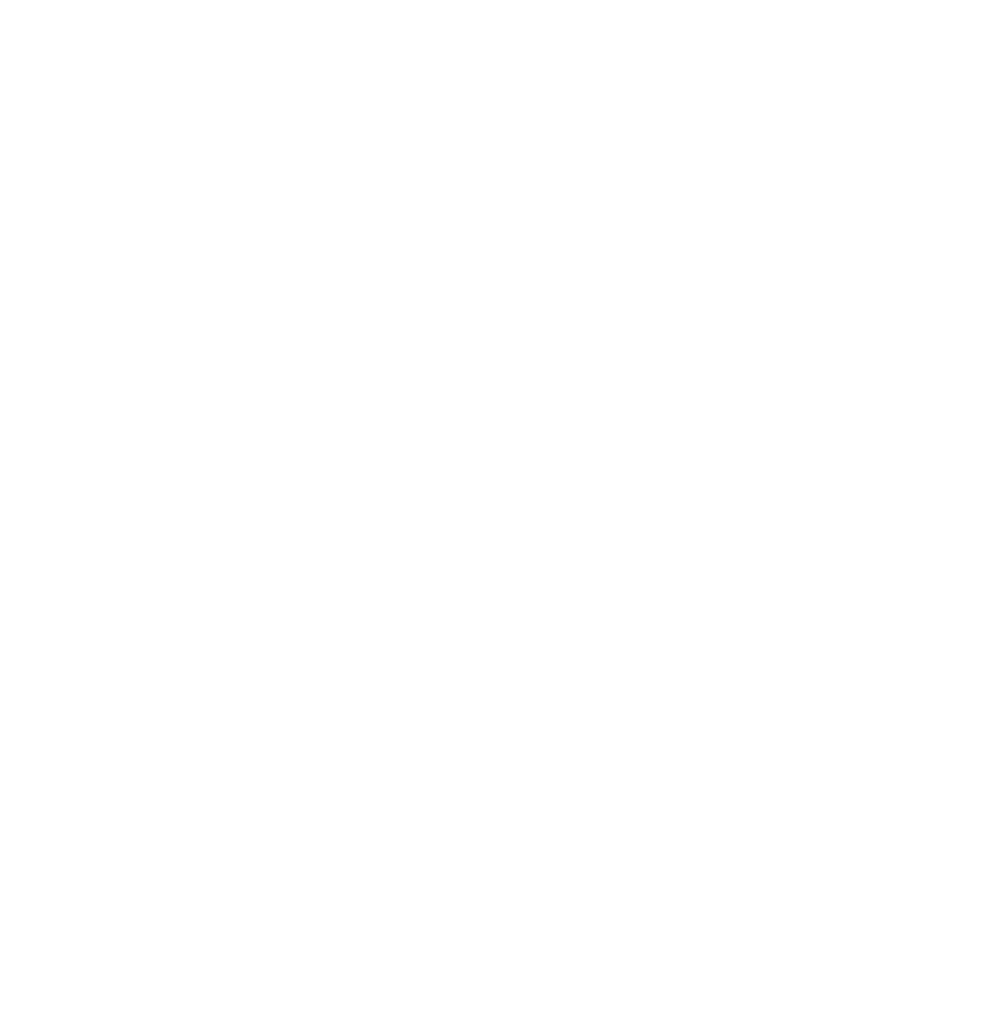
<source format=gbr>
G04 EAGLE Gerber RS-274X export*
G75*
%MOMM*%
%FSLAX34Y34*%
%LPD*%
%INSoldermask Top*%
%IPPOS*%
%AMOC8*
5,1,8,0,0,1.08239X$1,22.5*%
G01*
%ADD10R,0.088100X0.088119*%
%ADD11R,0.793100X0.088119*%
%ADD12R,0.088200X0.088119*%
%ADD13R,1.938800X0.088131*%
%ADD14R,2.203100X0.088131*%
%ADD15R,0.088200X0.088131*%
%ADD16R,2.026900X0.088131*%
%ADD17R,0.088100X0.088131*%
%ADD18R,2.291200X0.088131*%
%ADD19R,1.762500X0.088131*%
%ADD20R,1.938700X0.088131*%
%ADD21R,1.762600X0.088131*%
%ADD22R,6.433100X0.088131*%
%ADD23R,1.938800X0.088119*%
%ADD24R,2.555600X0.088119*%
%ADD25R,2.555700X0.088119*%
%ADD26R,2.203100X0.088119*%
%ADD27R,1.850700X0.088119*%
%ADD28R,1.850600X0.088119*%
%ADD29R,1.938700X0.088119*%
%ADD30R,1.762600X0.088119*%
%ADD31R,6.433100X0.088119*%
%ADD32R,3.260700X0.088131*%
%ADD33R,3.260600X0.088131*%
%ADD34R,1.850600X0.088131*%
%ADD35R,1.850700X0.088131*%
%ADD36R,3.436900X0.088119*%
%ADD37R,3.965700X0.088131*%
%ADD38R,3.965600X0.088131*%
%ADD39R,2.379400X0.088131*%
%ADD40R,1.938800X0.088125*%
%ADD41R,4.141900X0.088125*%
%ADD42R,2.203100X0.088125*%
%ADD43R,1.850700X0.088125*%
%ADD44R,2.026900X0.088125*%
%ADD45R,1.850600X0.088125*%
%ADD46R,1.938700X0.088125*%
%ADD47R,6.433100X0.088125*%
%ADD48R,4.494400X0.088119*%
%ADD49R,2.203200X0.088119*%
%ADD50R,2.115000X0.088119*%
%ADD51R,2.115100X0.088119*%
%ADD52R,4.670600X0.088125*%
%ADD53R,4.670700X0.088125*%
%ADD54R,2.115000X0.088125*%
%ADD55R,2.115100X0.088125*%
%ADD56R,4.846900X0.088119*%
%ADD57R,4.935000X0.088119*%
%ADD58R,2.291200X0.088119*%
%ADD59R,5.023200X0.088125*%
%ADD60R,5.111300X0.088125*%
%ADD61R,2.291300X0.088125*%
%ADD62R,5.199400X0.088119*%
%ADD63R,5.375600X0.088119*%
%ADD64R,2.291300X0.088119*%
%ADD65R,2.379400X0.088119*%
%ADD66R,5.375600X0.088125*%
%ADD67R,5.463800X0.088125*%
%ADD68R,2.379400X0.088125*%
%ADD69R,5.551900X0.088119*%
%ADD70R,5.640000X0.088119*%
%ADD71R,2.467500X0.088119*%
%ADD72R,5.728200X0.088125*%
%ADD73R,5.728100X0.088125*%
%ADD74R,2.467500X0.088125*%
%ADD75R,2.467600X0.088125*%
%ADD76R,5.904400X0.088119*%
%ADD77R,5.992600X0.088125*%
%ADD78R,6.080700X0.088125*%
%ADD79R,2.555600X0.088125*%
%ADD80R,2.643800X0.088125*%
%ADD81R,6.168800X0.088131*%
%ADD82R,2.643800X0.088131*%
%ADD83R,2.731900X0.088131*%
%ADD84R,6.168800X0.088119*%
%ADD85R,6.256900X0.088119*%
%ADD86R,2.731900X0.088119*%
%ADD87R,2.643800X0.088119*%
%ADD88R,2.996300X0.088131*%
%ADD89R,2.908100X0.088131*%
%ADD90R,3.084400X0.088131*%
%ADD91R,2.820000X0.088131*%
%ADD92R,2.820000X0.088119*%
%ADD93R,2.820100X0.088119*%
%ADD94R,2.555600X0.088131*%
%ADD95R,2.467600X0.088131*%
%ADD96R,2.203200X0.088131*%
%ADD97R,2.908200X0.088131*%
%ADD98R,2.908100X0.088119*%
%ADD99R,2.996300X0.088119*%
%ADD100R,2.291300X0.088131*%
%ADD101R,3.084400X0.088119*%
%ADD102R,3.172500X0.088131*%
%ADD103R,2.026900X0.088119*%
%ADD104R,3.172500X0.088119*%
%ADD105R,3.172600X0.088119*%
%ADD106R,2.115000X0.088131*%
%ADD107R,2.026800X0.088125*%
%ADD108R,2.203200X0.088125*%
%ADD109R,3.260600X0.088125*%
%ADD110R,3.260700X0.088125*%
%ADD111R,2.026800X0.088119*%
%ADD112R,3.348800X0.088119*%
%ADD113R,3.436900X0.088125*%
%ADD114R,3.348800X0.088125*%
%ADD115R,3.525000X0.088119*%
%ADD116R,3.525100X0.088125*%
%ADD117R,3.613200X0.088119*%
%ADD118R,3.613100X0.088125*%
%ADD119R,3.613200X0.088125*%
%ADD120R,3.701300X0.088119*%
%ADD121R,3.789400X0.088125*%
%ADD122R,3.701300X0.088125*%
%ADD123R,3.789400X0.088119*%
%ADD124R,3.877600X0.088125*%
%ADD125R,3.877500X0.088131*%
%ADD126R,3.965600X0.088119*%
%ADD127R,3.965700X0.088119*%
%ADD128R,4.053800X0.088131*%
%ADD129R,4.141900X0.088119*%
%ADD130R,4.053800X0.088119*%
%ADD131R,4.230000X0.088131*%
%ADD132R,4.141900X0.088131*%
%ADD133R,4.230100X0.088119*%
%ADD134R,5.375700X0.088131*%
%ADD135R,4.318200X0.088131*%
%ADD136R,5.816300X0.088119*%
%ADD137R,5.287500X0.088119*%
%ADD138R,5.816300X0.088131*%
%ADD139R,2.026800X0.088131*%
%ADD140R,5.287500X0.088131*%
%ADD141R,5.816200X0.088131*%
%ADD142R,5.816200X0.088119*%
%ADD143R,5.640000X0.088131*%
%ADD144R,5.992500X0.088131*%
%ADD145R,6.080700X0.088119*%
%ADD146R,2.379300X0.088119*%
%ADD147R,6.345000X0.088131*%
%ADD148R,6.433200X0.088119*%
%ADD149R,6.521300X0.088131*%
%ADD150R,5.816300X0.088125*%
%ADD151R,6.609400X0.088125*%
%ADD152R,5.816200X0.088125*%
%ADD153R,6.609400X0.088119*%
%ADD154R,6.697500X0.088125*%
%ADD155R,2.379300X0.088125*%
%ADD156R,6.697500X0.088119*%
%ADD157R,0.088100X0.088125*%
%ADD158R,2.908200X0.088125*%
%ADD159R,2.291200X0.088125*%
%ADD160R,2.467600X0.088119*%
%ADD161R,0.088200X0.088125*%
%ADD162R,4.230100X0.088125*%
%ADD163R,4.318100X0.088125*%
%ADD164R,4.230000X0.088119*%
%ADD165R,3.877600X0.088119*%
%ADD166R,3.789400X0.088131*%
%ADD167R,3.701300X0.088131*%
%ADD168R,3.613200X0.088131*%
%ADD169R,3.613100X0.088131*%
%ADD170R,3.525100X0.088119*%
%ADD171R,3.613100X0.088119*%
%ADD172R,3.525100X0.088131*%
%ADD173R,3.525000X0.088131*%
%ADD174R,3.260700X0.088119*%
%ADD175R,3.260600X0.088119*%
%ADD176R,3.172600X0.088125*%
%ADD177R,3.084400X0.088125*%
%ADD178R,2.996300X0.088125*%
%ADD179R,2.908200X0.088119*%
%ADD180R,2.555700X0.088125*%
%ADD181R,2.908100X0.088125*%
%ADD182R,2.555700X0.088131*%
%ADD183R,2.820100X0.088131*%
%ADD184R,6.785700X0.088119*%
%ADD185R,6.433200X0.088131*%
%ADD186R,6.697500X0.088131*%
%ADD187R,5.992600X0.088131*%
%ADD188R,5.728200X0.088131*%
%ADD189R,2.467500X0.088131*%
%ADD190R,5.375600X0.088131*%
%ADD191R,5.023200X0.088131*%
%ADD192R,4.846900X0.088131*%
%ADD193R,6.080700X0.088131*%
%ADD194R,4.670600X0.088119*%
%ADD195R,5.992500X0.088119*%
%ADD196R,4.494400X0.088131*%
%ADD197R,5.904400X0.088131*%
%ADD198R,5.551900X0.088131*%
%ADD199R,5.199400X0.088131*%
%ADD200R,4.758800X0.088119*%
%ADD201R,1.762500X0.088119*%
%ADD202R,6.521300X0.088119*%
%ADD203R,1.498100X0.088119*%
%ADD204R,6.433200X0.088125*%
%ADD205R,6.345000X0.088125*%
%ADD206R,1.586200X0.088125*%
%ADD207R,1.762500X0.088125*%
%ADD208R,1.410000X0.088119*%
%ADD209R,1.410100X0.088119*%
%ADD210R,1.586200X0.088119*%
%ADD211R,1.410000X0.088125*%
%ADD212R,1.410100X0.088125*%
%ADD213R,1.674300X0.088125*%
%ADD214R,1.498200X0.088119*%
%ADD215R,1.498100X0.088125*%
%ADD216R,1.498200X0.088125*%
%ADD217R,1.586300X0.088119*%
%ADD218R,1.586300X0.088125*%
%ADD219R,1.674400X0.088131*%
%ADD220R,1.674400X0.088119*%
%ADD221R,6.345000X0.088119*%
%ADD222R,2.643700X0.088119*%
%ADD223R,2.115100X0.088131*%
%ADD224R,2.996200X0.088131*%
%ADD225R,2.996200X0.088119*%
%ADD226R,3.172600X0.088131*%
%ADD227R,3.348800X0.088131*%
%ADD228R,2.643700X0.088125*%
%ADD229R,2.731900X0.088125*%
%ADD230R,3.525000X0.088125*%
%ADD231R,3.701200X0.088119*%
%ADD232R,3.877500X0.088119*%
%ADD233R,3.701200X0.088125*%
%ADD234R,3.965600X0.088125*%
%ADD235R,4.053800X0.088125*%
%ADD236R,4.318100X0.088119*%
%ADD237R,1.498100X0.088131*%
%ADD238R,1.586200X0.088131*%
%ADD239R,1.586300X0.088131*%
%ADD240R,1.674300X0.088119*%
%ADD241R,1.498200X0.088131*%
%ADD242R,5.728200X0.088119*%
%ADD243R,1.674400X0.088125*%
%ADD244R,4.141800X0.088119*%
%ADD245R,4.053700X0.088131*%
%ADD246R,4.053700X0.088119*%
%ADD247R,3.789300X0.088131*%
%ADD248R,3.701200X0.088131*%
%ADD249R,3.436800X0.088131*%
%ADD250R,3.348700X0.088119*%
%ADD251R,1.674300X0.088131*%
%ADD252R,3.348700X0.088131*%
%ADD253R,3.172500X0.088125*%
%ADD254R,3.084300X0.088119*%
%ADD255R,2.996200X0.088125*%
%ADD256R,2.820000X0.088125*%
%ADD257R,7.050000X0.088119*%
%ADD258R,2.731800X0.088119*%
%ADD259R,6.961900X0.088125*%
%ADD260R,7.050000X0.088131*%
%ADD261R,2.731800X0.088131*%
%ADD262R,6.961900X0.088119*%
%ADD263R,2.379300X0.088131*%
%ADD264R,1.321900X0.088119*%
%ADD265R,1.321900X0.088125*%
%ADD266R,1.145600X0.088125*%
%ADD267R,1.145600X0.088131*%
%ADD268R,4.935100X0.088119*%
%ADD269R,6.256900X0.088125*%
%ADD270R,6.785600X0.088119*%
%ADD271R,6.785600X0.088131*%
%ADD272R,6.609400X0.088131*%
%ADD273R,0.881200X0.088119*%
%ADD274R,0.705000X0.088125*%
%ADD275R,0.440700X0.088119*%
%ADD276R,0.264300X0.088125*%
%ADD277R,3.436900X0.088131*%
%ADD278R,5.287600X0.088119*%
%ADD279R,7.138200X0.088119*%
%ADD280R,4.670700X0.088131*%
%ADD281R,7.138200X0.088131*%
%ADD282R,5.640100X0.088119*%
%ADD283R,5.992600X0.088119*%
%ADD284R,5.375700X0.088119*%
%ADD285R,6.256900X0.088131*%
%ADD286R,7.138200X0.088125*%
%ADD287R,6.345100X0.088125*%
%ADD288R,5.375700X0.088125*%
%ADD289R,6.521300X0.088125*%
%ADD290R,6.697600X0.088119*%
%ADD291R,5.111200X0.088125*%
%ADD292R,6.697600X0.088125*%
%ADD293R,4.494400X0.088125*%
%ADD294R,4.318200X0.088119*%
%ADD295R,0.264400X0.088131*%
%ADD296R,0.440600X0.088119*%
%ADD297R,0.616900X0.088131*%
%ADD298R,1.145700X0.088131*%
%ADD299R,6.785700X0.088131*%
%ADD300R,6.961900X0.088131*%
%ADD301R,6.345100X0.088131*%
%ADD302R,5.023100X0.088119*%
%ADD303R,5.640100X0.088131*%
%ADD304R,5.287600X0.088131*%
%ADD305R,7.050000X0.088125*%
%ADD306R,5.199400X0.088125*%
%ADD307R,1.145600X0.088119*%
%ADD308R,4.318100X0.088131*%
%ADD309R,5.023100X0.088131*%
%ADD310R,5.728100X0.088131*%
%ADD311R,5.728100X0.088119*%
%ADD312R,4.846900X0.088125*%
%ADD313R,4.670700X0.088119*%
%ADD314R,0.793100X0.088131*%
%ADD315R,1.145700X0.088125*%
%ADD316R,0.969400X0.088125*%
%ADD317R,4.935000X0.088125*%
%ADD318R,5.551900X0.088125*%
%ADD319R,4.582500X0.088125*%
%ADD320R,5.023200X0.088119*%
%ADD321R,0.176300X0.088131*%
%ADD322R,0.176200X0.088131*%
%ADD323R,0.176300X0.088119*%
%ADD324R,0.176200X0.088119*%
%ADD325R,0.352500X0.088131*%
%ADD326R,0.352500X0.088119*%
%ADD327R,0.528800X0.088131*%
%ADD328R,0.440600X0.088131*%
%ADD329R,0.528700X0.088131*%
%ADD330R,0.528800X0.088119*%
%ADD331R,0.528700X0.088119*%
%ADD332R,6.697600X0.088131*%
%ADD333R,0.705000X0.088131*%
%ADD334R,0.705000X0.088119*%
%ADD335R,0.881300X0.088131*%
%ADD336R,0.881200X0.088131*%
%ADD337R,0.881300X0.088125*%
%ADD338R,0.881200X0.088125*%
%ADD339R,7.314400X0.088119*%
%ADD340R,1.057600X0.088119*%
%ADD341R,0.969400X0.088119*%
%ADD342R,1.057500X0.088119*%
%ADD343R,7.226300X0.088125*%
%ADD344R,1.057600X0.088125*%
%ADD345R,1.057500X0.088125*%
%ADD346R,1.233800X0.088119*%
%ADD347R,1.233700X0.088119*%
%ADD348R,1.233800X0.088125*%
%ADD349R,1.233700X0.088125*%
%ADD350R,7.050100X0.088119*%
%ADD351R,7.050100X0.088125*%
%ADD352R,0.440600X0.088125*%
%ADD353R,0.264400X0.088119*%
%ADD354R,6.785700X0.088125*%
%ADD355R,2.643700X0.088131*%
%ADD356R,4.582600X0.088119*%
%ADD357R,0.264400X0.088125*%
%ADD358R,0.616900X0.088125*%
%ADD359R,0.616800X0.088125*%
%ADD360R,0.793200X0.088119*%
%ADD361R,5.111300X0.088131*%
%ADD362R,1.321900X0.088131*%
%ADD363R,1.321800X0.088131*%
%ADD364R,1.321800X0.088119*%
%ADD365R,1.145700X0.088119*%
%ADD366R,0.969400X0.088131*%
%ADD367R,0.969300X0.088131*%
%ADD368R,0.969300X0.088119*%
%ADD369R,0.793200X0.088131*%
%ADD370R,0.616800X0.088131*%
%ADD371R,0.440700X0.088125*%
%ADD372R,0.264300X0.088119*%
%ADD373R,0.616800X0.088119*%
%ADD374R,4.935100X0.088131*%
%ADD375R,5.904400X0.088125*%
%ADD376R,4.406300X0.088119*%
%ADD377R,5.463800X0.088119*%
%ADD378R,3.965700X0.088125*%
%ADD379R,5.111300X0.088119*%
%ADD380R,0.616900X0.088119*%
%ADD381R,0.793100X0.088125*%
%ADD382R,6.080600X0.088119*%
%ADD383R,6.080600X0.088131*%
%ADD384R,4.935000X0.088131*%
%ADD385R,5.463800X0.088131*%
%ADD386R,6.168700X0.088131*%
%ADD387R,7.226200X0.088131*%
%ADD388R,7.314400X0.088125*%
%ADD389R,7.138100X0.088119*%
%ADD390R,3.348700X0.088125*%
%ADD391R,3.436800X0.088119*%
%ADD392R,1.410000X0.088131*%
%ADD393R,6.521200X0.088119*%
%ADD394R,1.057500X0.088131*%
%ADD395R,3.084300X0.088125*%
%ADD396R,6.080600X0.088125*%
%ADD397R,2.731800X0.088125*%
%ADD398R,4.318200X0.088125*%
%ADD399R,7.050100X0.088131*%
%ADD400R,6.168700X0.088119*%
%ADD401R,6.962000X0.088119*%
%ADD402R,6.962000X0.088125*%
%ADD403R,0.793200X0.088125*%
%ADD404R,6.168800X0.088125*%
%ADD405R,5.992500X0.088125*%
%ADD406R,5.640000X0.088125*%
%ADD407R,5.287500X0.088125*%
%ADD408R,6.345100X0.088119*%
%ADD409R,7.226200X0.088119*%
%ADD410R,1.762600X0.088125*%
%ADD411R,0.881300X0.088119*%
%ADD412R,2.820100X0.088125*%
%ADD413R,7.402500X0.088119*%
%ADD414R,7.226300X0.088119*%
%ADD415R,3.877600X0.088131*%
%ADD416R,3.877500X0.088125*%


D10*
X294339Y133951D03*
X296102Y133951D03*
D11*
X301389Y133951D03*
D10*
X306677Y133951D03*
X414190Y133951D03*
D12*
X415952Y133951D03*
D11*
X421240Y133951D03*
D12*
X426527Y133951D03*
D13*
X161710Y134832D03*
D14*
X300508Y134832D03*
D15*
X312845Y134832D03*
X409783Y134832D03*
D16*
X421240Y134832D03*
D17*
X432696Y134832D03*
D13*
X517737Y134832D03*
D18*
X570612Y134832D03*
D13*
X633181Y134832D03*
D19*
X689582Y134832D03*
D13*
X781232Y134832D03*
D20*
X873764Y134832D03*
D21*
X930164Y134832D03*
D22*
X1023137Y134832D03*
D23*
X161710Y135713D03*
D10*
X287289Y135713D03*
D24*
X301389Y135713D03*
D10*
X407140Y135713D03*
D25*
X421240Y135713D03*
D23*
X517737Y135713D03*
D26*
X571053Y135713D03*
D27*
X632741Y135713D03*
D28*
X689141Y135713D03*
X780791Y135713D03*
D29*
X873764Y135713D03*
D30*
X930164Y135713D03*
D31*
X1023137Y135713D03*
D13*
X161710Y136594D03*
D32*
X300508Y136594D03*
D33*
X420358Y136594D03*
D13*
X517737Y136594D03*
D14*
X570172Y136594D03*
D13*
X633181Y136594D03*
D34*
X689141Y136594D03*
D13*
X781232Y136594D03*
D20*
X873764Y136594D03*
D35*
X929724Y136594D03*
D22*
X1023137Y136594D03*
D23*
X161710Y137476D03*
D36*
X300508Y137476D03*
X420359Y137476D03*
D23*
X517737Y137476D03*
D26*
X569291Y137476D03*
D27*
X632741Y137476D03*
D28*
X689141Y137476D03*
X780791Y137476D03*
D29*
X873764Y137476D03*
D23*
X929283Y137476D03*
D31*
X1023137Y137476D03*
D13*
X161710Y138357D03*
D37*
X300508Y138357D03*
D38*
X420358Y138357D03*
D13*
X517737Y138357D03*
D39*
X569290Y138357D03*
D13*
X633181Y138357D03*
X688700Y138357D03*
X781232Y138357D03*
D20*
X873764Y138357D03*
D16*
X928843Y138357D03*
D22*
X1023137Y138357D03*
D40*
X161710Y139238D03*
D41*
X300508Y139238D03*
X420359Y139238D03*
D40*
X517737Y139238D03*
D42*
X569291Y139238D03*
D43*
X632741Y139238D03*
D44*
X688260Y139238D03*
D45*
X780791Y139238D03*
D46*
X873764Y139238D03*
D44*
X928843Y139238D03*
D47*
X1023137Y139238D03*
D23*
X161710Y140119D03*
D48*
X301389Y140119D03*
X421239Y140119D03*
D23*
X517737Y140119D03*
D49*
X568409Y140119D03*
D23*
X633181Y140119D03*
D50*
X687819Y140119D03*
D23*
X781232Y140119D03*
D29*
X873764Y140119D03*
D51*
X928402Y140119D03*
D31*
X1023137Y140119D03*
D40*
X161710Y141001D03*
D52*
X301389Y141001D03*
D53*
X421240Y141001D03*
D40*
X517737Y141001D03*
D42*
X567528Y141001D03*
D43*
X632741Y141001D03*
D54*
X687819Y141001D03*
D45*
X780791Y141001D03*
D46*
X873764Y141001D03*
D55*
X928402Y141001D03*
D47*
X1023137Y141001D03*
D23*
X161710Y141882D03*
D56*
X301389Y141882D03*
D57*
X420799Y141882D03*
D23*
X517737Y141882D03*
D58*
X567087Y141882D03*
D23*
X633181Y141882D03*
D26*
X687379Y141882D03*
D23*
X781232Y141882D03*
D29*
X873764Y141882D03*
D49*
X927961Y141882D03*
D31*
X1023137Y141882D03*
D40*
X161710Y142763D03*
D59*
X301389Y142763D03*
D60*
X420799Y142763D03*
D40*
X517737Y142763D03*
D42*
X567528Y142763D03*
D43*
X632741Y142763D03*
D42*
X687379Y142763D03*
D45*
X780791Y142763D03*
D46*
X873764Y142763D03*
D61*
X927521Y142763D03*
D47*
X1023137Y142763D03*
D23*
X161710Y143644D03*
D62*
X301389Y143644D03*
D63*
X420358Y143644D03*
D23*
X517737Y143644D03*
D26*
X566647Y143644D03*
D23*
X633181Y143644D03*
D64*
X686938Y143644D03*
D23*
X781232Y143644D03*
D29*
X873764Y143644D03*
D65*
X927080Y143644D03*
D31*
X1023137Y143644D03*
D40*
X161710Y144526D03*
D66*
X301389Y144526D03*
D67*
X420799Y144526D03*
D40*
X517737Y144526D03*
D42*
X565766Y144526D03*
D43*
X632741Y144526D03*
D68*
X686497Y144526D03*
D45*
X780791Y144526D03*
D46*
X873764Y144526D03*
D68*
X927080Y144526D03*
D47*
X1023137Y144526D03*
D23*
X161710Y145407D03*
D69*
X301389Y145407D03*
D70*
X420799Y145407D03*
D23*
X517737Y145407D03*
D64*
X565325Y145407D03*
D23*
X633181Y145407D03*
D71*
X686057Y145407D03*
D23*
X781232Y145407D03*
D29*
X873764Y145407D03*
D65*
X927080Y145407D03*
D31*
X1023137Y145407D03*
D40*
X161710Y146288D03*
D72*
X301389Y146288D03*
D73*
X421240Y146288D03*
D40*
X517737Y146288D03*
D42*
X565766Y146288D03*
D43*
X632741Y146288D03*
D74*
X686057Y146288D03*
D45*
X780791Y146288D03*
D46*
X873764Y146288D03*
D75*
X926639Y146288D03*
D47*
X1023137Y146288D03*
D23*
X161710Y147169D03*
D76*
X301389Y147169D03*
X421239Y147169D03*
D23*
X517737Y147169D03*
D49*
X564884Y147169D03*
D23*
X633181Y147169D03*
D24*
X685616Y147169D03*
D23*
X781232Y147169D03*
D29*
X873764Y147169D03*
D25*
X926199Y147169D03*
D31*
X1023137Y147169D03*
D40*
X161710Y148051D03*
D77*
X300948Y148051D03*
D78*
X421240Y148051D03*
D40*
X517737Y148051D03*
D42*
X564003Y148051D03*
D43*
X632741Y148051D03*
D79*
X685616Y148051D03*
D45*
X780791Y148051D03*
D46*
X873764Y148051D03*
D80*
X925758Y148051D03*
D47*
X1023137Y148051D03*
D13*
X161710Y148932D03*
D81*
X300948Y148932D03*
X420799Y148932D03*
D13*
X517737Y148932D03*
D18*
X563562Y148932D03*
D13*
X633181Y148932D03*
D82*
X685175Y148932D03*
D13*
X781232Y148932D03*
D20*
X873764Y148932D03*
D83*
X925318Y148932D03*
D22*
X1023137Y148932D03*
D23*
X161710Y149813D03*
D84*
X300948Y149813D03*
D85*
X420359Y149813D03*
D23*
X517737Y149813D03*
D50*
X563562Y149813D03*
D27*
X632741Y149813D03*
D86*
X684735Y149813D03*
D28*
X780791Y149813D03*
D29*
X873764Y149813D03*
D87*
X925758Y149813D03*
D31*
X1023137Y149813D03*
D13*
X161710Y150695D03*
D88*
X284205Y150695D03*
D17*
X300508Y150695D03*
D15*
X302270Y150695D03*
D89*
X318133Y150695D03*
D90*
X403614Y150695D03*
D17*
X420359Y150695D03*
X422121Y150695D03*
D89*
X437984Y150695D03*
D13*
X517737Y150695D03*
D14*
X563122Y150695D03*
D13*
X633181Y150695D03*
D91*
X684294Y150695D03*
D13*
X781232Y150695D03*
D20*
X873764Y150695D03*
D83*
X925318Y150695D03*
D22*
X1023137Y150695D03*
D23*
X161710Y151576D03*
D24*
X282001Y151576D03*
D10*
X306677Y151576D03*
D25*
X320777Y151576D03*
D24*
X401852Y151576D03*
D12*
X426527Y151576D03*
D24*
X440627Y151576D03*
D23*
X517737Y151576D03*
D49*
X562240Y151576D03*
D27*
X632741Y151576D03*
D92*
X684294Y151576D03*
D28*
X780791Y151576D03*
D29*
X873764Y151576D03*
D93*
X924877Y151576D03*
D29*
X1000665Y151576D03*
D12*
X1011680Y151576D03*
D10*
X1013443Y151576D03*
D12*
X1015205Y151576D03*
D10*
X1016968Y151576D03*
D12*
X1018730Y151576D03*
D10*
X1020493Y151576D03*
D12*
X1022255Y151576D03*
D10*
X1024018Y151576D03*
D12*
X1025780Y151576D03*
D10*
X1027543Y151576D03*
X1029306Y151576D03*
X1031068Y151576D03*
X1032831Y151576D03*
X1034593Y151576D03*
X1036356Y151576D03*
X1038118Y151576D03*
X1039881Y151576D03*
X1041643Y151576D03*
X1043406Y151576D03*
X1045168Y151576D03*
X1046931Y151576D03*
X1048693Y151576D03*
X1050456Y151576D03*
X1052218Y151576D03*
X1053981Y151576D03*
D13*
X161710Y152457D03*
D94*
X281120Y152457D03*
D95*
X321217Y152457D03*
X400530Y152457D03*
D94*
X441508Y152457D03*
D13*
X517737Y152457D03*
D96*
X562240Y152457D03*
D13*
X633181Y152457D03*
D89*
X683854Y152457D03*
D13*
X781232Y152457D03*
D20*
X873764Y152457D03*
D97*
X924436Y152457D03*
D20*
X1000665Y152457D03*
D23*
X161710Y153338D03*
D58*
X279798Y153338D03*
D65*
X321658Y153338D03*
X399208Y153338D03*
D58*
X441949Y153338D03*
D23*
X517737Y153338D03*
D51*
X561800Y153338D03*
D27*
X632741Y153338D03*
D98*
X683854Y153338D03*
D28*
X780791Y153338D03*
D29*
X873764Y153338D03*
D99*
X923996Y153338D03*
D29*
X1000665Y153338D03*
D13*
X161710Y154220D03*
D18*
X279798Y154220D03*
D39*
X322539Y154220D03*
D100*
X398768Y154220D03*
D18*
X442830Y154220D03*
D13*
X517737Y154220D03*
D96*
X561359Y154220D03*
D13*
X633181Y154220D03*
D88*
X683413Y154220D03*
D13*
X781232Y154220D03*
D20*
X873764Y154220D03*
D88*
X923996Y154220D03*
D20*
X1000665Y154220D03*
D23*
X161710Y155101D03*
D49*
X278476Y155101D03*
X323420Y155101D03*
D26*
X398327Y155101D03*
D49*
X444152Y155101D03*
D23*
X517737Y155101D03*
D26*
X560478Y155101D03*
D27*
X632741Y155101D03*
D101*
X682972Y155101D03*
D28*
X780791Y155101D03*
D29*
X873764Y155101D03*
D99*
X923996Y155101D03*
D29*
X1000665Y155101D03*
D13*
X161710Y155982D03*
D96*
X277595Y155982D03*
X323420Y155982D03*
D14*
X397446Y155982D03*
D96*
X444152Y155982D03*
D13*
X517737Y155982D03*
D18*
X560037Y155982D03*
D13*
X633181Y155982D03*
D102*
X682532Y155982D03*
D13*
X781232Y155982D03*
D20*
X873764Y155982D03*
D90*
X923555Y155982D03*
D20*
X1000665Y155982D03*
D23*
X161710Y156863D03*
D103*
X277595Y156863D03*
D26*
X324302Y156863D03*
D50*
X397005Y156863D03*
D103*
X445034Y156863D03*
D23*
X517737Y156863D03*
D50*
X560037Y156863D03*
D27*
X632741Y156863D03*
D104*
X682532Y156863D03*
D28*
X780791Y156863D03*
D29*
X873764Y156863D03*
D105*
X923114Y156863D03*
D29*
X1000665Y156863D03*
D13*
X161710Y157745D03*
D106*
X277154Y157745D03*
D14*
X325183Y157745D03*
D16*
X396565Y157745D03*
D14*
X445034Y157745D03*
D13*
X517737Y157745D03*
D14*
X559597Y157745D03*
D13*
X633181Y157745D03*
D33*
X682091Y157745D03*
D13*
X781232Y157745D03*
D20*
X873764Y157745D03*
D32*
X922674Y157745D03*
D20*
X1000665Y157745D03*
D40*
X161710Y158626D03*
D44*
X276714Y158626D03*
X325183Y158626D03*
D107*
X395683Y158626D03*
D44*
X445034Y158626D03*
D40*
X517737Y158626D03*
D108*
X558715Y158626D03*
D43*
X632741Y158626D03*
D109*
X682091Y158626D03*
D45*
X780791Y158626D03*
D46*
X873764Y158626D03*
D110*
X922674Y158626D03*
D46*
X1000665Y158626D03*
D23*
X161710Y159507D03*
D103*
X276714Y159507D03*
X326064Y159507D03*
D111*
X395683Y159507D03*
D103*
X445915Y159507D03*
D23*
X517737Y159507D03*
D51*
X558275Y159507D03*
D23*
X633181Y159507D03*
D112*
X681650Y159507D03*
D23*
X781232Y159507D03*
D29*
X873764Y159507D03*
D112*
X922233Y159507D03*
D29*
X1000665Y159507D03*
D40*
X161710Y160388D03*
D44*
X275833Y160388D03*
D40*
X325623Y160388D03*
D107*
X395683Y160388D03*
D40*
X446355Y160388D03*
X517737Y160388D03*
D55*
X558275Y160388D03*
D43*
X632741Y160388D03*
D113*
X681210Y160388D03*
D45*
X780791Y160388D03*
D46*
X873764Y160388D03*
D114*
X922233Y160388D03*
D46*
X1000665Y160388D03*
D23*
X161710Y161270D03*
D50*
X276273Y161270D03*
D103*
X326064Y161270D03*
X394802Y161270D03*
D23*
X446355Y161270D03*
X517737Y161270D03*
D49*
X557834Y161270D03*
D23*
X633181Y161270D03*
D115*
X680769Y161270D03*
D23*
X781232Y161270D03*
D29*
X873764Y161270D03*
D36*
X921793Y161270D03*
D29*
X1000665Y161270D03*
D40*
X161710Y162151D03*
D44*
X275833Y162151D03*
D46*
X326505Y162151D03*
X395243Y162151D03*
D44*
X446796Y162151D03*
D40*
X517737Y162151D03*
D42*
X556953Y162151D03*
D43*
X632741Y162151D03*
D113*
X681210Y162151D03*
D45*
X780791Y162151D03*
D46*
X873764Y162151D03*
D116*
X921352Y162151D03*
D46*
X1000665Y162151D03*
D23*
X161710Y163032D03*
X275392Y163032D03*
D103*
X326064Y163032D03*
X394802Y163032D03*
D29*
X447237Y163032D03*
D23*
X517737Y163032D03*
D26*
X556072Y163032D03*
D23*
X633181Y163032D03*
D115*
X680769Y163032D03*
D23*
X781232Y163032D03*
D29*
X873764Y163032D03*
D117*
X920911Y163032D03*
D29*
X1000665Y163032D03*
D40*
X161710Y163913D03*
X275392Y163913D03*
D46*
X326505Y163913D03*
D45*
X394802Y163913D03*
D46*
X447237Y163913D03*
D40*
X517737Y163913D03*
D54*
X556512Y163913D03*
D43*
X632741Y163913D03*
D118*
X680329Y163913D03*
D45*
X780791Y163913D03*
D46*
X873764Y163913D03*
D119*
X920911Y163913D03*
D46*
X1000665Y163913D03*
D23*
X161710Y164795D03*
D103*
X274952Y164795D03*
D29*
X326505Y164795D03*
D103*
X394802Y164795D03*
D29*
X447237Y164795D03*
D23*
X517737Y164795D03*
D26*
X556072Y164795D03*
D23*
X633181Y164795D03*
D120*
X679888Y164795D03*
D23*
X781232Y164795D03*
D29*
X873764Y164795D03*
D120*
X920471Y164795D03*
D29*
X1000665Y164795D03*
D40*
X161710Y165676D03*
X275392Y165676D03*
D44*
X326946Y165676D03*
D45*
X394802Y165676D03*
D46*
X447237Y165676D03*
D40*
X517737Y165676D03*
D108*
X555190Y165676D03*
D43*
X632741Y165676D03*
D121*
X679447Y165676D03*
D45*
X780791Y165676D03*
D46*
X873764Y165676D03*
D122*
X920471Y165676D03*
D46*
X1000665Y165676D03*
D23*
X161710Y166557D03*
D103*
X274952Y166557D03*
D28*
X326945Y166557D03*
D103*
X394802Y166557D03*
D29*
X447237Y166557D03*
D23*
X517737Y166557D03*
D51*
X554750Y166557D03*
D23*
X633181Y166557D03*
D123*
X679447Y166557D03*
D23*
X781232Y166557D03*
D29*
X873764Y166557D03*
D123*
X920030Y166557D03*
D29*
X1000665Y166557D03*
D40*
X161710Y167438D03*
D45*
X274951Y167438D03*
D44*
X326946Y167438D03*
D45*
X394802Y167438D03*
D46*
X447237Y167438D03*
D40*
X517737Y167438D03*
D55*
X554750Y167438D03*
D43*
X632741Y167438D03*
D121*
X679447Y167438D03*
D45*
X780791Y167438D03*
D46*
X873764Y167438D03*
D124*
X919589Y167438D03*
D46*
X1000665Y167438D03*
D13*
X161710Y168320D03*
D16*
X274952Y168320D03*
D13*
X327386Y168320D03*
X394361Y168320D03*
D20*
X447237Y168320D03*
D13*
X517737Y168320D03*
D96*
X554309Y168320D03*
D13*
X633181Y168320D03*
D125*
X679007Y168320D03*
D13*
X781232Y168320D03*
D20*
X873764Y168320D03*
D37*
X919149Y168320D03*
D20*
X1000665Y168320D03*
D23*
X161710Y169201D03*
D28*
X274951Y169201D03*
D23*
X327386Y169201D03*
D28*
X394802Y169201D03*
X447677Y169201D03*
D23*
X517737Y169201D03*
D26*
X553428Y169201D03*
D27*
X632741Y169201D03*
D126*
X678566Y169201D03*
D28*
X780791Y169201D03*
D29*
X873764Y169201D03*
D127*
X919149Y169201D03*
D29*
X1000665Y169201D03*
D13*
X161710Y170082D03*
D16*
X274952Y170082D03*
D13*
X327386Y170082D03*
X394361Y170082D03*
D20*
X447237Y170082D03*
D13*
X517737Y170082D03*
D14*
X552547Y170082D03*
D13*
X633181Y170082D03*
D128*
X678125Y170082D03*
D13*
X781232Y170082D03*
D20*
X873764Y170082D03*
D128*
X918708Y170082D03*
D20*
X1000665Y170082D03*
D23*
X161710Y170963D03*
D28*
X274951Y170963D03*
D23*
X327386Y170963D03*
D28*
X394802Y170963D03*
X447677Y170963D03*
D23*
X517737Y170963D03*
D103*
X552547Y170963D03*
D27*
X632741Y170963D03*
D129*
X677685Y170963D03*
D28*
X780791Y170963D03*
D29*
X873764Y170963D03*
D130*
X918708Y170963D03*
D29*
X1000665Y170963D03*
D13*
X161710Y171845D03*
D16*
X274952Y171845D03*
D13*
X327386Y171845D03*
X394361Y171845D03*
D20*
X447237Y171845D03*
D13*
X517737Y171845D03*
D14*
X552547Y171845D03*
D13*
X633181Y171845D03*
D131*
X677244Y171845D03*
D13*
X781232Y171845D03*
D20*
X873764Y171845D03*
D132*
X918268Y171845D03*
D20*
X1000665Y171845D03*
D23*
X161710Y172726D03*
D28*
X274951Y172726D03*
D23*
X327386Y172726D03*
D28*
X394802Y172726D03*
X447677Y172726D03*
D23*
X517737Y172726D03*
D49*
X551665Y172726D03*
D27*
X632741Y172726D03*
D129*
X677685Y172726D03*
D28*
X780791Y172726D03*
D29*
X873764Y172726D03*
D133*
X917827Y172726D03*
D29*
X1000665Y172726D03*
D13*
X161710Y173607D03*
D16*
X274952Y173607D03*
D13*
X327386Y173607D03*
X394361Y173607D03*
D20*
X447237Y173607D03*
D134*
X534922Y173607D03*
D13*
X633181Y173607D03*
D14*
X667110Y173607D03*
D13*
X688700Y173607D03*
X781232Y173607D03*
D20*
X873764Y173607D03*
D135*
X917386Y173607D03*
D20*
X1000665Y173607D03*
D136*
X181098Y174488D03*
D28*
X274951Y174488D03*
D23*
X327386Y174488D03*
D28*
X394802Y174488D03*
X447677Y174488D03*
D137*
X534481Y174488D03*
D27*
X632741Y174488D03*
D58*
X666669Y174488D03*
D28*
X689141Y174488D03*
X780791Y174488D03*
D29*
X873764Y174488D03*
D64*
X907252Y174488D03*
D23*
X929283Y174488D03*
D29*
X1000665Y174488D03*
D138*
X181098Y175370D03*
D16*
X274952Y175370D03*
D13*
X327386Y175370D03*
X394361Y175370D03*
D20*
X447237Y175370D03*
D134*
X534922Y175370D03*
D13*
X633181Y175370D03*
D39*
X666228Y175370D03*
D13*
X688700Y175370D03*
X781232Y175370D03*
D20*
X873764Y175370D03*
D18*
X906370Y175370D03*
D13*
X929283Y175370D03*
D139*
X1001105Y175370D03*
D17*
X1012562Y175370D03*
X1014324Y175370D03*
X1016087Y175370D03*
X1017849Y175370D03*
X1019612Y175370D03*
X1021374Y175370D03*
X1023137Y175370D03*
X1024899Y175370D03*
X1026662Y175370D03*
D15*
X1028424Y175370D03*
D17*
X1030187Y175370D03*
D15*
X1031949Y175370D03*
D17*
X1033712Y175370D03*
D15*
X1035474Y175370D03*
D17*
X1037237Y175370D03*
D15*
X1038999Y175370D03*
D17*
X1040762Y175370D03*
D15*
X1042524Y175370D03*
D17*
X1044287Y175370D03*
D15*
X1046049Y175370D03*
D17*
X1047812Y175370D03*
D138*
X181098Y176251D03*
D34*
X274951Y176251D03*
D13*
X327386Y176251D03*
D34*
X394802Y176251D03*
X447677Y176251D03*
D140*
X534481Y176251D03*
D35*
X632741Y176251D03*
D100*
X665788Y176251D03*
D34*
X689141Y176251D03*
X780791Y176251D03*
D20*
X873764Y176251D03*
D14*
X905930Y176251D03*
D13*
X929283Y176251D03*
D141*
X1020052Y176251D03*
D136*
X181098Y177132D03*
D103*
X274952Y177132D03*
D23*
X327386Y177132D03*
X394361Y177132D03*
D29*
X447237Y177132D03*
D69*
X535803Y177132D03*
D23*
X633181Y177132D03*
D64*
X664907Y177132D03*
D23*
X688700Y177132D03*
X781232Y177132D03*
D29*
X873764Y177132D03*
D58*
X905489Y177132D03*
D23*
X929283Y177132D03*
D142*
X1020052Y177132D03*
D138*
X181098Y178013D03*
D34*
X274951Y178013D03*
D13*
X327386Y178013D03*
D34*
X394802Y178013D03*
X447677Y178013D03*
D143*
X536243Y178013D03*
D35*
X632741Y178013D03*
D14*
X664466Y178013D03*
D34*
X689141Y178013D03*
X780791Y178013D03*
D20*
X873764Y178013D03*
D39*
X905048Y178013D03*
D13*
X929283Y178013D03*
D141*
X1020052Y178013D03*
D136*
X181098Y178895D03*
D29*
X274511Y178895D03*
D23*
X327386Y178895D03*
X394361Y178895D03*
D29*
X447237Y178895D03*
D136*
X537125Y178895D03*
D23*
X633181Y178895D03*
D58*
X664025Y178895D03*
D23*
X688700Y178895D03*
X781232Y178895D03*
D29*
X873764Y178895D03*
D65*
X904167Y178895D03*
D23*
X929283Y178895D03*
D142*
X1020052Y178895D03*
D138*
X181098Y179776D03*
D34*
X274951Y179776D03*
D35*
X327827Y179776D03*
D34*
X394802Y179776D03*
X447677Y179776D03*
D144*
X538006Y179776D03*
D35*
X632741Y179776D03*
D18*
X663144Y179776D03*
D34*
X689141Y179776D03*
X780791Y179776D03*
D20*
X873764Y179776D03*
D96*
X904167Y179776D03*
D13*
X929283Y179776D03*
D141*
X1020052Y179776D03*
D136*
X181098Y180657D03*
D29*
X274511Y180657D03*
D23*
X327386Y180657D03*
X394361Y180657D03*
D29*
X447237Y180657D03*
D145*
X538447Y180657D03*
D23*
X633181Y180657D03*
D65*
X662703Y180657D03*
D23*
X688700Y180657D03*
X781232Y180657D03*
D29*
X873764Y180657D03*
D26*
X903286Y180657D03*
D23*
X929283Y180657D03*
D142*
X1020052Y180657D03*
D138*
X181098Y181538D03*
D34*
X274951Y181538D03*
D35*
X327827Y181538D03*
D34*
X394802Y181538D03*
X447677Y181538D03*
D81*
X538887Y181538D03*
D35*
X632741Y181538D03*
D100*
X662263Y181538D03*
D34*
X689141Y181538D03*
X780791Y181538D03*
D20*
X873764Y181538D03*
D18*
X902845Y181538D03*
D13*
X929283Y181538D03*
D141*
X1020052Y181538D03*
D136*
X181098Y182420D03*
D29*
X274511Y182420D03*
D23*
X327386Y182420D03*
X394361Y182420D03*
D29*
X447237Y182420D03*
D85*
X539328Y182420D03*
D23*
X633181Y182420D03*
D64*
X661382Y182420D03*
D23*
X688700Y182420D03*
X781232Y182420D03*
D29*
X873764Y182420D03*
D146*
X902405Y182420D03*
D23*
X929283Y182420D03*
D142*
X1020052Y182420D03*
D138*
X181098Y183301D03*
D34*
X274951Y183301D03*
D35*
X327827Y183301D03*
D34*
X394802Y183301D03*
X447677Y183301D03*
D147*
X539768Y183301D03*
D35*
X632741Y183301D03*
D14*
X660941Y183301D03*
D34*
X689141Y183301D03*
X780791Y183301D03*
D20*
X873764Y183301D03*
D39*
X901523Y183301D03*
D13*
X929283Y183301D03*
D141*
X1020052Y183301D03*
D136*
X181098Y184182D03*
D29*
X274511Y184182D03*
D23*
X327386Y184182D03*
X394361Y184182D03*
D29*
X447237Y184182D03*
D148*
X540209Y184182D03*
D23*
X633181Y184182D03*
D58*
X660500Y184182D03*
D23*
X688700Y184182D03*
X781232Y184182D03*
D29*
X873764Y184182D03*
D64*
X901083Y184182D03*
D23*
X929283Y184182D03*
D142*
X1020052Y184182D03*
D138*
X181098Y185063D03*
D34*
X274951Y185063D03*
D35*
X327827Y185063D03*
D34*
X394802Y185063D03*
X447677Y185063D03*
D149*
X540650Y185063D03*
D35*
X632741Y185063D03*
D100*
X659619Y185063D03*
D34*
X689141Y185063D03*
X780791Y185063D03*
D20*
X873764Y185063D03*
D96*
X900642Y185063D03*
D13*
X929283Y185063D03*
D141*
X1020052Y185063D03*
D150*
X181098Y185945D03*
D46*
X274511Y185945D03*
D40*
X327386Y185945D03*
X394361Y185945D03*
D46*
X447237Y185945D03*
D151*
X541090Y185945D03*
D40*
X633181Y185945D03*
D68*
X659178Y185945D03*
D40*
X688700Y185945D03*
X781232Y185945D03*
D46*
X873764Y185945D03*
D61*
X900202Y185945D03*
D40*
X929283Y185945D03*
D152*
X1020052Y185945D03*
D136*
X181098Y186826D03*
D28*
X274951Y186826D03*
D27*
X327827Y186826D03*
D28*
X394802Y186826D03*
X447677Y186826D03*
D153*
X541090Y186826D03*
D27*
X632741Y186826D03*
D64*
X658738Y186826D03*
D28*
X689141Y186826D03*
X780791Y186826D03*
D29*
X873764Y186826D03*
D26*
X898880Y186826D03*
D23*
X929283Y186826D03*
D142*
X1020052Y186826D03*
D150*
X181098Y187707D03*
D46*
X274511Y187707D03*
D40*
X327386Y187707D03*
X394361Y187707D03*
D46*
X447237Y187707D03*
D154*
X541531Y187707D03*
D40*
X633181Y187707D03*
D61*
X657857Y187707D03*
D40*
X688700Y187707D03*
X781232Y187707D03*
D46*
X873764Y187707D03*
D155*
X898880Y187707D03*
D40*
X929283Y187707D03*
D152*
X1020052Y187707D03*
D136*
X181098Y188588D03*
D28*
X274951Y188588D03*
D23*
X327386Y188588D03*
D28*
X394802Y188588D03*
X447677Y188588D03*
D156*
X541531Y188588D03*
D27*
X632741Y188588D03*
D26*
X657416Y188588D03*
D28*
X689141Y188588D03*
X780791Y188588D03*
D29*
X873764Y188588D03*
D65*
X897998Y188588D03*
D23*
X929283Y188588D03*
D142*
X1020052Y188588D03*
D150*
X181098Y189470D03*
D44*
X274952Y189470D03*
D40*
X327386Y189470D03*
X394361Y189470D03*
D46*
X447237Y189470D03*
D44*
X518178Y189470D03*
D157*
X529634Y189470D03*
X531397Y189470D03*
X533159Y189470D03*
X534922Y189470D03*
X536684Y189470D03*
X538447Y189470D03*
X540209Y189470D03*
X541972Y189470D03*
X543734Y189470D03*
X545497Y189470D03*
D158*
X561359Y189470D03*
D40*
X633181Y189470D03*
D159*
X656975Y189470D03*
D40*
X688700Y189470D03*
X781232Y189470D03*
D46*
X873764Y189470D03*
D68*
X897117Y189470D03*
D40*
X929283Y189470D03*
D152*
X1020052Y189470D03*
D136*
X181098Y190351D03*
D28*
X274951Y190351D03*
D23*
X327386Y190351D03*
D28*
X394802Y190351D03*
X447677Y190351D03*
D23*
X517737Y190351D03*
D160*
X563562Y190351D03*
D27*
X632741Y190351D03*
D64*
X656094Y190351D03*
D28*
X689141Y190351D03*
X780791Y190351D03*
D29*
X873764Y190351D03*
D49*
X897117Y190351D03*
D23*
X929283Y190351D03*
D142*
X1020052Y190351D03*
D44*
X162151Y191232D03*
D157*
X173607Y191232D03*
X175370Y191232D03*
D161*
X177132Y191232D03*
D157*
X178895Y191232D03*
D161*
X180657Y191232D03*
D157*
X182420Y191232D03*
D161*
X184182Y191232D03*
D157*
X185945Y191232D03*
D161*
X187707Y191232D03*
D157*
X189470Y191232D03*
D161*
X191232Y191232D03*
D157*
X192995Y191232D03*
D161*
X194757Y191232D03*
D157*
X196520Y191232D03*
D161*
X198282Y191232D03*
D157*
X200045Y191232D03*
D161*
X201807Y191232D03*
D157*
X203570Y191232D03*
D161*
X205332Y191232D03*
D157*
X207095Y191232D03*
D161*
X208857Y191232D03*
D44*
X274952Y191232D03*
D40*
X327386Y191232D03*
X394361Y191232D03*
D46*
X447237Y191232D03*
D40*
X517737Y191232D03*
D68*
X564003Y191232D03*
D40*
X633181Y191232D03*
D68*
X655653Y191232D03*
D40*
X688700Y191232D03*
X781232Y191232D03*
D46*
X873764Y191232D03*
D42*
X896236Y191232D03*
D40*
X929283Y191232D03*
D152*
X1020052Y191232D03*
D23*
X161710Y192113D03*
D28*
X274951Y192113D03*
D23*
X327386Y192113D03*
D28*
X394802Y192113D03*
X447677Y192113D03*
D23*
X517737Y192113D03*
D26*
X565766Y192113D03*
D27*
X632741Y192113D03*
D64*
X655213Y192113D03*
D28*
X689141Y192113D03*
X780791Y192113D03*
D29*
X873764Y192113D03*
D58*
X895795Y192113D03*
D23*
X929283Y192113D03*
D142*
X1020052Y192113D03*
D40*
X161710Y192995D03*
D44*
X274952Y192995D03*
D40*
X327386Y192995D03*
X394361Y192995D03*
D46*
X447237Y192995D03*
D40*
X517737Y192995D03*
D42*
X566647Y192995D03*
D162*
X644638Y192995D03*
D40*
X688700Y192995D03*
X781232Y192995D03*
D163*
X885661Y192995D03*
D40*
X929283Y192995D03*
D46*
X1000665Y192995D03*
D23*
X161710Y193876D03*
D28*
X274951Y193876D03*
D23*
X327386Y193876D03*
D28*
X394802Y193876D03*
X447677Y193876D03*
D23*
X517737Y193876D03*
D103*
X566647Y193876D03*
D129*
X644197Y193876D03*
D28*
X689141Y193876D03*
X780791Y193876D03*
D164*
X885220Y193876D03*
D23*
X929283Y193876D03*
D29*
X1000665Y193876D03*
D40*
X161710Y194757D03*
D44*
X274952Y194757D03*
D40*
X327386Y194757D03*
X394361Y194757D03*
D46*
X447237Y194757D03*
D40*
X517737Y194757D03*
D44*
X567528Y194757D03*
D162*
X644638Y194757D03*
D40*
X688700Y194757D03*
X781232Y194757D03*
D41*
X884780Y194757D03*
D40*
X929283Y194757D03*
D46*
X1000665Y194757D03*
D13*
X161710Y195639D03*
D34*
X274951Y195639D03*
D13*
X327386Y195639D03*
D34*
X394802Y195639D03*
X447677Y195639D03*
D13*
X517737Y195639D03*
D16*
X567528Y195639D03*
D132*
X644197Y195639D03*
D34*
X689141Y195639D03*
X780791Y195639D03*
D128*
X884339Y195639D03*
D13*
X929283Y195639D03*
D20*
X1000665Y195639D03*
D23*
X161710Y196520D03*
D103*
X274952Y196520D03*
D23*
X327386Y196520D03*
X394361Y196520D03*
D29*
X447237Y196520D03*
D23*
X517737Y196520D03*
D103*
X567528Y196520D03*
D130*
X643756Y196520D03*
D23*
X688700Y196520D03*
X781232Y196520D03*
D130*
X884339Y196520D03*
D23*
X929283Y196520D03*
D29*
X1000665Y196520D03*
D13*
X161710Y197401D03*
D34*
X274951Y197401D03*
D13*
X327386Y197401D03*
D34*
X394802Y197401D03*
X447677Y197401D03*
D13*
X517737Y197401D03*
D139*
X568409Y197401D03*
D37*
X643316Y197401D03*
D34*
X689141Y197401D03*
X780791Y197401D03*
D38*
X883898Y197401D03*
D13*
X929283Y197401D03*
D20*
X1000665Y197401D03*
D23*
X161710Y198282D03*
D103*
X274952Y198282D03*
D23*
X327386Y198282D03*
X394361Y198282D03*
D29*
X447237Y198282D03*
D23*
X517737Y198282D03*
D29*
X567969Y198282D03*
D165*
X642875Y198282D03*
D23*
X688700Y198282D03*
X781232Y198282D03*
D126*
X883898Y198282D03*
D23*
X929283Y198282D03*
D29*
X1000665Y198282D03*
D13*
X161710Y199164D03*
D34*
X274951Y199164D03*
D16*
X326946Y199164D03*
D34*
X394802Y199164D03*
X447677Y199164D03*
D13*
X517737Y199164D03*
D139*
X568409Y199164D03*
D166*
X642434Y199164D03*
D34*
X689141Y199164D03*
X780791Y199164D03*
D125*
X883458Y199164D03*
D13*
X929283Y199164D03*
D20*
X1000665Y199164D03*
D23*
X161710Y200045D03*
D103*
X274952Y200045D03*
D23*
X327386Y200045D03*
X394361Y200045D03*
D29*
X447237Y200045D03*
D23*
X517737Y200045D03*
D29*
X568850Y200045D03*
D165*
X642875Y200045D03*
D23*
X688700Y200045D03*
X781232Y200045D03*
D123*
X883017Y200045D03*
D23*
X929283Y200045D03*
D29*
X1000665Y200045D03*
D13*
X161710Y200926D03*
X275392Y200926D03*
D16*
X326946Y200926D03*
D34*
X394802Y200926D03*
X447677Y200926D03*
D13*
X517737Y200926D03*
D20*
X568850Y200926D03*
D166*
X642434Y200926D03*
D34*
X689141Y200926D03*
X780791Y200926D03*
D167*
X882577Y200926D03*
D13*
X929283Y200926D03*
D20*
X1000665Y200926D03*
D23*
X161710Y201807D03*
D103*
X274952Y201807D03*
D29*
X326505Y201807D03*
D23*
X394361Y201807D03*
D29*
X447237Y201807D03*
D23*
X517737Y201807D03*
D29*
X568850Y201807D03*
D120*
X641994Y201807D03*
D23*
X688700Y201807D03*
X781232Y201807D03*
D120*
X882577Y201807D03*
D23*
X929283Y201807D03*
D29*
X1000665Y201807D03*
D13*
X161710Y202689D03*
X275392Y202689D03*
D20*
X326505Y202689D03*
D34*
X394802Y202689D03*
X447677Y202689D03*
D13*
X517737Y202689D03*
D20*
X568850Y202689D03*
D168*
X641553Y202689D03*
D34*
X689141Y202689D03*
X780791Y202689D03*
D169*
X882136Y202689D03*
D13*
X929283Y202689D03*
D20*
X1000665Y202689D03*
D23*
X161710Y203570D03*
X275392Y203570D03*
D103*
X326064Y203570D03*
D23*
X394361Y203570D03*
D29*
X447237Y203570D03*
D23*
X517737Y203570D03*
D29*
X568850Y203570D03*
D170*
X641113Y203570D03*
D23*
X688700Y203570D03*
X781232Y203570D03*
D171*
X882136Y203570D03*
D23*
X929283Y203570D03*
D29*
X1000665Y203570D03*
D13*
X161710Y204451D03*
D16*
X275833Y204451D03*
D20*
X326505Y204451D03*
D34*
X394802Y204451D03*
X447677Y204451D03*
D13*
X517737Y204451D03*
D20*
X568850Y204451D03*
D172*
X641113Y204451D03*
D34*
X689141Y204451D03*
X780791Y204451D03*
D173*
X881695Y204451D03*
D13*
X929283Y204451D03*
D20*
X1000665Y204451D03*
D40*
X161710Y205332D03*
X276273Y205332D03*
D44*
X326064Y205332D03*
D40*
X394361Y205332D03*
D46*
X447237Y205332D03*
D40*
X517737Y205332D03*
D46*
X568850Y205332D03*
D116*
X641113Y205332D03*
D40*
X688700Y205332D03*
X781232Y205332D03*
D113*
X881255Y205332D03*
D40*
X929283Y205332D03*
D46*
X1000665Y205332D03*
D23*
X161710Y206214D03*
D103*
X275833Y206214D03*
D23*
X325623Y206214D03*
D28*
X394802Y206214D03*
X447677Y206214D03*
D23*
X517737Y206214D03*
D111*
X568409Y206214D03*
D36*
X640672Y206214D03*
D28*
X689141Y206214D03*
X780791Y206214D03*
D112*
X880814Y206214D03*
D23*
X929283Y206214D03*
D29*
X1000665Y206214D03*
D40*
X161710Y207095D03*
D44*
X276714Y207095D03*
X326064Y207095D03*
D40*
X394361Y207095D03*
D46*
X447237Y207095D03*
D40*
X517737Y207095D03*
D44*
X567528Y207095D03*
D114*
X640231Y207095D03*
D40*
X688700Y207095D03*
X781232Y207095D03*
D114*
X880814Y207095D03*
D40*
X929283Y207095D03*
D46*
X1000665Y207095D03*
D23*
X161710Y207976D03*
D103*
X276714Y207976D03*
X325183Y207976D03*
D28*
X394802Y207976D03*
X447677Y207976D03*
D23*
X517737Y207976D03*
D29*
X567969Y207976D03*
D174*
X639791Y207976D03*
D28*
X689141Y207976D03*
X780791Y207976D03*
D175*
X880373Y207976D03*
D23*
X929283Y207976D03*
D29*
X1000665Y207976D03*
D40*
X161710Y208857D03*
D54*
X277154Y208857D03*
X324742Y208857D03*
D40*
X394361Y208857D03*
D46*
X447237Y208857D03*
D40*
X517737Y208857D03*
D44*
X567528Y208857D03*
D110*
X639791Y208857D03*
D40*
X688700Y208857D03*
X781232Y208857D03*
D109*
X880373Y208857D03*
D40*
X929283Y208857D03*
D46*
X1000665Y208857D03*
D23*
X161710Y209739D03*
D103*
X277595Y209739D03*
D50*
X324742Y209739D03*
D28*
X394802Y209739D03*
X447677Y209739D03*
D23*
X517737Y209739D03*
D103*
X566647Y209739D03*
D105*
X639350Y209739D03*
D28*
X689141Y209739D03*
X780791Y209739D03*
D104*
X879933Y209739D03*
D23*
X929283Y209739D03*
D29*
X1000665Y209739D03*
D40*
X161710Y210620D03*
D108*
X277595Y210620D03*
X323420Y210620D03*
D40*
X394361Y210620D03*
D46*
X447237Y210620D03*
D40*
X517737Y210620D03*
D42*
X566647Y210620D03*
D176*
X639350Y210620D03*
D40*
X688700Y210620D03*
X781232Y210620D03*
D177*
X879492Y210620D03*
D40*
X929283Y210620D03*
D46*
X1000665Y210620D03*
D23*
X161710Y211501D03*
D49*
X278476Y211501D03*
X323420Y211501D03*
D28*
X394802Y211501D03*
X447677Y211501D03*
D23*
X517737Y211501D03*
D50*
X566206Y211501D03*
D101*
X638909Y211501D03*
D28*
X689141Y211501D03*
X780791Y211501D03*
D99*
X879052Y211501D03*
D23*
X929283Y211501D03*
D29*
X1000665Y211501D03*
D40*
X161710Y212382D03*
D42*
X279358Y212382D03*
D61*
X322980Y212382D03*
D40*
X394361Y212382D03*
D46*
X447237Y212382D03*
D40*
X517737Y212382D03*
D61*
X565325Y212382D03*
D178*
X638469Y212382D03*
D40*
X688700Y212382D03*
X781232Y212382D03*
D177*
X879492Y212382D03*
D40*
X929283Y212382D03*
D46*
X1000665Y212382D03*
D23*
X161710Y213264D03*
D58*
X279798Y213264D03*
D65*
X321658Y213264D03*
D28*
X394802Y213264D03*
X447677Y213264D03*
D23*
X517737Y213264D03*
D65*
X564884Y213264D03*
D179*
X638028Y213264D03*
D28*
X689141Y213264D03*
X780791Y213264D03*
D99*
X879052Y213264D03*
D23*
X929283Y213264D03*
D29*
X1000665Y213264D03*
D40*
X161710Y214145D03*
D79*
X281120Y214145D03*
D75*
X321217Y214145D03*
D40*
X394361Y214145D03*
D46*
X447237Y214145D03*
D40*
X517737Y214145D03*
D180*
X563122Y214145D03*
D158*
X638028Y214145D03*
D40*
X688700Y214145D03*
X781232Y214145D03*
D181*
X878611Y214145D03*
D40*
X929283Y214145D03*
D46*
X1000665Y214145D03*
D13*
X161710Y215026D03*
D17*
X172726Y215026D03*
D15*
X174488Y215026D03*
D17*
X176251Y215026D03*
X178014Y215026D03*
X179776Y215026D03*
X181539Y215026D03*
X183301Y215026D03*
X185064Y215026D03*
X186826Y215026D03*
X188589Y215026D03*
X190351Y215026D03*
X192114Y215026D03*
X193876Y215026D03*
X195639Y215026D03*
X197401Y215026D03*
X199164Y215026D03*
X200926Y215026D03*
X202689Y215026D03*
X204451Y215026D03*
X206214Y215026D03*
X207976Y215026D03*
X209739Y215026D03*
X211501Y215026D03*
X213264Y215026D03*
X215026Y215026D03*
D94*
X282001Y215026D03*
D17*
X306677Y215026D03*
D182*
X320777Y215026D03*
D34*
X394802Y215026D03*
X447677Y215026D03*
D13*
X517737Y215026D03*
D17*
X528753Y215026D03*
D15*
X530515Y215026D03*
D17*
X532278Y215026D03*
D15*
X534040Y215026D03*
D17*
X535803Y215026D03*
D15*
X537565Y215026D03*
D17*
X539328Y215026D03*
D15*
X541090Y215026D03*
D17*
X542853Y215026D03*
D15*
X544615Y215026D03*
D17*
X546378Y215026D03*
D15*
X548140Y215026D03*
D94*
X562240Y215026D03*
D183*
X637588Y215026D03*
D34*
X689141Y215026D03*
X780791Y215026D03*
D91*
X878170Y215026D03*
D13*
X929283Y215026D03*
D20*
X1000665Y215026D03*
D15*
X1011680Y215026D03*
D17*
X1013443Y215026D03*
D15*
X1015205Y215026D03*
D17*
X1016968Y215026D03*
D15*
X1018730Y215026D03*
D17*
X1020493Y215026D03*
D15*
X1022255Y215026D03*
D17*
X1024018Y215026D03*
D15*
X1025780Y215026D03*
D17*
X1027543Y215026D03*
X1029306Y215026D03*
X1031068Y215026D03*
X1032831Y215026D03*
X1034593Y215026D03*
X1036356Y215026D03*
X1038118Y215026D03*
X1039881Y215026D03*
X1041643Y215026D03*
X1043406Y215026D03*
X1045168Y215026D03*
X1046931Y215026D03*
X1048693Y215026D03*
X1050456Y215026D03*
X1052218Y215026D03*
X1053981Y215026D03*
D148*
X184182Y215907D03*
D179*
X284645Y215907D03*
D10*
X300508Y215907D03*
D12*
X302270Y215907D03*
D98*
X318133Y215907D03*
D23*
X394361Y215907D03*
D29*
X447237Y215907D03*
D184*
X541972Y215907D03*
D93*
X637588Y215907D03*
D23*
X688700Y215907D03*
X781232Y215907D03*
D86*
X877730Y215907D03*
D23*
X929283Y215907D03*
D31*
X1023137Y215907D03*
D185*
X184182Y216789D03*
D81*
X300948Y216789D03*
D34*
X394802Y216789D03*
X447677Y216789D03*
D186*
X541531Y216789D03*
D83*
X637147Y216789D03*
D34*
X689141Y216789D03*
X780791Y216789D03*
D82*
X877289Y216789D03*
D13*
X929283Y216789D03*
D22*
X1023137Y216789D03*
D148*
X184182Y217670D03*
D84*
X300948Y217670D03*
D23*
X394361Y217670D03*
D29*
X447237Y217670D03*
D153*
X541090Y217670D03*
D87*
X636706Y217670D03*
D23*
X688700Y217670D03*
X781232Y217670D03*
D86*
X877730Y217670D03*
D23*
X929283Y217670D03*
D31*
X1023137Y217670D03*
D185*
X184182Y218551D03*
D187*
X300948Y218551D03*
D34*
X394802Y218551D03*
X447677Y218551D03*
D149*
X540650Y218551D03*
D182*
X636266Y218551D03*
D34*
X689141Y218551D03*
X780791Y218551D03*
D82*
X877289Y218551D03*
D13*
X929283Y218551D03*
D22*
X1023137Y218551D03*
D148*
X184182Y219432D03*
D76*
X301389Y219432D03*
D23*
X394361Y219432D03*
D29*
X447237Y219432D03*
D153*
X541090Y219432D03*
D25*
X636266Y219432D03*
D23*
X688700Y219432D03*
X781232Y219432D03*
D24*
X876848Y219432D03*
D23*
X929283Y219432D03*
D31*
X1023137Y219432D03*
D185*
X184182Y220314D03*
D188*
X301389Y220314D03*
D34*
X394802Y220314D03*
X447677Y220314D03*
D149*
X540650Y220314D03*
D189*
X635825Y220314D03*
D34*
X689141Y220314D03*
X780791Y220314D03*
D189*
X876408Y220314D03*
D13*
X929283Y220314D03*
D22*
X1023137Y220314D03*
D148*
X184182Y221195D03*
D69*
X301389Y221195D03*
D23*
X394361Y221195D03*
D29*
X447237Y221195D03*
D148*
X540209Y221195D03*
D71*
X635825Y221195D03*
D23*
X688700Y221195D03*
X781232Y221195D03*
D71*
X876408Y221195D03*
D23*
X929283Y221195D03*
D31*
X1023137Y221195D03*
D185*
X184182Y222076D03*
D190*
X301389Y222076D03*
D34*
X394802Y222076D03*
X447677Y222076D03*
D147*
X539768Y222076D03*
D39*
X635384Y222076D03*
D34*
X689141Y222076D03*
X780791Y222076D03*
D39*
X875967Y222076D03*
D13*
X929283Y222076D03*
D22*
X1023137Y222076D03*
D148*
X184182Y222957D03*
D137*
X300949Y222957D03*
D23*
X394361Y222957D03*
D29*
X447237Y222957D03*
D85*
X539328Y222957D03*
D64*
X634944Y222957D03*
D23*
X688700Y222957D03*
X781232Y222957D03*
D65*
X875967Y222957D03*
D23*
X929283Y222957D03*
D31*
X1023137Y222957D03*
D185*
X184182Y223839D03*
D191*
X301389Y223839D03*
D34*
X394802Y223839D03*
X447677Y223839D03*
D81*
X538887Y223839D03*
D96*
X634503Y223839D03*
D34*
X689141Y223839D03*
X780791Y223839D03*
D100*
X875527Y223839D03*
D13*
X929283Y223839D03*
D22*
X1023137Y223839D03*
D185*
X184182Y224720D03*
D192*
X301389Y224720D03*
D13*
X394361Y224720D03*
D20*
X447237Y224720D03*
D193*
X538447Y224720D03*
D100*
X634944Y224720D03*
D13*
X688700Y224720D03*
X781232Y224720D03*
D14*
X875086Y224720D03*
D13*
X929283Y224720D03*
D22*
X1023137Y224720D03*
D148*
X184182Y225601D03*
D194*
X301389Y225601D03*
D28*
X394802Y225601D03*
X447677Y225601D03*
D195*
X538006Y225601D03*
D49*
X634503Y225601D03*
D28*
X689141Y225601D03*
X780791Y225601D03*
D50*
X874645Y225601D03*
D23*
X929283Y225601D03*
D31*
X1023137Y225601D03*
D185*
X184182Y226482D03*
D196*
X301389Y226482D03*
D13*
X394361Y226482D03*
D20*
X447237Y226482D03*
D197*
X537565Y226482D03*
D106*
X634062Y226482D03*
D13*
X688700Y226482D03*
X781232Y226482D03*
D106*
X874645Y226482D03*
D13*
X929283Y226482D03*
D22*
X1023137Y226482D03*
D148*
X184182Y227364D03*
D129*
X300508Y227364D03*
D28*
X394802Y227364D03*
X447677Y227364D03*
D70*
X536243Y227364D03*
D103*
X633622Y227364D03*
D28*
X689141Y227364D03*
X780791Y227364D03*
D103*
X874205Y227364D03*
D23*
X929283Y227364D03*
D31*
X1023137Y227364D03*
D185*
X184182Y228245D03*
D125*
X300949Y228245D03*
D13*
X394361Y228245D03*
D20*
X447237Y228245D03*
D198*
X535803Y228245D03*
D13*
X633181Y228245D03*
X688700Y228245D03*
X781232Y228245D03*
D16*
X874205Y228245D03*
D13*
X929283Y228245D03*
D22*
X1023137Y228245D03*
D148*
X184182Y229126D03*
D36*
X300508Y229126D03*
D28*
X394802Y229126D03*
X447677Y229126D03*
D137*
X534481Y229126D03*
D27*
X632741Y229126D03*
D28*
X689141Y229126D03*
X780791Y229126D03*
D29*
X873764Y229126D03*
D23*
X929283Y229126D03*
D31*
X1023137Y229126D03*
D185*
X184182Y230007D03*
D32*
X300508Y230007D03*
D13*
X394361Y230007D03*
D20*
X447237Y230007D03*
D199*
X534040Y230007D03*
D35*
X632741Y230007D03*
D13*
X688700Y230007D03*
X781232Y230007D03*
D34*
X873323Y230007D03*
D13*
X929283Y230007D03*
D22*
X1023137Y230007D03*
D148*
X184182Y230889D03*
D10*
X287289Y230889D03*
D24*
X301389Y230889D03*
D28*
X394802Y230889D03*
X447677Y230889D03*
D200*
X531837Y230889D03*
D10*
X556953Y230889D03*
D27*
X632741Y230889D03*
D28*
X689141Y230889D03*
X780791Y230889D03*
D201*
X872883Y230889D03*
D23*
X929283Y230889D03*
D31*
X1023137Y230889D03*
D185*
X184182Y231770D03*
D39*
X301389Y231770D03*
D13*
X394361Y231770D03*
D20*
X447237Y231770D03*
D196*
X530515Y231770D03*
D15*
X554309Y231770D03*
D19*
X632300Y231770D03*
D13*
X688700Y231770D03*
X781232Y231770D03*
D34*
X873323Y231770D03*
D13*
X929283Y231770D03*
D22*
X1023137Y231770D03*
D10*
X294339Y232651D03*
X296102Y232651D03*
D11*
X301389Y232651D03*
D10*
X306677Y232651D03*
D23*
X182860Y254683D03*
D202*
X423443Y254683D03*
D31*
X545497Y254683D03*
X663585Y254683D03*
D203*
X781673Y254683D03*
D148*
X903286Y254683D03*
D29*
X993615Y254683D03*
D201*
X1050015Y254683D03*
D40*
X182860Y255564D03*
D204*
X423002Y255564D03*
D205*
X545056Y255564D03*
D47*
X663585Y255564D03*
D206*
X781232Y255564D03*
D204*
X903286Y255564D03*
D46*
X993615Y255564D03*
D207*
X1050015Y255564D03*
D23*
X182860Y256445D03*
D208*
X279798Y256445D03*
D209*
X322980Y256445D03*
D202*
X423443Y256445D03*
D31*
X545497Y256445D03*
X663585Y256445D03*
D210*
X781232Y256445D03*
D148*
X903286Y256445D03*
D29*
X993615Y256445D03*
D28*
X1049574Y256445D03*
D40*
X182860Y257326D03*
D211*
X279798Y257326D03*
D212*
X322980Y257326D03*
D204*
X423002Y257326D03*
D205*
X545056Y257326D03*
D47*
X663585Y257326D03*
D213*
X781673Y257326D03*
D204*
X903286Y257326D03*
D46*
X993615Y257326D03*
X1049134Y257326D03*
D23*
X182860Y258208D03*
D208*
X279798Y258208D03*
D214*
X323420Y258208D03*
D202*
X423443Y258208D03*
D31*
X545497Y258208D03*
X663585Y258208D03*
D201*
X781232Y258208D03*
D148*
X903286Y258208D03*
D29*
X993615Y258208D03*
D103*
X1048693Y258208D03*
D40*
X182860Y259089D03*
D215*
X280239Y259089D03*
D216*
X322539Y259089D03*
D204*
X423002Y259089D03*
D205*
X545056Y259089D03*
D47*
X663585Y259089D03*
D207*
X781232Y259089D03*
D204*
X903286Y259089D03*
D46*
X993615Y259089D03*
D44*
X1048693Y259089D03*
D23*
X182860Y259970D03*
D210*
X279798Y259970D03*
D217*
X322980Y259970D03*
D202*
X423443Y259970D03*
D31*
X545497Y259970D03*
X663585Y259970D03*
D27*
X781673Y259970D03*
D148*
X903286Y259970D03*
D29*
X993615Y259970D03*
D50*
X1048252Y259970D03*
D40*
X182860Y260851D03*
D215*
X280239Y260851D03*
D218*
X322980Y260851D03*
D204*
X423002Y260851D03*
D205*
X545056Y260851D03*
D47*
X663585Y260851D03*
D40*
X781232Y260851D03*
D204*
X903286Y260851D03*
D46*
X993615Y260851D03*
D54*
X1048252Y260851D03*
D13*
X182860Y261733D03*
D219*
X280239Y261733D03*
X322539Y261733D03*
D149*
X423443Y261733D03*
D22*
X545497Y261733D03*
X663585Y261733D03*
D13*
X781232Y261733D03*
D185*
X903286Y261733D03*
D20*
X993615Y261733D03*
D14*
X1047812Y261733D03*
D23*
X182860Y262614D03*
D210*
X279798Y262614D03*
D220*
X323420Y262614D03*
D148*
X423002Y262614D03*
D221*
X545056Y262614D03*
D31*
X663585Y262614D03*
D103*
X781673Y262614D03*
D148*
X903286Y262614D03*
D29*
X993615Y262614D03*
D58*
X1047371Y262614D03*
D13*
X182860Y263495D03*
D219*
X280239Y263495D03*
D19*
X322980Y263495D03*
D149*
X423443Y263495D03*
D22*
X545497Y263495D03*
X663585Y263495D03*
D106*
X781232Y263495D03*
D185*
X903286Y263495D03*
D20*
X993615Y263495D03*
D39*
X1046930Y263495D03*
D23*
X182860Y264376D03*
D30*
X279798Y264376D03*
D201*
X322980Y264376D03*
D148*
X423002Y264376D03*
D221*
X545056Y264376D03*
D31*
X663585Y264376D03*
D103*
X781673Y264376D03*
D148*
X903286Y264376D03*
D29*
X993615Y264376D03*
D65*
X1046930Y264376D03*
D13*
X182860Y265258D03*
D21*
X279798Y265258D03*
D19*
X322980Y265258D03*
D149*
X423443Y265258D03*
D22*
X545497Y265258D03*
X663585Y265258D03*
D14*
X781673Y265258D03*
D185*
X903286Y265258D03*
D20*
X993615Y265258D03*
D39*
X1046930Y265258D03*
D23*
X182860Y266139D03*
D27*
X280239Y266139D03*
D28*
X322539Y266139D03*
D148*
X423002Y266139D03*
D221*
X545056Y266139D03*
D31*
X663585Y266139D03*
D58*
X781232Y266139D03*
D148*
X903286Y266139D03*
D29*
X993615Y266139D03*
D71*
X1046490Y266139D03*
D13*
X182860Y267020D03*
D16*
X280239Y267020D03*
D20*
X322980Y267020D03*
D149*
X423443Y267020D03*
D22*
X545497Y267020D03*
X663585Y267020D03*
D18*
X781232Y267020D03*
D185*
X903286Y267020D03*
D20*
X993615Y267020D03*
D94*
X1046049Y267020D03*
D23*
X182860Y267901D03*
D27*
X280239Y267901D03*
D28*
X322539Y267901D03*
D148*
X423002Y267901D03*
D221*
X545056Y267901D03*
D31*
X663585Y267901D03*
D65*
X781673Y267901D03*
D148*
X903286Y267901D03*
D29*
X993615Y267901D03*
D222*
X1045609Y267901D03*
D13*
X182860Y268783D03*
D16*
X280239Y268783D03*
X322539Y268783D03*
D149*
X423443Y268783D03*
D22*
X545497Y268783D03*
X663585Y268783D03*
D95*
X781232Y268783D03*
D185*
X903286Y268783D03*
D20*
X993615Y268783D03*
D83*
X1045168Y268783D03*
D23*
X182860Y269664D03*
D103*
X280239Y269664D03*
X323421Y269664D03*
D148*
X423002Y269664D03*
D221*
X545056Y269664D03*
D31*
X663585Y269664D03*
D160*
X781232Y269664D03*
D148*
X903286Y269664D03*
D29*
X993615Y269664D03*
D222*
X1045609Y269664D03*
D13*
X182860Y270545D03*
D16*
X280239Y270545D03*
D223*
X322980Y270545D03*
D149*
X423443Y270545D03*
D22*
X545497Y270545D03*
X663585Y270545D03*
D182*
X781673Y270545D03*
D185*
X903286Y270545D03*
D20*
X993615Y270545D03*
D83*
X1045168Y270545D03*
D13*
X182860Y271426D03*
D106*
X279798Y271426D03*
D223*
X322980Y271426D03*
D34*
X400089Y271426D03*
D17*
X410665Y271426D03*
D15*
X412427Y271426D03*
D17*
X414190Y271426D03*
D15*
X415952Y271426D03*
D17*
X417715Y271426D03*
D15*
X419477Y271426D03*
D17*
X421240Y271426D03*
D15*
X423002Y271426D03*
D17*
X424765Y271426D03*
D15*
X426527Y271426D03*
D17*
X428290Y271426D03*
D15*
X430052Y271426D03*
D17*
X431815Y271426D03*
D15*
X433577Y271426D03*
D17*
X435340Y271426D03*
D15*
X437102Y271426D03*
D17*
X438865Y271426D03*
D15*
X440627Y271426D03*
D17*
X442390Y271426D03*
D15*
X444152Y271426D03*
D17*
X445915Y271426D03*
D15*
X447677Y271426D03*
D17*
X449440Y271426D03*
D15*
X451202Y271426D03*
D17*
X452965Y271426D03*
D15*
X454727Y271426D03*
D20*
X523025Y271426D03*
D15*
X534040Y271426D03*
D17*
X535803Y271426D03*
D15*
X537565Y271426D03*
D17*
X539328Y271426D03*
D15*
X541090Y271426D03*
D17*
X542853Y271426D03*
D15*
X544615Y271426D03*
D17*
X546378Y271426D03*
D15*
X548140Y271426D03*
D17*
X549903Y271426D03*
D15*
X551665Y271426D03*
D17*
X553428Y271426D03*
X555191Y271426D03*
X556953Y271426D03*
X558716Y271426D03*
X560478Y271426D03*
X562241Y271426D03*
X564003Y271426D03*
X565766Y271426D03*
X567528Y271426D03*
X569291Y271426D03*
X571053Y271426D03*
X572816Y271426D03*
X574578Y271426D03*
X576341Y271426D03*
D20*
X641113Y271426D03*
D17*
X652129Y271426D03*
X653891Y271426D03*
X655654Y271426D03*
X657416Y271426D03*
X659179Y271426D03*
X660941Y271426D03*
X662704Y271426D03*
X664466Y271426D03*
X666229Y271426D03*
X667991Y271426D03*
X669754Y271426D03*
X671516Y271426D03*
X673279Y271426D03*
X675041Y271426D03*
X676804Y271426D03*
X678566Y271426D03*
X680329Y271426D03*
X682091Y271426D03*
X683854Y271426D03*
X685616Y271426D03*
X687379Y271426D03*
X689141Y271426D03*
X690904Y271426D03*
X692666Y271426D03*
X694429Y271426D03*
D82*
X781232Y271426D03*
D13*
X880814Y271426D03*
D17*
X891830Y271426D03*
D15*
X893592Y271426D03*
D17*
X895355Y271426D03*
D15*
X897117Y271426D03*
D17*
X898880Y271426D03*
D15*
X900642Y271426D03*
D17*
X902405Y271426D03*
D15*
X904167Y271426D03*
D17*
X905930Y271426D03*
D15*
X907692Y271426D03*
D17*
X909455Y271426D03*
D15*
X911217Y271426D03*
D17*
X912980Y271426D03*
D15*
X914742Y271426D03*
D17*
X916505Y271426D03*
D15*
X918267Y271426D03*
D17*
X920030Y271426D03*
D15*
X921792Y271426D03*
D17*
X923555Y271426D03*
D15*
X925317Y271426D03*
D17*
X927080Y271426D03*
D15*
X928842Y271426D03*
D17*
X930605Y271426D03*
X932368Y271426D03*
X934130Y271426D03*
D20*
X993615Y271426D03*
D91*
X1044727Y271426D03*
D23*
X182860Y272308D03*
D50*
X279798Y272308D03*
D51*
X322980Y272308D03*
D23*
X400530Y272308D03*
D29*
X523025Y272308D03*
X641113Y272308D03*
D87*
X781232Y272308D03*
D23*
X880814Y272308D03*
D29*
X993615Y272308D03*
D98*
X1044287Y272308D03*
D13*
X182860Y273189D03*
D14*
X280239Y273189D03*
D96*
X322539Y273189D03*
D34*
X400089Y273189D03*
D20*
X523025Y273189D03*
X641113Y273189D03*
D83*
X781673Y273189D03*
D13*
X880814Y273189D03*
D20*
X993615Y273189D03*
D224*
X1043846Y273189D03*
D23*
X182860Y274070D03*
D58*
X279798Y274070D03*
D64*
X322980Y274070D03*
D23*
X400530Y274070D03*
D29*
X523025Y274070D03*
X641113Y274070D03*
D92*
X781232Y274070D03*
D23*
X880814Y274070D03*
D29*
X993615Y274070D03*
D225*
X1043846Y274070D03*
D13*
X182860Y274951D03*
D14*
X280239Y274951D03*
D96*
X322539Y274951D03*
D34*
X400089Y274951D03*
D20*
X523025Y274951D03*
X641113Y274951D03*
D83*
X781673Y274951D03*
D13*
X880814Y274951D03*
D20*
X993615Y274951D03*
D224*
X1043846Y274951D03*
D23*
X182860Y275833D03*
D65*
X280239Y275833D03*
X322539Y275833D03*
D23*
X400530Y275833D03*
D29*
X523025Y275833D03*
X641113Y275833D03*
D98*
X781673Y275833D03*
D23*
X880814Y275833D03*
D29*
X993615Y275833D03*
D101*
X1043405Y275833D03*
D13*
X182860Y276714D03*
D18*
X279798Y276714D03*
D100*
X322980Y276714D03*
D34*
X400089Y276714D03*
D20*
X523025Y276714D03*
X641113Y276714D03*
D224*
X781232Y276714D03*
D13*
X880814Y276714D03*
D20*
X993615Y276714D03*
D102*
X1042965Y276714D03*
D23*
X182860Y277595D03*
D65*
X280239Y277595D03*
X322539Y277595D03*
D23*
X400530Y277595D03*
D29*
X523025Y277595D03*
X641113Y277595D03*
D225*
X781232Y277595D03*
D23*
X880814Y277595D03*
D29*
X993615Y277595D03*
D175*
X1042524Y277595D03*
D13*
X182860Y278476D03*
D189*
X280680Y278476D03*
X322980Y278476D03*
D34*
X400089Y278476D03*
D20*
X523025Y278476D03*
X641113Y278476D03*
D90*
X781673Y278476D03*
D13*
X880814Y278476D03*
D20*
X993615Y278476D03*
D33*
X1042524Y278476D03*
D23*
X182860Y279358D03*
D71*
X280680Y279358D03*
X322980Y279358D03*
D23*
X400530Y279358D03*
D29*
X523025Y279358D03*
X641113Y279358D03*
D105*
X781232Y279358D03*
D23*
X880814Y279358D03*
D29*
X993615Y279358D03*
D112*
X1042083Y279358D03*
D13*
X182860Y280239D03*
D182*
X280239Y280239D03*
D94*
X322539Y280239D03*
D34*
X400089Y280239D03*
D20*
X523025Y280239D03*
X641113Y280239D03*
D226*
X781232Y280239D03*
D13*
X880814Y280239D03*
D20*
X993615Y280239D03*
D227*
X1042083Y280239D03*
D40*
X182860Y281120D03*
D80*
X280679Y281120D03*
D228*
X322980Y281120D03*
D40*
X400530Y281120D03*
D46*
X523025Y281120D03*
X641113Y281120D03*
D110*
X781673Y281120D03*
D40*
X880814Y281120D03*
D46*
X993615Y281120D03*
D113*
X1041643Y281120D03*
D23*
X182860Y282001D03*
D25*
X280239Y282001D03*
D24*
X322539Y282001D03*
D28*
X400089Y282001D03*
D29*
X523025Y282001D03*
X641113Y282001D03*
D112*
X781232Y282001D03*
D23*
X880814Y282001D03*
D29*
X993615Y282001D03*
D115*
X1041202Y282001D03*
D40*
X182860Y282883D03*
D229*
X280239Y282883D03*
X322539Y282883D03*
D40*
X400530Y282883D03*
D46*
X523025Y282883D03*
X641113Y282883D03*
D114*
X781232Y282883D03*
D40*
X880814Y282883D03*
D46*
X993615Y282883D03*
D118*
X1040762Y282883D03*
D23*
X182860Y283764D03*
D87*
X280679Y283764D03*
D222*
X322980Y283764D03*
D28*
X400089Y283764D03*
D29*
X523025Y283764D03*
X641113Y283764D03*
D36*
X781673Y283764D03*
D23*
X880814Y283764D03*
D29*
X993615Y283764D03*
D171*
X1040762Y283764D03*
D40*
X182860Y284645D03*
D229*
X280239Y284645D03*
X322539Y284645D03*
D40*
X400530Y284645D03*
D46*
X523025Y284645D03*
X641113Y284645D03*
D230*
X781232Y284645D03*
D40*
X880814Y284645D03*
D46*
X993615Y284645D03*
D122*
X1040321Y284645D03*
D23*
X182860Y285526D03*
D86*
X280239Y285526D03*
X322539Y285526D03*
D28*
X400089Y285526D03*
D29*
X523025Y285526D03*
X641113Y285526D03*
D36*
X781673Y285526D03*
D23*
X880814Y285526D03*
D29*
X993615Y285526D03*
D120*
X1040321Y285526D03*
D40*
X182860Y286408D03*
D229*
X280239Y286408D03*
X322539Y286408D03*
D40*
X400530Y286408D03*
D46*
X523025Y286408D03*
X641113Y286408D03*
D118*
X781673Y286408D03*
D40*
X880814Y286408D03*
D46*
X993615Y286408D03*
D121*
X1039880Y286408D03*
D23*
X182860Y287289D03*
D98*
X280239Y287289D03*
D179*
X322539Y287289D03*
D28*
X400089Y287289D03*
D29*
X523025Y287289D03*
X641113Y287289D03*
D231*
X781232Y287289D03*
D23*
X880814Y287289D03*
D29*
X993615Y287289D03*
D232*
X1039440Y287289D03*
D40*
X182860Y288170D03*
D178*
X280680Y288170D03*
X322099Y288170D03*
D40*
X400530Y288170D03*
D46*
X523025Y288170D03*
X641113Y288170D03*
D233*
X781232Y288170D03*
D40*
X880814Y288170D03*
D46*
X993615Y288170D03*
D234*
X1038999Y288170D03*
D23*
X182860Y289051D03*
D98*
X280239Y289051D03*
D179*
X322539Y289051D03*
D28*
X400089Y289051D03*
D29*
X523025Y289051D03*
X641113Y289051D03*
D123*
X781673Y289051D03*
D23*
X880814Y289051D03*
D29*
X993615Y289051D03*
D126*
X1038999Y289051D03*
D40*
X182860Y289933D03*
D177*
X280239Y289933D03*
X322539Y289933D03*
D40*
X400530Y289933D03*
D46*
X523025Y289933D03*
X641113Y289933D03*
D124*
X781232Y289933D03*
D40*
X880814Y289933D03*
D46*
X993615Y289933D03*
D235*
X1038558Y289933D03*
D13*
X182860Y290814D03*
D88*
X280680Y290814D03*
X322099Y290814D03*
D34*
X400089Y290814D03*
D20*
X523025Y290814D03*
X641113Y290814D03*
D34*
X771979Y290814D03*
D35*
X791367Y290814D03*
D13*
X880814Y290814D03*
D20*
X993615Y290814D03*
D128*
X1038558Y290814D03*
D23*
X182860Y291695D03*
D101*
X280239Y291695D03*
X322539Y291695D03*
D23*
X400530Y291695D03*
D29*
X523025Y291695D03*
X641113Y291695D03*
D27*
X771098Y291695D03*
X792248Y291695D03*
D23*
X880814Y291695D03*
D29*
X993615Y291695D03*
D129*
X1038118Y291695D03*
D13*
X182860Y292577D03*
D102*
X280680Y292577D03*
X322099Y292577D03*
D34*
X400089Y292577D03*
D20*
X523025Y292577D03*
X641113Y292577D03*
D13*
X770657Y292577D03*
D35*
X792248Y292577D03*
D13*
X880814Y292577D03*
D20*
X993615Y292577D03*
D131*
X1037677Y292577D03*
D23*
X182860Y293458D03*
D203*
X272308Y293458D03*
D217*
X288611Y293458D03*
D210*
X314167Y293458D03*
D203*
X330471Y293458D03*
D23*
X400530Y293458D03*
D29*
X523025Y293458D03*
X641113Y293458D03*
D23*
X770657Y293458D03*
D27*
X792248Y293458D03*
D23*
X880814Y293458D03*
D29*
X993615Y293458D03*
D236*
X1037237Y293458D03*
D13*
X182860Y294339D03*
D219*
X272307Y294339D03*
D237*
X289052Y294339D03*
X313727Y294339D03*
D238*
X330911Y294339D03*
D34*
X400089Y294339D03*
D20*
X523025Y294339D03*
X641113Y294339D03*
D34*
X770216Y294339D03*
X793129Y294339D03*
D13*
X880814Y294339D03*
D20*
X993615Y294339D03*
D18*
X1027102Y294339D03*
D20*
X1049134Y294339D03*
D23*
X182860Y295220D03*
D203*
X272308Y295220D03*
D220*
X289051Y295220D03*
D210*
X314167Y295220D03*
X330911Y295220D03*
D23*
X400530Y295220D03*
D10*
X411546Y295220D03*
X413309Y295220D03*
X415071Y295220D03*
X416834Y295220D03*
X418596Y295220D03*
X420359Y295220D03*
X422121Y295220D03*
X423884Y295220D03*
X425646Y295220D03*
X427409Y295220D03*
X429171Y295220D03*
X430934Y295220D03*
X432696Y295220D03*
X434459Y295220D03*
X436221Y295220D03*
X437984Y295220D03*
X439746Y295220D03*
X441509Y295220D03*
X443271Y295220D03*
X445034Y295220D03*
X446796Y295220D03*
X448559Y295220D03*
D29*
X523025Y295220D03*
D103*
X641554Y295220D03*
D10*
X653010Y295220D03*
D12*
X654772Y295220D03*
D10*
X656535Y295220D03*
D12*
X658297Y295220D03*
D10*
X660060Y295220D03*
D12*
X661822Y295220D03*
D10*
X663585Y295220D03*
D12*
X665347Y295220D03*
D10*
X667110Y295220D03*
D12*
X668872Y295220D03*
D10*
X670635Y295220D03*
D12*
X672397Y295220D03*
D10*
X674160Y295220D03*
D12*
X675922Y295220D03*
D10*
X677685Y295220D03*
D12*
X679447Y295220D03*
D10*
X681210Y295220D03*
D12*
X682972Y295220D03*
D10*
X684735Y295220D03*
D12*
X686497Y295220D03*
D10*
X688260Y295220D03*
D103*
X770217Y295220D03*
D23*
X792688Y295220D03*
D103*
X881255Y295220D03*
D10*
X892711Y295220D03*
X894474Y295220D03*
X896236Y295220D03*
X897999Y295220D03*
X899761Y295220D03*
X901524Y295220D03*
X903286Y295220D03*
X905049Y295220D03*
X906811Y295220D03*
X908574Y295220D03*
X910336Y295220D03*
X912099Y295220D03*
X913861Y295220D03*
X915624Y295220D03*
X917386Y295220D03*
X919149Y295220D03*
X920911Y295220D03*
X922674Y295220D03*
X924436Y295220D03*
X926199Y295220D03*
X927961Y295220D03*
D29*
X993615Y295220D03*
D64*
X1026221Y295220D03*
D29*
X1049134Y295220D03*
D13*
X182860Y296102D03*
D239*
X271867Y296102D03*
D237*
X289052Y296102D03*
X313727Y296102D03*
X331352Y296102D03*
D188*
X419477Y296102D03*
D20*
X523025Y296102D03*
D141*
X660500Y296102D03*
D34*
X770216Y296102D03*
X793129Y296102D03*
D138*
X900202Y296102D03*
D20*
X993615Y296102D03*
D96*
X1025780Y296102D03*
D20*
X1049134Y296102D03*
D23*
X182860Y296983D03*
D217*
X271867Y296983D03*
D210*
X289492Y296983D03*
D217*
X313286Y296983D03*
D240*
X331352Y296983D03*
D136*
X419918Y296983D03*
D29*
X523025Y296983D03*
D142*
X660500Y296983D03*
D28*
X769335Y296983D03*
D29*
X793570Y296983D03*
D136*
X900202Y296983D03*
D29*
X993615Y296983D03*
D64*
X1025340Y296983D03*
D29*
X1049134Y296983D03*
D13*
X182860Y297864D03*
D241*
X271426Y297864D03*
D238*
X289492Y297864D03*
D239*
X313286Y297864D03*
D237*
X331352Y297864D03*
D188*
X419477Y297864D03*
D20*
X523025Y297864D03*
D141*
X660500Y297864D03*
D20*
X768895Y297864D03*
X793570Y297864D03*
D138*
X900202Y297864D03*
D20*
X993615Y297864D03*
D39*
X1024899Y297864D03*
D20*
X1049134Y297864D03*
D23*
X182860Y298745D03*
D220*
X271426Y298745D03*
D203*
X289933Y298745D03*
D214*
X312845Y298745D03*
D240*
X331352Y298745D03*
D136*
X419918Y298745D03*
D29*
X523025Y298745D03*
D142*
X660500Y298745D03*
D29*
X768895Y298745D03*
D28*
X794010Y298745D03*
D136*
X900202Y298745D03*
D29*
X993615Y298745D03*
D65*
X1024018Y298745D03*
D29*
X1049134Y298745D03*
D13*
X182860Y299627D03*
D241*
X271426Y299627D03*
D238*
X290373Y299627D03*
D241*
X312845Y299627D03*
D238*
X331792Y299627D03*
D188*
X419477Y299627D03*
D20*
X523025Y299627D03*
D141*
X660500Y299627D03*
D34*
X768454Y299627D03*
D13*
X794451Y299627D03*
D138*
X900202Y299627D03*
D20*
X993615Y299627D03*
D14*
X1024018Y299627D03*
D20*
X1049134Y299627D03*
D40*
X182860Y300508D03*
D218*
X270986Y300508D03*
D206*
X290373Y300508D03*
D216*
X312845Y300508D03*
D206*
X331792Y300508D03*
D150*
X419918Y300508D03*
D46*
X523025Y300508D03*
D152*
X660500Y300508D03*
D44*
X768454Y300508D03*
D40*
X794451Y300508D03*
D150*
X900202Y300508D03*
D46*
X993615Y300508D03*
D42*
X1023137Y300508D03*
D46*
X1049134Y300508D03*
D23*
X182860Y301389D03*
D217*
X270986Y301389D03*
D203*
X290814Y301389D03*
D214*
X311964Y301389D03*
D220*
X332233Y301389D03*
D242*
X419477Y301389D03*
D29*
X523025Y301389D03*
D142*
X660500Y301389D03*
D28*
X768454Y301389D03*
D27*
X794892Y301389D03*
D136*
X900202Y301389D03*
D29*
X993615Y301389D03*
D64*
X1022696Y301389D03*
D29*
X1049134Y301389D03*
D40*
X182860Y302270D03*
D216*
X270545Y302270D03*
D243*
X290814Y302270D03*
X311964Y302270D03*
D218*
X332674Y302270D03*
D150*
X419918Y302270D03*
D46*
X523025Y302270D03*
D152*
X660500Y302270D03*
D40*
X768013Y302270D03*
X795332Y302270D03*
D150*
X900202Y302270D03*
D46*
X993615Y302270D03*
D68*
X1022255Y302270D03*
D46*
X1049134Y302270D03*
D23*
X182860Y303152D03*
D217*
X270105Y303152D03*
D203*
X290814Y303152D03*
D214*
X311964Y303152D03*
D217*
X332674Y303152D03*
D242*
X419477Y303152D03*
D29*
X523025Y303152D03*
D142*
X660500Y303152D03*
D23*
X767132Y303152D03*
X795332Y303152D03*
D136*
X900202Y303152D03*
D29*
X993615Y303152D03*
D65*
X1021374Y303152D03*
D29*
X1049134Y303152D03*
D40*
X182860Y304033D03*
D218*
X270105Y304033D03*
D216*
X291695Y304033D03*
D218*
X311524Y304033D03*
D243*
X333114Y304033D03*
D150*
X419918Y304033D03*
D46*
X523025Y304033D03*
D152*
X660500Y304033D03*
D40*
X767132Y304033D03*
D43*
X795773Y304033D03*
D150*
X900202Y304033D03*
D46*
X993615Y304033D03*
D61*
X1020934Y304033D03*
D46*
X1049134Y304033D03*
D23*
X182860Y304914D03*
D217*
X270105Y304914D03*
X291255Y304914D03*
X311524Y304914D03*
D214*
X333114Y304914D03*
D242*
X419477Y304914D03*
D29*
X523025Y304914D03*
D142*
X660500Y304914D03*
D28*
X766691Y304914D03*
D23*
X796213Y304914D03*
D136*
X900202Y304914D03*
D29*
X993615Y304914D03*
D26*
X1020493Y304914D03*
D29*
X1049134Y304914D03*
D40*
X182860Y305795D03*
D243*
X269664Y305795D03*
D216*
X291695Y305795D03*
D215*
X311083Y305795D03*
D243*
X333114Y305795D03*
D150*
X419918Y305795D03*
D46*
X523025Y305795D03*
D152*
X660500Y305795D03*
D44*
X766692Y305795D03*
D40*
X796213Y305795D03*
D150*
X900202Y305795D03*
D46*
X993615Y305795D03*
D159*
X1020052Y305795D03*
D46*
X1049134Y305795D03*
D23*
X182860Y306677D03*
D203*
X269664Y306677D03*
D217*
X292136Y306677D03*
D210*
X310642Y306677D03*
D217*
X333555Y306677D03*
D242*
X419477Y306677D03*
D29*
X523025Y306677D03*
D142*
X660500Y306677D03*
D28*
X766691Y306677D03*
X796654Y306677D03*
D136*
X900202Y306677D03*
D29*
X993615Y306677D03*
D49*
X1018730Y306677D03*
D29*
X1049134Y306677D03*
D40*
X182860Y307558D03*
D243*
X269664Y307558D03*
D218*
X292136Y307558D03*
D206*
X310642Y307558D03*
D218*
X333555Y307558D03*
D150*
X419918Y307558D03*
D46*
X523025Y307558D03*
D152*
X660500Y307558D03*
D46*
X766251Y307558D03*
X797095Y307558D03*
D150*
X900202Y307558D03*
D46*
X993615Y307558D03*
D68*
X1018730Y307558D03*
D46*
X1049134Y307558D03*
D13*
X182860Y308439D03*
D238*
X269223Y308439D03*
D237*
X292577Y308439D03*
X310202Y308439D03*
D239*
X333555Y308439D03*
D188*
X419477Y308439D03*
D20*
X523025Y308439D03*
D141*
X660500Y308439D03*
D139*
X765810Y308439D03*
D20*
X797095Y308439D03*
D138*
X900202Y308439D03*
D20*
X993615Y308439D03*
D39*
X1017849Y308439D03*
D20*
X1049134Y308439D03*
D23*
X182860Y309320D03*
D210*
X269223Y309320D03*
D220*
X292576Y309320D03*
X310201Y309320D03*
D217*
X333555Y309320D03*
D136*
X419918Y309320D03*
D29*
X523025Y309320D03*
D142*
X660500Y309320D03*
D29*
X765370Y309320D03*
D28*
X797535Y309320D03*
D136*
X900202Y309320D03*
D29*
X993615Y309320D03*
D65*
X1016968Y309320D03*
D29*
X1049134Y309320D03*
D13*
X182860Y310202D03*
D219*
X268782Y310202D03*
D237*
X292577Y310202D03*
X310202Y310202D03*
D219*
X333995Y310202D03*
D188*
X419477Y310202D03*
D20*
X523025Y310202D03*
D141*
X660500Y310202D03*
D20*
X765370Y310202D03*
D13*
X797976Y310202D03*
D138*
X900202Y310202D03*
D20*
X993615Y310202D03*
D14*
X1016968Y310202D03*
D20*
X1049134Y310202D03*
D23*
X182860Y311083D03*
D217*
X268342Y311083D03*
D210*
X293017Y311083D03*
D217*
X309761Y311083D03*
D210*
X334436Y311083D03*
D136*
X419918Y311083D03*
D29*
X523025Y311083D03*
D142*
X660500Y311083D03*
D103*
X764929Y311083D03*
D23*
X797976Y311083D03*
D136*
X900202Y311083D03*
D29*
X993615Y311083D03*
D26*
X1016087Y311083D03*
D29*
X1049134Y311083D03*
D13*
X182860Y311964D03*
D239*
X268342Y311964D03*
D238*
X293017Y311964D03*
D239*
X309761Y311964D03*
D238*
X334436Y311964D03*
D188*
X419477Y311964D03*
D20*
X523025Y311964D03*
D141*
X660500Y311964D03*
D34*
X764929Y311964D03*
D35*
X798417Y311964D03*
D138*
X900202Y311964D03*
D20*
X993615Y311964D03*
D100*
X1015646Y311964D03*
D20*
X1049134Y311964D03*
D23*
X182860Y312845D03*
D220*
X267901Y312845D03*
D101*
X301389Y312845D03*
D240*
X334877Y312845D03*
D23*
X400530Y312845D03*
D29*
X523025Y312845D03*
X641113Y312845D03*
D23*
X764488Y312845D03*
D103*
X798417Y312845D03*
D23*
X880814Y312845D03*
D236*
X1005512Y312845D03*
D29*
X1049134Y312845D03*
D13*
X182860Y313727D03*
D241*
X267901Y313727D03*
D90*
X301389Y313727D03*
D237*
X334877Y313727D03*
D34*
X400089Y313727D03*
D20*
X523025Y313727D03*
X641113Y313727D03*
D13*
X764488Y313727D03*
X798857Y313727D03*
X880814Y313727D03*
D131*
X1005071Y313727D03*
D20*
X1049134Y313727D03*
D23*
X182860Y314608D03*
D220*
X267901Y314608D03*
D101*
X301389Y314608D03*
D240*
X334877Y314608D03*
D23*
X400530Y314608D03*
D29*
X523025Y314608D03*
X641113Y314608D03*
D23*
X763607Y314608D03*
X798857Y314608D03*
X880814Y314608D03*
D244*
X1004630Y314608D03*
D29*
X1049134Y314608D03*
D13*
X182860Y315489D03*
D241*
X267901Y315489D03*
D89*
X301389Y315489D03*
D238*
X335317Y315489D03*
D34*
X400089Y315489D03*
D20*
X523025Y315489D03*
X641113Y315489D03*
D13*
X763607Y315489D03*
X799738Y315489D03*
X880814Y315489D03*
D245*
X1004190Y315489D03*
D20*
X1049134Y315489D03*
D23*
X182860Y316370D03*
D220*
X267901Y316370D03*
D101*
X301389Y316370D03*
D210*
X335317Y316370D03*
D23*
X400530Y316370D03*
D29*
X523025Y316370D03*
X641113Y316370D03*
D103*
X763167Y316370D03*
D23*
X799738Y316370D03*
X880814Y316370D03*
D246*
X1004190Y316370D03*
D29*
X1049134Y316370D03*
D13*
X182860Y317252D03*
D239*
X267461Y317252D03*
D89*
X301389Y317252D03*
D219*
X335758Y317252D03*
D34*
X400089Y317252D03*
D20*
X523025Y317252D03*
X641113Y317252D03*
D34*
X763166Y317252D03*
X800179Y317252D03*
D13*
X880814Y317252D03*
D38*
X1003749Y317252D03*
D20*
X1049134Y317252D03*
D13*
X182860Y318133D03*
D239*
X267461Y318133D03*
D91*
X301829Y318133D03*
D219*
X335758Y318133D03*
D13*
X400530Y318133D03*
D20*
X523025Y318133D03*
X641113Y318133D03*
X762726Y318133D03*
D16*
X800179Y318133D03*
D13*
X880814Y318133D03*
D38*
X1003749Y318133D03*
D20*
X1049134Y318133D03*
D23*
X182860Y319014D03*
D220*
X267020Y319014D03*
D98*
X301389Y319014D03*
D217*
X336199Y319014D03*
D28*
X400089Y319014D03*
D29*
X523025Y319014D03*
X641113Y319014D03*
D111*
X762285Y319014D03*
D29*
X800620Y319014D03*
D23*
X880814Y319014D03*
D232*
X1003309Y319014D03*
D29*
X1049134Y319014D03*
D13*
X182860Y319895D03*
D239*
X266580Y319895D03*
D83*
X301389Y319895D03*
D219*
X336639Y319895D03*
D13*
X400530Y319895D03*
D20*
X523025Y319895D03*
X641113Y319895D03*
X761845Y319895D03*
X800620Y319895D03*
D13*
X880814Y319895D03*
D247*
X1002868Y319895D03*
D20*
X1049134Y319895D03*
D23*
X182860Y320777D03*
D217*
X266580Y320777D03*
D86*
X301389Y320777D03*
D217*
X336199Y320777D03*
D28*
X400089Y320777D03*
D29*
X523025Y320777D03*
X641113Y320777D03*
X761845Y320777D03*
D103*
X801061Y320777D03*
D23*
X880814Y320777D03*
D231*
X1002427Y320777D03*
D29*
X1049134Y320777D03*
D13*
X182860Y321658D03*
D219*
X266139Y321658D03*
D83*
X301389Y321658D03*
D219*
X336639Y321658D03*
D13*
X400530Y321658D03*
D20*
X523025Y321658D03*
X641113Y321658D03*
D16*
X761404Y321658D03*
D13*
X801501Y321658D03*
X880814Y321658D03*
D248*
X1002427Y321658D03*
D20*
X1049134Y321658D03*
D23*
X182860Y322539D03*
D203*
X266139Y322539D03*
D24*
X301389Y322539D03*
D217*
X337080Y322539D03*
D28*
X400089Y322539D03*
D29*
X523025Y322539D03*
X641113Y322539D03*
D28*
X761404Y322539D03*
D27*
X801942Y322539D03*
D23*
X880814Y322539D03*
D171*
X1001987Y322539D03*
D29*
X1049134Y322539D03*
D13*
X182860Y323420D03*
D219*
X266139Y323420D03*
D83*
X301389Y323420D03*
D219*
X336639Y323420D03*
D13*
X400530Y323420D03*
D20*
X523025Y323420D03*
X641113Y323420D03*
D16*
X761404Y323420D03*
X801942Y323420D03*
D13*
X880814Y323420D03*
D169*
X1001987Y323420D03*
D20*
X1049134Y323420D03*
D23*
X182860Y324302D03*
D210*
X265698Y324302D03*
D24*
X301389Y324302D03*
D220*
X337520Y324302D03*
D28*
X400089Y324302D03*
D29*
X523025Y324302D03*
X641113Y324302D03*
D23*
X760963Y324302D03*
X802382Y324302D03*
X880814Y324302D03*
D115*
X1001546Y324302D03*
D29*
X1049134Y324302D03*
D13*
X182860Y325183D03*
D219*
X266139Y325183D03*
D94*
X301389Y325183D03*
D219*
X337520Y325183D03*
D13*
X400530Y325183D03*
D20*
X523025Y325183D03*
X641113Y325183D03*
D13*
X760082Y325183D03*
X802382Y325183D03*
X880814Y325183D03*
D249*
X1001105Y325183D03*
D20*
X1049134Y325183D03*
D23*
X182860Y326064D03*
D220*
X265257Y326064D03*
D24*
X301389Y326064D03*
D220*
X337520Y326064D03*
D28*
X400089Y326064D03*
D29*
X523025Y326064D03*
X641113Y326064D03*
D103*
X760523Y326064D03*
X802823Y326064D03*
D23*
X880814Y326064D03*
D250*
X1000665Y326064D03*
D29*
X1049134Y326064D03*
D13*
X182860Y326945D03*
D219*
X265257Y326945D03*
D39*
X301389Y326945D03*
D251*
X338402Y326945D03*
D13*
X400530Y326945D03*
D20*
X523025Y326945D03*
X641113Y326945D03*
D16*
X759642Y326945D03*
D20*
X803264Y326945D03*
D13*
X880814Y326945D03*
D252*
X1000665Y326945D03*
D20*
X1049134Y326945D03*
D40*
X182860Y327827D03*
D243*
X265257Y327827D03*
D68*
X301389Y327827D03*
D206*
X337961Y327827D03*
D45*
X400089Y327827D03*
D46*
X523025Y327827D03*
X641113Y327827D03*
D45*
X759641Y327827D03*
D46*
X803264Y327827D03*
D40*
X880814Y327827D03*
D109*
X1000224Y327827D03*
D46*
X1049134Y327827D03*
D23*
X182860Y328708D03*
D220*
X264376Y328708D03*
D65*
X301389Y328708D03*
D240*
X338402Y328708D03*
D23*
X400530Y328708D03*
D29*
X523025Y328708D03*
X641113Y328708D03*
D103*
X759642Y328708D03*
D111*
X803704Y328708D03*
D23*
X880814Y328708D03*
D175*
X1000224Y328708D03*
D29*
X1049134Y328708D03*
D40*
X182860Y329589D03*
D218*
X264817Y329589D03*
D42*
X301389Y329589D03*
D215*
X338402Y329589D03*
D45*
X400089Y329589D03*
D46*
X523025Y329589D03*
X641113Y329589D03*
D107*
X758760Y329589D03*
D45*
X803704Y329589D03*
D40*
X880814Y329589D03*
D253*
X999784Y329589D03*
D46*
X1049134Y329589D03*
D23*
X182860Y330470D03*
D220*
X264376Y330470D03*
D65*
X301389Y330470D03*
D240*
X338402Y330470D03*
D23*
X400530Y330470D03*
D29*
X523025Y330470D03*
X641113Y330470D03*
D111*
X758760Y330470D03*
X803704Y330470D03*
D23*
X880814Y330470D03*
D254*
X999343Y330470D03*
D29*
X1049134Y330470D03*
D40*
X182860Y331352D03*
D218*
X263936Y331352D03*
D42*
X301389Y331352D03*
D206*
X338842Y331352D03*
D45*
X400089Y331352D03*
D46*
X523025Y331352D03*
X641113Y331352D03*
D107*
X758760Y331352D03*
D44*
X804586Y331352D03*
D40*
X880814Y331352D03*
D255*
X998902Y331352D03*
D46*
X1049134Y331352D03*
D23*
X182860Y332233D03*
D220*
X264376Y332233D03*
D26*
X301389Y332233D03*
D240*
X338402Y332233D03*
D23*
X400530Y332233D03*
D29*
X523025Y332233D03*
X641113Y332233D03*
D103*
X757879Y332233D03*
D23*
X805026Y332233D03*
X880814Y332233D03*
D254*
X999343Y332233D03*
D29*
X1049134Y332233D03*
D40*
X182860Y333114D03*
D243*
X263495Y333114D03*
D42*
X301389Y333114D03*
D243*
X339283Y333114D03*
D45*
X400089Y333114D03*
D46*
X523025Y333114D03*
X641113Y333114D03*
D45*
X757879Y333114D03*
D40*
X805026Y333114D03*
X880814Y333114D03*
D255*
X998902Y333114D03*
D46*
X1049134Y333114D03*
D23*
X182860Y333995D03*
D201*
X263936Y333995D03*
D103*
X301389Y333995D03*
D220*
X339283Y333995D03*
D23*
X400530Y333995D03*
D29*
X523025Y333995D03*
X641113Y333995D03*
D103*
X757879Y333995D03*
X805467Y333995D03*
D23*
X880814Y333995D03*
D98*
X998462Y333995D03*
D29*
X1049134Y333995D03*
D157*
X148051Y334877D03*
D161*
X149813Y334877D03*
D157*
X151576Y334877D03*
D161*
X153338Y334877D03*
D157*
X155101Y334877D03*
D161*
X156863Y334877D03*
D157*
X158626Y334877D03*
D161*
X160388Y334877D03*
D157*
X162151Y334877D03*
D161*
X163913Y334877D03*
D157*
X165676Y334877D03*
D161*
X167438Y334877D03*
D157*
X169201Y334877D03*
D161*
X170963Y334877D03*
D44*
X182420Y334877D03*
D157*
X193876Y334877D03*
X195639Y334877D03*
X197401Y334877D03*
X199164Y334877D03*
X200926Y334877D03*
X202689Y334877D03*
X204451Y334877D03*
X206214Y334877D03*
X207976Y334877D03*
X209739Y334877D03*
X211501Y334877D03*
X213264Y334877D03*
X215026Y334877D03*
X216789Y334877D03*
D243*
X263495Y334877D03*
D44*
X301389Y334877D03*
D243*
X339283Y334877D03*
D45*
X400089Y334877D03*
D157*
X410665Y334877D03*
D161*
X412427Y334877D03*
D157*
X414190Y334877D03*
D161*
X415952Y334877D03*
D157*
X417715Y334877D03*
D161*
X419477Y334877D03*
D157*
X421240Y334877D03*
D161*
X423002Y334877D03*
D157*
X424765Y334877D03*
D161*
X426527Y334877D03*
D157*
X428290Y334877D03*
D161*
X430052Y334877D03*
D157*
X431815Y334877D03*
D161*
X433577Y334877D03*
D157*
X435340Y334877D03*
D161*
X437102Y334877D03*
D157*
X438865Y334877D03*
D161*
X440627Y334877D03*
D157*
X442390Y334877D03*
D161*
X444152Y334877D03*
D157*
X445915Y334877D03*
D161*
X447677Y334877D03*
D157*
X449440Y334877D03*
D161*
X451202Y334877D03*
D157*
X452965Y334877D03*
D161*
X454727Y334877D03*
D46*
X523025Y334877D03*
X641113Y334877D03*
D157*
X652129Y334877D03*
X653891Y334877D03*
X655654Y334877D03*
X657416Y334877D03*
X659179Y334877D03*
X660941Y334877D03*
X662704Y334877D03*
X664466Y334877D03*
X666229Y334877D03*
X667991Y334877D03*
X669754Y334877D03*
X671516Y334877D03*
X673279Y334877D03*
X675041Y334877D03*
X676804Y334877D03*
X678566Y334877D03*
X680329Y334877D03*
X682091Y334877D03*
X683854Y334877D03*
X685616Y334877D03*
X687379Y334877D03*
X689141Y334877D03*
X690904Y334877D03*
X692666Y334877D03*
X694429Y334877D03*
D40*
X757438Y334877D03*
D43*
X805467Y334877D03*
D40*
X880814Y334877D03*
D157*
X891830Y334877D03*
D161*
X893592Y334877D03*
D157*
X895355Y334877D03*
D161*
X897117Y334877D03*
D157*
X898880Y334877D03*
D161*
X900642Y334877D03*
D157*
X902405Y334877D03*
D161*
X904167Y334877D03*
D157*
X905930Y334877D03*
D161*
X907692Y334877D03*
D157*
X909455Y334877D03*
D161*
X911217Y334877D03*
D157*
X912980Y334877D03*
D161*
X914742Y334877D03*
D157*
X916505Y334877D03*
D161*
X918267Y334877D03*
D157*
X920030Y334877D03*
D161*
X921792Y334877D03*
D157*
X923555Y334877D03*
D161*
X925317Y334877D03*
D157*
X927080Y334877D03*
D161*
X928842Y334877D03*
D157*
X930605Y334877D03*
X932368Y334877D03*
X934130Y334877D03*
D256*
X998021Y334877D03*
D46*
X1049134Y334877D03*
D257*
X182860Y335758D03*
D220*
X263495Y335758D03*
D103*
X301389Y335758D03*
D220*
X340164Y335758D03*
D202*
X423443Y335758D03*
D29*
X523025Y335758D03*
D31*
X663585Y335758D03*
D103*
X756998Y335758D03*
X805467Y335758D03*
D148*
X903286Y335758D03*
D258*
X997580Y335758D03*
D29*
X1049134Y335758D03*
D259*
X182420Y336639D03*
D243*
X263495Y336639D03*
D45*
X301389Y336639D03*
D218*
X339724Y336639D03*
D204*
X423002Y336639D03*
D46*
X523025Y336639D03*
D47*
X663585Y336639D03*
D44*
X756998Y336639D03*
X806348Y336639D03*
D204*
X903286Y336639D03*
D228*
X997140Y336639D03*
D46*
X1049134Y336639D03*
D260*
X182860Y337521D03*
D251*
X262614Y337521D03*
D16*
X301389Y337521D03*
D219*
X340164Y337521D03*
D149*
X423443Y337521D03*
D20*
X523025Y337521D03*
D22*
X663585Y337521D03*
D16*
X756117Y337521D03*
X806348Y337521D03*
D185*
X903286Y337521D03*
D261*
X997580Y337521D03*
D20*
X1049134Y337521D03*
D262*
X182420Y338402D03*
D210*
X263054Y338402D03*
D28*
X301389Y338402D03*
D217*
X340605Y338402D03*
D148*
X423002Y338402D03*
D29*
X523025Y338402D03*
D31*
X663585Y338402D03*
D23*
X756557Y338402D03*
D103*
X806348Y338402D03*
D148*
X903286Y338402D03*
D222*
X997140Y338402D03*
D29*
X1049134Y338402D03*
D260*
X182860Y339283D03*
D251*
X262614Y339283D03*
D34*
X301389Y339283D03*
D219*
X340164Y339283D03*
D149*
X423443Y339283D03*
D20*
X523025Y339283D03*
D22*
X663585Y339283D03*
D16*
X756117Y339283D03*
D139*
X807229Y339283D03*
D185*
X903286Y339283D03*
D94*
X996699Y339283D03*
D20*
X1049134Y339283D03*
D262*
X182420Y340164D03*
D210*
X262173Y340164D03*
D28*
X301389Y340164D03*
D220*
X341045Y340164D03*
D148*
X423002Y340164D03*
D29*
X523025Y340164D03*
D31*
X663585Y340164D03*
D29*
X755676Y340164D03*
D28*
X807229Y340164D03*
D148*
X903286Y340164D03*
D71*
X996259Y340164D03*
D29*
X1049134Y340164D03*
D260*
X182860Y341046D03*
D251*
X262614Y341046D03*
D219*
X301389Y341046D03*
D19*
X340605Y341046D03*
D149*
X423443Y341046D03*
D20*
X523025Y341046D03*
D22*
X663585Y341046D03*
D139*
X755235Y341046D03*
X807229Y341046D03*
D185*
X903286Y341046D03*
D189*
X996259Y341046D03*
D20*
X1049134Y341046D03*
D262*
X182420Y341927D03*
D220*
X261732Y341927D03*
X301389Y341927D03*
X341045Y341927D03*
D148*
X423002Y341927D03*
D29*
X523025Y341927D03*
D31*
X663585Y341927D03*
D111*
X755235Y341927D03*
D103*
X808111Y341927D03*
D148*
X903286Y341927D03*
D146*
X995818Y341927D03*
D29*
X1049134Y341927D03*
D260*
X182860Y342808D03*
D219*
X261732Y342808D03*
X301389Y342808D03*
X341045Y342808D03*
D149*
X423443Y342808D03*
D20*
X523025Y342808D03*
D22*
X663585Y342808D03*
D20*
X754795Y342808D03*
D16*
X808111Y342808D03*
D185*
X903286Y342808D03*
D263*
X995818Y342808D03*
D20*
X1049134Y342808D03*
D262*
X182420Y343689D03*
D220*
X261732Y343689D03*
D203*
X301389Y343689D03*
D220*
X341045Y343689D03*
D148*
X423002Y343689D03*
D29*
X523025Y343689D03*
D31*
X663585Y343689D03*
D29*
X754795Y343689D03*
D103*
X808111Y343689D03*
D148*
X903286Y343689D03*
D58*
X995377Y343689D03*
D29*
X1049134Y343689D03*
D260*
X182860Y344571D03*
D219*
X260851Y344571D03*
X301389Y344571D03*
D251*
X341927Y344571D03*
D149*
X423443Y344571D03*
D20*
X523025Y344571D03*
D22*
X663585Y344571D03*
D16*
X754354Y344571D03*
X808992Y344571D03*
D185*
X903286Y344571D03*
D14*
X994937Y344571D03*
D20*
X1049134Y344571D03*
D262*
X182420Y345452D03*
D217*
X261292Y345452D03*
D203*
X301389Y345452D03*
D210*
X341486Y345452D03*
D148*
X423002Y345452D03*
D29*
X523025Y345452D03*
D31*
X663585Y345452D03*
D23*
X753913Y345452D03*
X808551Y345452D03*
D148*
X903286Y345452D03*
D50*
X994496Y345452D03*
D29*
X1049134Y345452D03*
D260*
X182860Y346333D03*
D219*
X260851Y346333D03*
D237*
X301389Y346333D03*
D251*
X341927Y346333D03*
D149*
X423443Y346333D03*
D20*
X523025Y346333D03*
D22*
X663585Y346333D03*
D16*
X754354Y346333D03*
X808992Y346333D03*
D185*
X903286Y346333D03*
D106*
X994496Y346333D03*
D20*
X1049134Y346333D03*
D259*
X182420Y347214D03*
D243*
X260851Y347214D03*
D215*
X301389Y347214D03*
D206*
X342367Y347214D03*
D204*
X423002Y347214D03*
D46*
X523025Y347214D03*
D47*
X663585Y347214D03*
D44*
X753473Y347214D03*
X809873Y347214D03*
D204*
X903286Y347214D03*
D107*
X994055Y347214D03*
D46*
X1049134Y347214D03*
D257*
X182860Y348096D03*
D220*
X260851Y348096D03*
D264*
X301389Y348096D03*
D240*
X341927Y348096D03*
D202*
X423443Y348096D03*
D29*
X523025Y348096D03*
D31*
X663585Y348096D03*
D103*
X752592Y348096D03*
X809873Y348096D03*
D148*
X903286Y348096D03*
D111*
X994055Y348096D03*
D29*
X1049134Y348096D03*
D259*
X182420Y348977D03*
D243*
X259970Y348977D03*
D265*
X301389Y348977D03*
D243*
X342808Y348977D03*
D204*
X423002Y348977D03*
D46*
X523025Y348977D03*
D47*
X663585Y348977D03*
D40*
X753032Y348977D03*
D44*
X809873Y348977D03*
D204*
X903286Y348977D03*
D46*
X993615Y348977D03*
X1049134Y348977D03*
D257*
X182860Y349858D03*
D201*
X260411Y349858D03*
D264*
X301389Y349858D03*
D201*
X342368Y349858D03*
D202*
X423443Y349858D03*
D29*
X523025Y349858D03*
D31*
X663585Y349858D03*
D103*
X752592Y349858D03*
D111*
X810754Y349858D03*
D148*
X903286Y349858D03*
D28*
X993174Y349858D03*
D29*
X1049134Y349858D03*
D259*
X182420Y350739D03*
D243*
X259970Y350739D03*
D266*
X301389Y350739D03*
D243*
X342808Y350739D03*
D204*
X423002Y350739D03*
D46*
X523025Y350739D03*
D47*
X663585Y350739D03*
D46*
X752151Y350739D03*
X810314Y350739D03*
D204*
X903286Y350739D03*
D207*
X992734Y350739D03*
D46*
X1049134Y350739D03*
D257*
X182860Y351621D03*
D201*
X259530Y351621D03*
D264*
X301389Y351621D03*
D220*
X343689Y351621D03*
D202*
X423443Y351621D03*
D29*
X523025Y351621D03*
D31*
X663585Y351621D03*
D51*
X752151Y351621D03*
D111*
X810754Y351621D03*
D148*
X903286Y351621D03*
D28*
X993174Y351621D03*
D29*
X1049134Y351621D03*
D17*
X169201Y373652D03*
D15*
X170963Y373652D03*
D267*
X178013Y373652D03*
D17*
X185064Y373652D03*
X186826Y373652D03*
D157*
X163032Y374533D03*
D229*
X178014Y374533D03*
D40*
X300948Y374533D03*
D159*
X390836Y374533D03*
D108*
X450321Y374533D03*
D40*
X542412Y374533D03*
D46*
X634944Y374533D03*
D40*
X686938Y374533D03*
X757438Y374533D03*
D61*
X810314Y374533D03*
D204*
X903286Y374533D03*
D47*
X1023137Y374533D03*
D12*
X160388Y375414D03*
D175*
X178013Y375414D03*
D23*
X300948Y375414D03*
D26*
X391277Y375414D03*
X449440Y375414D03*
D23*
X542412Y375414D03*
D28*
X634503Y375414D03*
D27*
X687379Y375414D03*
D23*
X757438Y375414D03*
D49*
X810754Y375414D03*
D148*
X903286Y375414D03*
D31*
X1023137Y375414D03*
D234*
X177132Y376296D03*
D40*
X300948Y376296D03*
D108*
X392158Y376296D03*
D159*
X448999Y376296D03*
D40*
X542412Y376296D03*
D46*
X634944Y376296D03*
D40*
X686938Y376296D03*
X757438Y376296D03*
D42*
X809873Y376296D03*
D204*
X903286Y376296D03*
D47*
X1023137Y376296D03*
D129*
X177132Y377177D03*
D23*
X300948Y377177D03*
D26*
X393040Y377177D03*
D50*
X448999Y377177D03*
D23*
X542412Y377177D03*
D28*
X634503Y377177D03*
D27*
X687379Y377177D03*
D23*
X757438Y377177D03*
D26*
X808992Y377177D03*
D148*
X903286Y377177D03*
D31*
X1023137Y377177D03*
D52*
X177132Y378058D03*
D40*
X300948Y378058D03*
D159*
X393480Y378058D03*
D42*
X448559Y378058D03*
D40*
X542412Y378058D03*
D46*
X634944Y378058D03*
D40*
X686938Y378058D03*
X757438Y378058D03*
D155*
X808992Y378058D03*
D204*
X903286Y378058D03*
D47*
X1023137Y378058D03*
D268*
X177573Y378939D03*
D23*
X300948Y378939D03*
D50*
X393480Y378939D03*
D49*
X447677Y378939D03*
D23*
X542412Y378939D03*
D28*
X634503Y378939D03*
D27*
X687379Y378939D03*
D23*
X757438Y378939D03*
D26*
X808992Y378939D03*
D148*
X903286Y378939D03*
D31*
X1023137Y378939D03*
D66*
X177132Y379821D03*
D40*
X300948Y379821D03*
D42*
X393921Y379821D03*
X446796Y379821D03*
D40*
X542412Y379821D03*
D46*
X634944Y379821D03*
D40*
X686938Y379821D03*
X757438Y379821D03*
D42*
X808111Y379821D03*
D204*
X903286Y379821D03*
D47*
X1023137Y379821D03*
D69*
X177132Y380702D03*
D23*
X300948Y380702D03*
D26*
X394802Y380702D03*
X446796Y380702D03*
D23*
X542412Y380702D03*
D28*
X634503Y380702D03*
D27*
X687379Y380702D03*
D23*
X757438Y380702D03*
D49*
X807229Y380702D03*
D148*
X903286Y380702D03*
D31*
X1023137Y380702D03*
D150*
X176692Y381583D03*
D40*
X300948Y381583D03*
D108*
X395683Y381583D03*
D42*
X446796Y381583D03*
D40*
X542412Y381583D03*
D46*
X634944Y381583D03*
D40*
X686938Y381583D03*
X757438Y381583D03*
D61*
X806789Y381583D03*
D204*
X903286Y381583D03*
D47*
X1023137Y381583D03*
D76*
X177132Y382464D03*
D23*
X300948Y382464D03*
D50*
X396124Y382464D03*
D26*
X445915Y382464D03*
D23*
X542412Y382464D03*
D28*
X634503Y382464D03*
D27*
X687379Y382464D03*
D23*
X757438Y382464D03*
D49*
X807229Y382464D03*
D148*
X903286Y382464D03*
D31*
X1023137Y382464D03*
D269*
X176251Y383346D03*
D40*
X300948Y383346D03*
D61*
X396124Y383346D03*
D42*
X445034Y383346D03*
D40*
X542412Y383346D03*
D46*
X634944Y383346D03*
D40*
X686938Y383346D03*
X757438Y383346D03*
D42*
X806348Y383346D03*
D204*
X903286Y383346D03*
D47*
X1023137Y383346D03*
D22*
X176251Y384227D03*
D13*
X300948Y384227D03*
D14*
X396565Y384227D03*
D106*
X444593Y384227D03*
D13*
X542412Y384227D03*
D34*
X634503Y384227D03*
D35*
X687379Y384227D03*
D13*
X757438Y384227D03*
D14*
X805467Y384227D03*
D185*
X903286Y384227D03*
D22*
X1023137Y384227D03*
D153*
X176251Y385108D03*
D23*
X300948Y385108D03*
D26*
X397446Y385108D03*
D49*
X444152Y385108D03*
D23*
X542412Y385108D03*
D29*
X634944Y385108D03*
D23*
X686938Y385108D03*
X757438Y385108D03*
D58*
X805026Y385108D03*
D148*
X903286Y385108D03*
D31*
X1023137Y385108D03*
D186*
X176692Y385990D03*
D13*
X300948Y385990D03*
D106*
X397886Y385990D03*
X443711Y385990D03*
D13*
X542412Y385990D03*
D34*
X634503Y385990D03*
D35*
X687379Y385990D03*
D13*
X757438Y385990D03*
D14*
X805467Y385990D03*
D185*
X903286Y385990D03*
D22*
X1023137Y385990D03*
D270*
X177132Y386871D03*
D23*
X300948Y386871D03*
D50*
X398767Y386871D03*
D26*
X443271Y386871D03*
D23*
X542412Y386871D03*
D29*
X634944Y386871D03*
D23*
X686938Y386871D03*
X757438Y386871D03*
D26*
X804586Y386871D03*
D148*
X903286Y386871D03*
D31*
X1023137Y386871D03*
D271*
X178013Y387752D03*
D13*
X300948Y387752D03*
D106*
X398767Y387752D03*
X442830Y387752D03*
D13*
X542412Y387752D03*
D34*
X634503Y387752D03*
D35*
X687379Y387752D03*
D13*
X757438Y387752D03*
D96*
X803704Y387752D03*
D185*
X903286Y387752D03*
D22*
X1023137Y387752D03*
D156*
X178454Y388633D03*
D23*
X300948Y388633D03*
D49*
X399208Y388633D03*
D50*
X441949Y388633D03*
D23*
X542412Y388633D03*
D29*
X634944Y388633D03*
D23*
X686938Y388633D03*
X757438Y388633D03*
D64*
X803264Y388633D03*
D148*
X903286Y388633D03*
D31*
X1023137Y388633D03*
D272*
X178894Y389515D03*
D13*
X300948Y389515D03*
D14*
X400090Y389515D03*
D106*
X441949Y389515D03*
D13*
X542412Y389515D03*
D34*
X634503Y389515D03*
D35*
X687379Y389515D03*
D13*
X757438Y389515D03*
D106*
X803263Y389515D03*
D185*
X903286Y389515D03*
D22*
X1023137Y389515D03*
D98*
X161270Y390396D03*
D12*
X177132Y390396D03*
D10*
X178895Y390396D03*
D12*
X180657Y390396D03*
D101*
X197401Y390396D03*
D23*
X300948Y390396D03*
D50*
X400530Y390396D03*
D26*
X441509Y390396D03*
D23*
X542412Y390396D03*
D29*
X634944Y390396D03*
D23*
X686938Y390396D03*
X757438Y390396D03*
D26*
X802823Y390396D03*
D148*
X903286Y390396D03*
D31*
X1023137Y390396D03*
D16*
X157745Y391277D03*
D17*
X169201Y391277D03*
X186826Y391277D03*
D94*
X200926Y391277D03*
D13*
X300948Y391277D03*
D16*
X400971Y391277D03*
D96*
X440627Y391277D03*
D13*
X542412Y391277D03*
D34*
X634503Y391277D03*
D35*
X687379Y391277D03*
D13*
X757438Y391277D03*
D14*
X801942Y391277D03*
D13*
X880814Y391277D03*
D17*
X891830Y391277D03*
D15*
X893592Y391277D03*
D17*
X895355Y391277D03*
D15*
X897117Y391277D03*
D17*
X898880Y391277D03*
D15*
X900642Y391277D03*
D17*
X902405Y391277D03*
D15*
X904167Y391277D03*
D17*
X905930Y391277D03*
D15*
X907692Y391277D03*
D17*
X909455Y391277D03*
D15*
X911217Y391277D03*
D17*
X912980Y391277D03*
D15*
X914742Y391277D03*
D17*
X916505Y391277D03*
D15*
X918267Y391277D03*
D17*
X920030Y391277D03*
D15*
X921792Y391277D03*
D17*
X923555Y391277D03*
D15*
X925317Y391277D03*
D17*
X927080Y391277D03*
D15*
X928842Y391277D03*
D17*
X930605Y391277D03*
X932368Y391277D03*
X934130Y391277D03*
D20*
X1000665Y391277D03*
D15*
X1011680Y391277D03*
D17*
X1013443Y391277D03*
D15*
X1015205Y391277D03*
D17*
X1016968Y391277D03*
D15*
X1018730Y391277D03*
D17*
X1020493Y391277D03*
D15*
X1022255Y391277D03*
D17*
X1024018Y391277D03*
D15*
X1025780Y391277D03*
D17*
X1027543Y391277D03*
X1029306Y391277D03*
X1031068Y391277D03*
X1032831Y391277D03*
X1034593Y391277D03*
X1036356Y391277D03*
X1038118Y391277D03*
X1039881Y391277D03*
X1041643Y391277D03*
X1043406Y391277D03*
X1045168Y391277D03*
X1046931Y391277D03*
X1048693Y391277D03*
X1050456Y391277D03*
X1052218Y391277D03*
X1053981Y391277D03*
D28*
X157744Y392158D03*
D71*
X201367Y392158D03*
D23*
X300948Y392158D03*
D50*
X401411Y392158D03*
X440186Y392158D03*
D23*
X542412Y392158D03*
D29*
X634944Y392158D03*
D23*
X686938Y392158D03*
X757438Y392158D03*
D26*
X801942Y392158D03*
D23*
X880814Y392158D03*
D29*
X1000665Y392158D03*
D241*
X156863Y393040D03*
D14*
X202689Y393040D03*
D13*
X300948Y393040D03*
D96*
X401852Y393040D03*
D16*
X439746Y393040D03*
D13*
X542412Y393040D03*
D34*
X634503Y393040D03*
D35*
X687379Y393040D03*
D13*
X757438Y393040D03*
D106*
X801501Y393040D03*
D13*
X880814Y393040D03*
D20*
X1000665Y393040D03*
D266*
X155982Y393921D03*
D42*
X203570Y393921D03*
D40*
X300948Y393921D03*
D108*
X402733Y393921D03*
D54*
X439305Y393921D03*
D40*
X542412Y393921D03*
D46*
X634944Y393921D03*
D40*
X686938Y393921D03*
X757438Y393921D03*
D108*
X801060Y393921D03*
D40*
X880814Y393921D03*
D46*
X1000665Y393921D03*
D273*
X155541Y394802D03*
D50*
X204010Y394802D03*
D23*
X300948Y394802D03*
D103*
X402734Y394802D03*
D50*
X438424Y394802D03*
D23*
X542412Y394802D03*
D28*
X634503Y394802D03*
D27*
X687379Y394802D03*
D23*
X757438Y394802D03*
D49*
X800179Y394802D03*
D23*
X880814Y394802D03*
D29*
X1000665Y394802D03*
D274*
X155541Y395683D03*
D44*
X204451Y395683D03*
D40*
X300948Y395683D03*
D44*
X403615Y395683D03*
D42*
X437984Y395683D03*
D40*
X542412Y395683D03*
D46*
X634944Y395683D03*
D40*
X686938Y395683D03*
X757438Y395683D03*
D61*
X799739Y395683D03*
D40*
X880814Y395683D03*
D46*
X1000665Y395683D03*
D275*
X155101Y396565D03*
D111*
X205332Y396565D03*
D23*
X300948Y396565D03*
D50*
X404055Y396565D03*
D103*
X437984Y396565D03*
D23*
X542412Y396565D03*
D28*
X634503Y396565D03*
D27*
X687379Y396565D03*
D23*
X757438Y396565D03*
D50*
X799738Y396565D03*
D23*
X880814Y396565D03*
D29*
X1000665Y396565D03*
D276*
X155101Y397446D03*
D46*
X204892Y397446D03*
D40*
X300948Y397446D03*
D42*
X404496Y397446D03*
D107*
X437102Y397446D03*
D40*
X542412Y397446D03*
D46*
X634944Y397446D03*
D40*
X686938Y397446D03*
X757438Y397446D03*
D42*
X799298Y397446D03*
D40*
X880814Y397446D03*
D46*
X1000665Y397446D03*
D10*
X155101Y398327D03*
D29*
X205773Y398327D03*
D23*
X300948Y398327D03*
D50*
X404936Y398327D03*
D103*
X436221Y398327D03*
D23*
X542412Y398327D03*
D28*
X634503Y398327D03*
D27*
X687379Y398327D03*
D23*
X757438Y398327D03*
D26*
X798417Y398327D03*
D23*
X880814Y398327D03*
D29*
X1000665Y398327D03*
D46*
X205773Y399208D03*
D40*
X300948Y399208D03*
D55*
X405818Y399208D03*
D42*
X436221Y399208D03*
D40*
X542412Y399208D03*
D46*
X634944Y399208D03*
D40*
X686938Y399208D03*
X757438Y399208D03*
D54*
X797976Y399208D03*
D40*
X880814Y399208D03*
D46*
X1000665Y399208D03*
D28*
X206213Y400090D03*
D23*
X300948Y400090D03*
D103*
X406259Y400090D03*
D50*
X435780Y400090D03*
D23*
X542412Y400090D03*
D28*
X634503Y400090D03*
D27*
X687379Y400090D03*
D23*
X757438Y400090D03*
D50*
X797976Y400090D03*
D23*
X880814Y400090D03*
D29*
X1000665Y400090D03*
D46*
X205773Y400971D03*
D40*
X300948Y400971D03*
D108*
X406258Y400971D03*
D54*
X434899Y400971D03*
D40*
X542412Y400971D03*
D46*
X634944Y400971D03*
D40*
X686938Y400971D03*
X757438Y400971D03*
D108*
X797535Y400971D03*
D40*
X880814Y400971D03*
D46*
X1000665Y400971D03*
D28*
X206213Y401852D03*
D23*
X300948Y401852D03*
D103*
X407140Y401852D03*
X434459Y401852D03*
D23*
X542412Y401852D03*
D28*
X634503Y401852D03*
D27*
X687379Y401852D03*
D23*
X757438Y401852D03*
D49*
X796654Y401852D03*
D23*
X880814Y401852D03*
D29*
X1000665Y401852D03*
D46*
X205773Y402733D03*
D40*
X300948Y402733D03*
D54*
X407580Y402733D03*
X434018Y402733D03*
D40*
X542412Y402733D03*
D46*
X634944Y402733D03*
D40*
X686938Y402733D03*
X757438Y402733D03*
D42*
X795773Y402733D03*
D40*
X880814Y402733D03*
D46*
X1000665Y402733D03*
D34*
X206213Y403615D03*
D13*
X300948Y403615D03*
D16*
X408021Y403615D03*
D139*
X433577Y403615D03*
D13*
X542412Y403615D03*
D34*
X634503Y403615D03*
D35*
X687379Y403615D03*
D13*
X757438Y403615D03*
D106*
X796213Y403615D03*
D13*
X880814Y403615D03*
D20*
X1000665Y403615D03*
D29*
X205773Y404496D03*
D23*
X300948Y404496D03*
D103*
X408902Y404496D03*
D50*
X433136Y404496D03*
D23*
X542412Y404496D03*
D29*
X634944Y404496D03*
D23*
X686938Y404496D03*
X757438Y404496D03*
D26*
X795773Y404496D03*
D23*
X880814Y404496D03*
D29*
X1000665Y404496D03*
D34*
X206213Y405377D03*
D13*
X300948Y405377D03*
D16*
X409784Y405377D03*
X432696Y405377D03*
D13*
X542412Y405377D03*
D34*
X634503Y405377D03*
D35*
X687379Y405377D03*
D13*
X757438Y405377D03*
D14*
X794892Y405377D03*
D13*
X880814Y405377D03*
D20*
X1000665Y405377D03*
D29*
X205773Y406258D03*
D23*
X300948Y406258D03*
D51*
X409343Y406258D03*
D103*
X431815Y406258D03*
D23*
X542412Y406258D03*
D29*
X634944Y406258D03*
D23*
X686938Y406258D03*
X757438Y406258D03*
D50*
X794451Y406258D03*
D23*
X880814Y406258D03*
D29*
X1000665Y406258D03*
D139*
X205332Y407140D03*
D13*
X300948Y407140D03*
D16*
X409784Y407140D03*
X430934Y407140D03*
D13*
X542412Y407140D03*
D34*
X634503Y407140D03*
D35*
X687379Y407140D03*
D13*
X757438Y407140D03*
D106*
X794451Y407140D03*
D13*
X880814Y407140D03*
D20*
X1000665Y407140D03*
D111*
X205332Y408021D03*
D23*
X300948Y408021D03*
D129*
X421240Y408021D03*
D23*
X542412Y408021D03*
D29*
X634944Y408021D03*
D23*
X686938Y408021D03*
X757438Y408021D03*
D49*
X794010Y408021D03*
D23*
X880814Y408021D03*
D29*
X1000665Y408021D03*
D139*
X205332Y408902D03*
D13*
X300948Y408902D03*
D37*
X421240Y408902D03*
D13*
X542412Y408902D03*
D34*
X634503Y408902D03*
D35*
X687379Y408902D03*
D13*
X757438Y408902D03*
D96*
X793129Y408902D03*
D13*
X880814Y408902D03*
D20*
X1000665Y408902D03*
D103*
X204451Y409783D03*
D23*
X300948Y409783D03*
D232*
X420799Y409783D03*
D23*
X542412Y409783D03*
D29*
X634944Y409783D03*
D23*
X686938Y409783D03*
X757438Y409783D03*
D26*
X792248Y409783D03*
D23*
X880814Y409783D03*
D29*
X1000665Y409783D03*
D106*
X204010Y410665D03*
D13*
X300948Y410665D03*
D167*
X420799Y410665D03*
D13*
X542412Y410665D03*
D34*
X634503Y410665D03*
D35*
X687379Y410665D03*
D13*
X757438Y410665D03*
D16*
X792248Y410665D03*
D13*
X880814Y410665D03*
D20*
X1000665Y410665D03*
D26*
X203570Y411546D03*
D23*
X300948Y411546D03*
D120*
X420799Y411546D03*
D23*
X542412Y411546D03*
D29*
X634944Y411546D03*
D23*
X686938Y411546D03*
X757438Y411546D03*
D26*
X792248Y411546D03*
D23*
X880814Y411546D03*
D29*
X1000665Y411546D03*
D17*
X190351Y412427D03*
D18*
X203129Y412427D03*
D13*
X300948Y412427D03*
D173*
X420799Y412427D03*
D13*
X542412Y412427D03*
D34*
X634503Y412427D03*
D35*
X687379Y412427D03*
D13*
X757438Y412427D03*
D14*
X791367Y412427D03*
D13*
X880814Y412427D03*
D20*
X1000665Y412427D03*
D17*
X185945Y413308D03*
D83*
X200926Y413308D03*
D13*
X300948Y413308D03*
D277*
X421240Y413308D03*
D13*
X542412Y413308D03*
D20*
X634944Y413308D03*
D13*
X686938Y413308D03*
D134*
X774623Y413308D03*
D13*
X880814Y413308D03*
D20*
X1000665Y413308D03*
D10*
X181539Y414190D03*
D101*
X198282Y414190D03*
D23*
X300948Y414190D03*
D174*
X421240Y414190D03*
D23*
X542412Y414190D03*
D28*
X634503Y414190D03*
D27*
X687379Y414190D03*
D278*
X774182Y414190D03*
D23*
X880814Y414190D03*
D29*
X1000665Y414190D03*
D17*
X173607Y415071D03*
X175370Y415071D03*
D167*
X195198Y415071D03*
D13*
X300948Y415071D03*
D33*
X420358Y415071D03*
D13*
X542412Y415071D03*
D20*
X634944Y415071D03*
D17*
X645960Y415071D03*
X647722Y415071D03*
X649485Y415071D03*
D15*
X651247Y415071D03*
D17*
X653010Y415071D03*
D15*
X654772Y415071D03*
D17*
X656535Y415071D03*
D15*
X658297Y415071D03*
D17*
X660060Y415071D03*
D15*
X661822Y415071D03*
D17*
X663585Y415071D03*
D15*
X665347Y415071D03*
D17*
X667110Y415071D03*
D15*
X668872Y415071D03*
D17*
X670635Y415071D03*
D15*
X672397Y415071D03*
D17*
X674160Y415071D03*
D15*
X675922Y415071D03*
D13*
X686938Y415071D03*
D134*
X774623Y415071D03*
D16*
X881255Y415071D03*
D17*
X892711Y415071D03*
X894474Y415071D03*
X896236Y415071D03*
X897999Y415071D03*
X899761Y415071D03*
X901524Y415071D03*
X903286Y415071D03*
X905049Y415071D03*
X906811Y415071D03*
X908574Y415071D03*
X910336Y415071D03*
X912099Y415071D03*
X913861Y415071D03*
X915624Y415071D03*
X917386Y415071D03*
X919149Y415071D03*
X920911Y415071D03*
X922674Y415071D03*
X924436Y415071D03*
X926199Y415071D03*
X927961Y415071D03*
D139*
X1001105Y415071D03*
D17*
X1012562Y415071D03*
X1014324Y415071D03*
X1016087Y415071D03*
X1017849Y415071D03*
X1019612Y415071D03*
X1021374Y415071D03*
X1023137Y415071D03*
X1024899Y415071D03*
X1026662Y415071D03*
D15*
X1028424Y415071D03*
D17*
X1030187Y415071D03*
D15*
X1031949Y415071D03*
D17*
X1033712Y415071D03*
D15*
X1035474Y415071D03*
D17*
X1037237Y415071D03*
D15*
X1038999Y415071D03*
D17*
X1040762Y415071D03*
D15*
X1042524Y415071D03*
D17*
X1044287Y415071D03*
D15*
X1046049Y415071D03*
D17*
X1047812Y415071D03*
D12*
X170963Y415952D03*
D129*
X192995Y415952D03*
D23*
X300948Y415952D03*
D101*
X420358Y415952D03*
D23*
X542412Y415952D03*
D279*
X660941Y415952D03*
D278*
X774182Y415952D03*
D136*
X900202Y415952D03*
D142*
X1020052Y415952D03*
D280*
X189470Y416833D03*
D13*
X300948Y416833D03*
D90*
X421239Y416833D03*
D13*
X542412Y416833D03*
D281*
X660941Y416833D03*
D198*
X775504Y416833D03*
D138*
X900202Y416833D03*
D141*
X1020052Y416833D03*
D12*
X163913Y417715D03*
D194*
X188588Y417715D03*
D23*
X300948Y417715D03*
D98*
X421240Y417715D03*
D23*
X542412Y417715D03*
D279*
X660941Y417715D03*
D282*
X775945Y417715D03*
D136*
X900202Y417715D03*
D142*
X1020052Y417715D03*
D199*
X186826Y418596D03*
D13*
X300948Y418596D03*
D91*
X420799Y418596D03*
D13*
X542412Y418596D03*
D281*
X660941Y418596D03*
D138*
X776826Y418596D03*
X900202Y418596D03*
D141*
X1020052Y418596D03*
D62*
X185944Y419477D03*
D23*
X300948Y419477D03*
D87*
X420799Y419477D03*
D23*
X542412Y419477D03*
D279*
X660941Y419477D03*
D283*
X777707Y419477D03*
D136*
X900202Y419477D03*
D142*
X1020052Y419477D03*
D190*
X184182Y420358D03*
D13*
X300948Y420358D03*
D82*
X420799Y420358D03*
D13*
X542412Y420358D03*
D281*
X660941Y420358D03*
D193*
X778148Y420358D03*
D138*
X900202Y420358D03*
D141*
X1020052Y420358D03*
D284*
X183301Y421240D03*
D23*
X300948Y421240D03*
D71*
X420799Y421240D03*
D23*
X542412Y421240D03*
D279*
X660941Y421240D03*
D84*
X778588Y421240D03*
D136*
X900202Y421240D03*
D142*
X1020052Y421240D03*
D134*
X182420Y422121D03*
D13*
X300948Y422121D03*
D39*
X421239Y422121D03*
D13*
X542412Y422121D03*
D281*
X660941Y422121D03*
D285*
X779029Y422121D03*
D138*
X900202Y422121D03*
D141*
X1020052Y422121D03*
D66*
X181538Y423002D03*
D40*
X300948Y423002D03*
D42*
X421240Y423002D03*
D40*
X542412Y423002D03*
D286*
X660941Y423002D03*
D287*
X779470Y423002D03*
D150*
X900202Y423002D03*
D152*
X1020052Y423002D03*
D63*
X180657Y423883D03*
D23*
X300948Y423883D03*
D50*
X420799Y423883D03*
D23*
X542412Y423883D03*
D279*
X660941Y423883D03*
D148*
X779910Y423883D03*
D136*
X900202Y423883D03*
D142*
X1020052Y423883D03*
D288*
X179776Y424765D03*
D40*
X300948Y424765D03*
D42*
X421240Y424765D03*
D40*
X542412Y424765D03*
D286*
X660941Y424765D03*
D289*
X780351Y424765D03*
D150*
X900202Y424765D03*
D152*
X1020052Y424765D03*
D284*
X178895Y425646D03*
D23*
X300948Y425646D03*
D64*
X420799Y425646D03*
D23*
X542412Y425646D03*
D279*
X660941Y425646D03*
D153*
X780791Y425646D03*
D136*
X900202Y425646D03*
D142*
X1020052Y425646D03*
D66*
X178013Y426527D03*
D40*
X300948Y426527D03*
D68*
X420358Y426527D03*
D40*
X542412Y426527D03*
D286*
X660941Y426527D03*
D151*
X780791Y426527D03*
D150*
X900202Y426527D03*
D152*
X1020052Y426527D03*
D62*
X176251Y427408D03*
D23*
X300948Y427408D03*
D24*
X420358Y427408D03*
D23*
X542412Y427408D03*
D279*
X660941Y427408D03*
D290*
X781232Y427408D03*
D136*
X900202Y427408D03*
D142*
X1020052Y427408D03*
D291*
X175810Y428290D03*
D40*
X300948Y428290D03*
D180*
X421240Y428290D03*
D40*
X542412Y428290D03*
D286*
X660941Y428290D03*
D292*
X781232Y428290D03*
D150*
X900202Y428290D03*
D152*
X1020052Y428290D03*
D268*
X174048Y429171D03*
D23*
X300948Y429171D03*
D86*
X421240Y429171D03*
D23*
X542412Y429171D03*
D279*
X660941Y429171D03*
D103*
X757879Y429171D03*
D12*
X769335Y429171D03*
D10*
X771098Y429171D03*
D12*
X772860Y429171D03*
D10*
X774623Y429171D03*
D12*
X776385Y429171D03*
D10*
X778148Y429171D03*
D12*
X779910Y429171D03*
D10*
X781673Y429171D03*
D12*
X783435Y429171D03*
D10*
X785198Y429171D03*
D179*
X801060Y429171D03*
D136*
X900202Y429171D03*
D142*
X1020052Y429171D03*
D293*
X171844Y430052D03*
D157*
X195639Y430052D03*
D40*
X300948Y430052D03*
D256*
X420799Y430052D03*
D40*
X542412Y430052D03*
D286*
X660941Y430052D03*
D40*
X757438Y430052D03*
D74*
X803264Y430052D03*
D150*
X900202Y430052D03*
D152*
X1020052Y430052D03*
D294*
X170082Y430933D03*
D10*
X192995Y430933D03*
D23*
X300948Y430933D03*
D179*
X420358Y430933D03*
D23*
X542412Y430933D03*
D279*
X660941Y430933D03*
D23*
X757438Y430933D03*
D65*
X803704Y430933D03*
D136*
X900202Y430933D03*
D142*
X1020052Y430933D03*
D230*
X166116Y431815D03*
D157*
X185064Y431815D03*
D40*
X300948Y431815D03*
D178*
X420799Y431815D03*
D40*
X542412Y431815D03*
D286*
X660941Y431815D03*
D40*
X757438Y431815D03*
D42*
X805467Y431815D03*
D150*
X900202Y431815D03*
D152*
X1020052Y431815D03*
D90*
X163913Y432696D03*
D15*
X180657Y432696D03*
D13*
X300948Y432696D03*
D102*
X420799Y432696D03*
D13*
X542412Y432696D03*
D20*
X634944Y432696D03*
D13*
X686938Y432696D03*
X757438Y432696D03*
D14*
X806348Y432696D03*
D13*
X880814Y432696D03*
D20*
X1000665Y432696D03*
D24*
X160388Y433577D03*
D12*
X174488Y433577D03*
D23*
X300948Y433577D03*
D104*
X420799Y433577D03*
D23*
X542412Y433577D03*
D28*
X634503Y433577D03*
D27*
X687379Y433577D03*
D23*
X757438Y433577D03*
D103*
X806348Y433577D03*
D23*
X880814Y433577D03*
D29*
X1000665Y433577D03*
D189*
X159948Y434459D03*
D13*
X300948Y434459D03*
D227*
X420799Y434459D03*
D13*
X542412Y434459D03*
D20*
X634944Y434459D03*
D13*
X686938Y434459D03*
X757438Y434459D03*
D139*
X807229Y434459D03*
D13*
X880814Y434459D03*
D20*
X1000665Y434459D03*
D26*
X158626Y435340D03*
D23*
X300948Y435340D03*
D36*
X420359Y435340D03*
D23*
X542412Y435340D03*
D28*
X634503Y435340D03*
D27*
X687379Y435340D03*
D23*
X757438Y435340D03*
D111*
X807229Y435340D03*
D23*
X880814Y435340D03*
D29*
X1000665Y435340D03*
D14*
X157745Y436221D03*
D13*
X300948Y436221D03*
D168*
X420358Y436221D03*
D13*
X542412Y436221D03*
D20*
X634944Y436221D03*
D13*
X686938Y436221D03*
X757438Y436221D03*
D139*
X807229Y436221D03*
D13*
X880814Y436221D03*
D20*
X1000665Y436221D03*
D103*
X157745Y437102D03*
D23*
X300948Y437102D03*
D171*
X421240Y437102D03*
D23*
X542412Y437102D03*
D28*
X634503Y437102D03*
D27*
X687379Y437102D03*
D23*
X757438Y437102D03*
D103*
X808111Y437102D03*
D23*
X880814Y437102D03*
D29*
X1000665Y437102D03*
D139*
X156863Y437984D03*
D13*
X300948Y437984D03*
D166*
X421239Y437984D03*
D13*
X542412Y437984D03*
D20*
X634944Y437984D03*
D13*
X686938Y437984D03*
X757438Y437984D03*
D20*
X807670Y437984D03*
D13*
X880814Y437984D03*
D20*
X1000665Y437984D03*
D28*
X156863Y438865D03*
D23*
X300948Y438865D03*
D123*
X420358Y438865D03*
D23*
X542412Y438865D03*
D28*
X634503Y438865D03*
D27*
X687379Y438865D03*
D23*
X757438Y438865D03*
D103*
X808111Y438865D03*
D23*
X880814Y438865D03*
D29*
X1000665Y438865D03*
D139*
X156863Y439746D03*
D13*
X300948Y439746D03*
D38*
X420358Y439746D03*
D13*
X542412Y439746D03*
D20*
X634944Y439746D03*
D13*
X686938Y439746D03*
X757438Y439746D03*
X808551Y439746D03*
X880814Y439746D03*
D20*
X1000665Y439746D03*
D46*
X156423Y440627D03*
D40*
X300948Y440627D03*
D235*
X420799Y440627D03*
D40*
X542412Y440627D03*
D45*
X634503Y440627D03*
D43*
X687379Y440627D03*
D40*
X757438Y440627D03*
X808551Y440627D03*
X880814Y440627D03*
D46*
X1000665Y440627D03*
D28*
X155982Y441509D03*
D23*
X300948Y441509D03*
D103*
X410665Y441509D03*
X431815Y441509D03*
D23*
X542412Y441509D03*
D29*
X634944Y441509D03*
D23*
X686938Y441509D03*
X757438Y441509D03*
X808551Y441509D03*
X880814Y441509D03*
D29*
X1000665Y441509D03*
D45*
X155982Y442390D03*
D40*
X300948Y442390D03*
D44*
X409784Y442390D03*
X432696Y442390D03*
D40*
X542412Y442390D03*
D45*
X634503Y442390D03*
D43*
X687379Y442390D03*
D40*
X757438Y442390D03*
X808551Y442390D03*
X880814Y442390D03*
D46*
X1000665Y442390D03*
D28*
X155982Y443271D03*
D23*
X300948Y443271D03*
D103*
X408902Y443271D03*
D50*
X432255Y443271D03*
D23*
X542412Y443271D03*
D29*
X634944Y443271D03*
D23*
X686938Y443271D03*
X757438Y443271D03*
X808551Y443271D03*
X880814Y443271D03*
D29*
X1000665Y443271D03*
D45*
X155982Y444152D03*
D40*
X300948Y444152D03*
D54*
X408461Y444152D03*
D44*
X432696Y444152D03*
D40*
X542412Y444152D03*
D45*
X634503Y444152D03*
D43*
X687379Y444152D03*
D40*
X757438Y444152D03*
X808551Y444152D03*
X880814Y444152D03*
D46*
X1000665Y444152D03*
D28*
X155982Y445034D03*
D23*
X300948Y445034D03*
D50*
X408461Y445034D03*
D111*
X433577Y445034D03*
D23*
X542412Y445034D03*
D29*
X634944Y445034D03*
D23*
X686938Y445034D03*
X757438Y445034D03*
X808551Y445034D03*
X880814Y445034D03*
D29*
X1000665Y445034D03*
D45*
X155982Y445915D03*
D40*
X300948Y445915D03*
D44*
X408021Y445915D03*
X434459Y445915D03*
D40*
X542412Y445915D03*
D45*
X634503Y445915D03*
D43*
X687379Y445915D03*
D40*
X757438Y445915D03*
D44*
X808111Y445915D03*
D40*
X880814Y445915D03*
D46*
X1000665Y445915D03*
D28*
X155982Y446796D03*
D23*
X300948Y446796D03*
D103*
X407140Y446796D03*
D26*
X434459Y446796D03*
D23*
X542412Y446796D03*
D29*
X634944Y446796D03*
D23*
X686938Y446796D03*
X757438Y446796D03*
D111*
X807229Y446796D03*
D23*
X880814Y446796D03*
D29*
X1000665Y446796D03*
D45*
X156863Y447677D03*
D40*
X300948Y447677D03*
D44*
X406259Y447677D03*
X434459Y447677D03*
D40*
X542412Y447677D03*
D45*
X634503Y447677D03*
D43*
X687379Y447677D03*
D40*
X757438Y447677D03*
D46*
X807670Y447677D03*
D40*
X880814Y447677D03*
D46*
X1000665Y447677D03*
D111*
X156863Y448559D03*
D23*
X300948Y448559D03*
D49*
X406258Y448559D03*
D103*
X435340Y448559D03*
D23*
X542412Y448559D03*
D29*
X634944Y448559D03*
D23*
X686938Y448559D03*
X757438Y448559D03*
D111*
X807229Y448559D03*
D23*
X880814Y448559D03*
D29*
X1000665Y448559D03*
D45*
X156863Y449440D03*
D157*
X200926Y449440D03*
D40*
X300948Y449440D03*
D55*
X405818Y449440D03*
D44*
X436221Y449440D03*
D40*
X542412Y449440D03*
D45*
X634503Y449440D03*
D43*
X687379Y449440D03*
D40*
X757438Y449440D03*
D44*
X806348Y449440D03*
D40*
X880814Y449440D03*
D46*
X1000665Y449440D03*
D139*
X156863Y450321D03*
D295*
X200926Y450321D03*
D13*
X300948Y450321D03*
D16*
X405377Y450321D03*
D106*
X436661Y450321D03*
D13*
X542412Y450321D03*
D20*
X634944Y450321D03*
D13*
X686938Y450321D03*
X757438Y450321D03*
D14*
X806348Y450321D03*
D13*
X880814Y450321D03*
D20*
X1000665Y450321D03*
D103*
X157745Y451202D03*
D296*
X200926Y451202D03*
D23*
X300948Y451202D03*
D103*
X404496Y451202D03*
D50*
X436661Y451202D03*
D23*
X542412Y451202D03*
D28*
X634503Y451202D03*
D27*
X687379Y451202D03*
D23*
X757438Y451202D03*
D50*
X805907Y451202D03*
D23*
X880814Y451202D03*
D29*
X1000665Y451202D03*
D106*
X158185Y452084D03*
D297*
X200926Y452084D03*
D13*
X300948Y452084D03*
D14*
X404496Y452084D03*
D106*
X437543Y452084D03*
D13*
X542412Y452084D03*
D20*
X634944Y452084D03*
D13*
X686938Y452084D03*
X757438Y452084D03*
D18*
X805026Y452084D03*
D13*
X880814Y452084D03*
D20*
X1000665Y452084D03*
D50*
X159066Y452965D03*
D10*
X195639Y452965D03*
D11*
X200926Y452965D03*
D23*
X300948Y452965D03*
D26*
X403615Y452965D03*
D103*
X437984Y452965D03*
D23*
X542412Y452965D03*
D28*
X634503Y452965D03*
D27*
X687379Y452965D03*
D23*
X757438Y452965D03*
D65*
X804585Y452965D03*
D23*
X880814Y452965D03*
D29*
X1000665Y452965D03*
D100*
X159948Y453846D03*
D298*
X200045Y453846D03*
D13*
X300948Y453846D03*
D96*
X402733Y453846D03*
D106*
X438424Y453846D03*
D13*
X542412Y453846D03*
D20*
X634944Y453846D03*
D13*
X686938Y453846D03*
X757438Y453846D03*
D182*
X802823Y453846D03*
D13*
X880814Y453846D03*
D20*
X1000665Y453846D03*
D65*
X161269Y454727D03*
D203*
X199164Y454727D03*
D23*
X300948Y454727D03*
D103*
X402734Y454727D03*
D50*
X439305Y454727D03*
D10*
X507603Y454727D03*
D12*
X509365Y454727D03*
D10*
X511128Y454727D03*
D12*
X512890Y454727D03*
D10*
X514653Y454727D03*
D12*
X516415Y454727D03*
D10*
X518178Y454727D03*
D12*
X519940Y454727D03*
D10*
X521703Y454727D03*
D12*
X523465Y454727D03*
D10*
X525228Y454727D03*
D12*
X526990Y454727D03*
D10*
X528753Y454727D03*
D12*
X530515Y454727D03*
D103*
X541972Y454727D03*
D10*
X553428Y454727D03*
X555191Y454727D03*
X556953Y454727D03*
X558716Y454727D03*
X560478Y454727D03*
X562241Y454727D03*
X564003Y454727D03*
X565766Y454727D03*
X567528Y454727D03*
X569291Y454727D03*
X571053Y454727D03*
X572816Y454727D03*
X574578Y454727D03*
X576341Y454727D03*
D28*
X634503Y454727D03*
D27*
X687379Y454727D03*
D23*
X757438Y454727D03*
D10*
X768454Y454727D03*
X770217Y454727D03*
X771979Y454727D03*
X773742Y454727D03*
X775504Y454727D03*
X777267Y454727D03*
X779029Y454727D03*
X780792Y454727D03*
X782554Y454727D03*
X784317Y454727D03*
X786079Y454727D03*
X787842Y454727D03*
D25*
X801942Y454727D03*
D23*
X880814Y454727D03*
D10*
X891830Y454727D03*
D12*
X893592Y454727D03*
D10*
X895355Y454727D03*
D12*
X897117Y454727D03*
D10*
X898880Y454727D03*
D12*
X900642Y454727D03*
D10*
X902405Y454727D03*
D12*
X904167Y454727D03*
D10*
X905930Y454727D03*
D12*
X907692Y454727D03*
D10*
X909455Y454727D03*
D12*
X911217Y454727D03*
D10*
X912980Y454727D03*
D12*
X914742Y454727D03*
D10*
X916505Y454727D03*
D12*
X918267Y454727D03*
D10*
X920030Y454727D03*
D12*
X921792Y454727D03*
D10*
X923555Y454727D03*
D12*
X925317Y454727D03*
D10*
X927080Y454727D03*
D12*
X928842Y454727D03*
D10*
X930605Y454727D03*
X932368Y454727D03*
X934130Y454727D03*
D29*
X1000665Y454727D03*
D12*
X1011680Y454727D03*
D10*
X1013443Y454727D03*
D12*
X1015205Y454727D03*
D10*
X1016968Y454727D03*
D12*
X1018730Y454727D03*
D10*
X1020493Y454727D03*
D12*
X1022255Y454727D03*
D10*
X1024018Y454727D03*
D12*
X1025780Y454727D03*
D10*
X1027543Y454727D03*
X1029306Y454727D03*
X1031068Y454727D03*
X1032831Y454727D03*
X1034593Y454727D03*
X1036356Y454727D03*
X1038118Y454727D03*
X1039881Y454727D03*
X1041643Y454727D03*
X1043406Y454727D03*
X1045168Y454727D03*
X1046931Y454727D03*
X1048693Y454727D03*
X1050456Y454727D03*
X1052218Y454727D03*
X1053981Y454727D03*
D82*
X162591Y455609D03*
D15*
X177132Y455609D03*
D17*
X185945Y455609D03*
D16*
X197401Y455609D03*
D13*
X300948Y455609D03*
D223*
X402293Y455609D03*
D14*
X439746Y455609D03*
D260*
X542412Y455609D03*
D20*
X634944Y455609D03*
D13*
X686938Y455609D03*
D299*
X781673Y455609D03*
D185*
X903286Y455609D03*
D22*
X1023137Y455609D03*
D76*
X178894Y456490D03*
D23*
X300948Y456490D03*
D50*
X401411Y456490D03*
D103*
X439746Y456490D03*
D262*
X541972Y456490D03*
D28*
X634503Y456490D03*
D27*
X687379Y456490D03*
D290*
X781232Y456490D03*
D148*
X903286Y456490D03*
D31*
X1023137Y456490D03*
D197*
X179776Y457371D03*
D13*
X300948Y457371D03*
D14*
X400971Y457371D03*
D106*
X440186Y457371D03*
D260*
X542412Y457371D03*
D20*
X634944Y457371D03*
D13*
X686938Y457371D03*
D272*
X780791Y457371D03*
D185*
X903286Y457371D03*
D22*
X1023137Y457371D03*
D76*
X180657Y458252D03*
D23*
X300948Y458252D03*
D50*
X400530Y458252D03*
X441068Y458252D03*
D262*
X541972Y458252D03*
D28*
X634503Y458252D03*
D27*
X687379Y458252D03*
D202*
X780351Y458252D03*
D148*
X903286Y458252D03*
D31*
X1023137Y458252D03*
D144*
X181098Y459134D03*
D13*
X300948Y459134D03*
D106*
X400530Y459134D03*
D14*
X441509Y459134D03*
D260*
X542412Y459134D03*
D20*
X634944Y459134D03*
D13*
X686938Y459134D03*
D272*
X780791Y459134D03*
D185*
X903286Y459134D03*
D22*
X1023137Y459134D03*
D144*
X181979Y460015D03*
D13*
X300948Y460015D03*
D106*
X399649Y460015D03*
X441949Y460015D03*
D300*
X541972Y460015D03*
D34*
X634503Y460015D03*
D35*
X687379Y460015D03*
D149*
X780351Y460015D03*
D185*
X903286Y460015D03*
D22*
X1023137Y460015D03*
D145*
X182420Y460896D03*
D23*
X300948Y460896D03*
D49*
X399208Y460896D03*
D26*
X442390Y460896D03*
D257*
X542412Y460896D03*
D29*
X634944Y460896D03*
D23*
X686938Y460896D03*
D148*
X779910Y460896D03*
X903286Y460896D03*
D31*
X1023137Y460896D03*
D197*
X182419Y461777D03*
D13*
X300948Y461777D03*
D14*
X398327Y461777D03*
D106*
X442830Y461777D03*
D300*
X541972Y461777D03*
D34*
X634503Y461777D03*
D35*
X687379Y461777D03*
D301*
X779470Y461777D03*
D185*
X903286Y461777D03*
D22*
X1023137Y461777D03*
D142*
X182860Y462659D03*
D23*
X300948Y462659D03*
D26*
X398327Y462659D03*
X443271Y462659D03*
D257*
X542412Y462659D03*
D29*
X634944Y462659D03*
D23*
X686938Y462659D03*
D85*
X779029Y462659D03*
D148*
X903286Y462659D03*
D31*
X1023137Y462659D03*
D198*
X182420Y463540D03*
D13*
X300948Y463540D03*
D106*
X397886Y463540D03*
D96*
X444152Y463540D03*
D300*
X541972Y463540D03*
D34*
X634503Y463540D03*
D35*
X687379Y463540D03*
D81*
X778588Y463540D03*
D185*
X903286Y463540D03*
D22*
X1023137Y463540D03*
D284*
X182420Y464421D03*
D23*
X300948Y464421D03*
D26*
X397446Y464421D03*
X445034Y464421D03*
D257*
X542412Y464421D03*
D29*
X634944Y464421D03*
D23*
X686938Y464421D03*
D145*
X778148Y464421D03*
D148*
X903286Y464421D03*
D31*
X1023137Y464421D03*
D199*
X182419Y465302D03*
D13*
X300948Y465302D03*
D14*
X396565Y465302D03*
D16*
X445034Y465302D03*
D300*
X541972Y465302D03*
D34*
X634503Y465302D03*
D35*
X687379Y465302D03*
D187*
X777707Y465302D03*
D185*
X903286Y465302D03*
D22*
X1023137Y465302D03*
D302*
X182420Y466184D03*
D23*
X300948Y466184D03*
D49*
X395683Y466184D03*
D26*
X445034Y466184D03*
D257*
X542412Y466184D03*
D29*
X634944Y466184D03*
D23*
X686938Y466184D03*
D76*
X777266Y466184D03*
D148*
X903286Y466184D03*
D31*
X1023137Y466184D03*
D280*
X182420Y467065D03*
D13*
X300948Y467065D03*
D96*
X395683Y467065D03*
D14*
X445915Y467065D03*
D300*
X541972Y467065D03*
D34*
X634503Y467065D03*
D35*
X687379Y467065D03*
D303*
X775945Y467065D03*
D185*
X903286Y467065D03*
D22*
X1023137Y467065D03*
D236*
X182420Y467946D03*
D23*
X300948Y467946D03*
D49*
X395683Y467946D03*
D26*
X446796Y467946D03*
D257*
X542412Y467946D03*
D29*
X634944Y467946D03*
D23*
X686938Y467946D03*
D69*
X775504Y467946D03*
D148*
X903286Y467946D03*
D31*
X1023137Y467946D03*
D38*
X181538Y468827D03*
D17*
X202689Y468827D03*
D13*
X300948Y468827D03*
D14*
X394802Y468827D03*
D106*
X447236Y468827D03*
D300*
X541972Y468827D03*
D34*
X634503Y468827D03*
D35*
X687379Y468827D03*
D304*
X774182Y468827D03*
D185*
X903286Y468827D03*
D22*
X1023137Y468827D03*
D118*
X182420Y469709D03*
D40*
X300948Y469709D03*
D42*
X393921Y469709D03*
D61*
X447237Y469709D03*
D305*
X542412Y469709D03*
D46*
X634944Y469709D03*
D40*
X686938Y469709D03*
D306*
X773741Y469709D03*
D204*
X903286Y469709D03*
D47*
X1023137Y469709D03*
D101*
X182419Y470590D03*
D23*
X300948Y470590D03*
D26*
X393040Y470590D03*
D49*
X447677Y470590D03*
D262*
X541972Y470590D03*
D28*
X634503Y470590D03*
D27*
X687379Y470590D03*
D200*
X771538Y470590D03*
D12*
X796654Y470590D03*
D148*
X903286Y470590D03*
D31*
X1023137Y470590D03*
D157*
X168320Y471471D03*
D180*
X182420Y471471D03*
D40*
X300948Y471471D03*
D68*
X393039Y471471D03*
D42*
X448559Y471471D03*
D305*
X542412Y471471D03*
D46*
X634944Y471471D03*
D40*
X686938Y471471D03*
D293*
X770216Y471471D03*
D157*
X794011Y471471D03*
D204*
X903286Y471471D03*
D47*
X1023137Y471471D03*
D10*
X172726Y472352D03*
D12*
X174488Y472352D03*
D307*
X181538Y472352D03*
D10*
X188589Y472352D03*
X190351Y472352D03*
D161*
X180657Y473234D03*
D157*
X182420Y473234D03*
D10*
X773742Y493503D03*
X775504Y493503D03*
D11*
X780792Y493503D03*
D10*
X786079Y493503D03*
X787842Y493503D03*
D40*
X161710Y494384D03*
X300948Y494384D03*
D215*
X421240Y494384D03*
D289*
X543294Y494384D03*
D46*
X661382Y494384D03*
D108*
X779910Y494384D03*
D157*
X792248Y494384D03*
D40*
X875526Y494384D03*
X927520Y494384D03*
X1022696Y494384D03*
D23*
X161710Y495265D03*
X300948Y495265D03*
D203*
X421240Y495265D03*
D31*
X542853Y495265D03*
D28*
X660941Y495265D03*
D10*
X766692Y495265D03*
D25*
X780792Y495265D03*
D10*
X794892Y495265D03*
D23*
X875526Y495265D03*
X927520Y495265D03*
D28*
X1022255Y495265D03*
D40*
X161710Y496146D03*
X300948Y496146D03*
D213*
X421240Y496146D03*
D289*
X543294Y496146D03*
D46*
X661382Y496146D03*
D109*
X779910Y496146D03*
D157*
X797536Y496146D03*
D40*
X875526Y496146D03*
X927520Y496146D03*
X1022696Y496146D03*
D23*
X161710Y497028D03*
X300948Y497028D03*
D210*
X420799Y497028D03*
D31*
X542853Y497028D03*
D28*
X660941Y497028D03*
D171*
X780792Y497028D03*
D23*
X875526Y497028D03*
X927520Y497028D03*
D28*
X1022255Y497028D03*
D40*
X161710Y497909D03*
X300948Y497909D03*
D213*
X421240Y497909D03*
D289*
X543294Y497909D03*
D46*
X661382Y497909D03*
D235*
X780351Y497909D03*
D40*
X875526Y497909D03*
X927520Y497909D03*
X1022696Y497909D03*
D13*
X161710Y498790D03*
X300948Y498790D03*
D35*
X421240Y498790D03*
D22*
X542853Y498790D03*
D34*
X660941Y498790D03*
D308*
X780792Y498790D03*
D13*
X875526Y498790D03*
X927520Y498790D03*
D34*
X1022255Y498790D03*
D23*
X161710Y499671D03*
X300948Y499671D03*
X420799Y499671D03*
D202*
X543294Y499671D03*
D29*
X661382Y499671D03*
D48*
X780791Y499671D03*
D23*
X875526Y499671D03*
X927520Y499671D03*
X1022696Y499671D03*
D13*
X161710Y500553D03*
X300948Y500553D03*
D35*
X421240Y500553D03*
D22*
X542853Y500553D03*
D34*
X660941Y500553D03*
D280*
X780792Y500553D03*
D13*
X875526Y500553D03*
X927520Y500553D03*
D34*
X1022255Y500553D03*
D23*
X161710Y501434D03*
X300948Y501434D03*
D103*
X421240Y501434D03*
D202*
X543294Y501434D03*
D29*
X661382Y501434D03*
D56*
X780792Y501434D03*
D23*
X875526Y501434D03*
X927520Y501434D03*
X1022696Y501434D03*
D13*
X161710Y502315D03*
X300948Y502315D03*
D16*
X421240Y502315D03*
D22*
X542853Y502315D03*
D34*
X660941Y502315D03*
D309*
X780792Y502315D03*
D13*
X875526Y502315D03*
X927520Y502315D03*
D34*
X1022255Y502315D03*
D23*
X161710Y503196D03*
X300948Y503196D03*
D50*
X420799Y503196D03*
D202*
X543294Y503196D03*
D29*
X661382Y503196D03*
D62*
X780791Y503196D03*
D23*
X875526Y503196D03*
X927520Y503196D03*
X1022696Y503196D03*
D13*
X161710Y504078D03*
X300948Y504078D03*
D106*
X420799Y504078D03*
D22*
X542853Y504078D03*
D34*
X660941Y504078D03*
D134*
X780792Y504078D03*
D13*
X875526Y504078D03*
X927520Y504078D03*
D34*
X1022255Y504078D03*
D23*
X161710Y504959D03*
X300948Y504959D03*
D26*
X421240Y504959D03*
D202*
X543294Y504959D03*
D29*
X661382Y504959D03*
D69*
X780792Y504959D03*
D23*
X875526Y504959D03*
X927520Y504959D03*
X1022696Y504959D03*
D13*
X161710Y505840D03*
X300948Y505840D03*
D14*
X421240Y505840D03*
D22*
X542853Y505840D03*
D34*
X660941Y505840D03*
D310*
X780792Y505840D03*
D13*
X875526Y505840D03*
X927520Y505840D03*
D34*
X1022255Y505840D03*
D13*
X161710Y506721D03*
X300948Y506721D03*
D39*
X421239Y506721D03*
D149*
X543294Y506721D03*
D20*
X661382Y506721D03*
D197*
X780791Y506721D03*
D13*
X875526Y506721D03*
X927520Y506721D03*
X1022696Y506721D03*
D23*
X161710Y507603D03*
X300948Y507603D03*
D64*
X420799Y507603D03*
D31*
X542853Y507603D03*
D28*
X660941Y507603D03*
D145*
X780792Y507603D03*
D23*
X875526Y507603D03*
X927520Y507603D03*
D28*
X1022255Y507603D03*
D13*
X161710Y508484D03*
X300948Y508484D03*
D39*
X421239Y508484D03*
D149*
X543294Y508484D03*
D20*
X661382Y508484D03*
D285*
X780792Y508484D03*
D13*
X875526Y508484D03*
X927520Y508484D03*
X1022696Y508484D03*
D23*
X161710Y509365D03*
X300948Y509365D03*
D25*
X421240Y509365D03*
D31*
X542853Y509365D03*
D28*
X660941Y509365D03*
D85*
X780792Y509365D03*
D23*
X875526Y509365D03*
X927520Y509365D03*
D28*
X1022255Y509365D03*
D13*
X161710Y510246D03*
X300948Y510246D03*
D182*
X421240Y510246D03*
D149*
X543294Y510246D03*
D20*
X661382Y510246D03*
D224*
X763607Y510246D03*
D15*
X779910Y510246D03*
D17*
X781673Y510246D03*
D88*
X797976Y510246D03*
D13*
X875526Y510246D03*
X927520Y510246D03*
X1022696Y510246D03*
D23*
X161710Y511128D03*
X300948Y511128D03*
D25*
X421240Y511128D03*
D28*
X519940Y511128D03*
D12*
X530515Y511128D03*
D10*
X532278Y511128D03*
D12*
X534040Y511128D03*
D10*
X535803Y511128D03*
D12*
X537565Y511128D03*
D10*
X539328Y511128D03*
D12*
X541090Y511128D03*
D10*
X542853Y511128D03*
D12*
X544615Y511128D03*
D10*
X546378Y511128D03*
D12*
X548140Y511128D03*
D10*
X549903Y511128D03*
D12*
X551665Y511128D03*
D10*
X553428Y511128D03*
X555191Y511128D03*
X556953Y511128D03*
X558716Y511128D03*
X560478Y511128D03*
X562241Y511128D03*
X564003Y511128D03*
X565766Y511128D03*
X567528Y511128D03*
X569291Y511128D03*
X571053Y511128D03*
X572816Y511128D03*
X574578Y511128D03*
D28*
X660941Y511128D03*
D24*
X761404Y511128D03*
X800179Y511128D03*
D23*
X875526Y511128D03*
X927520Y511128D03*
D28*
X1022255Y511128D03*
D13*
X161710Y512009D03*
X300948Y512009D03*
D83*
X421240Y512009D03*
D20*
X520381Y512009D03*
X661382Y512009D03*
D182*
X760523Y512009D03*
D94*
X801060Y512009D03*
D13*
X875526Y512009D03*
X927520Y512009D03*
X1022696Y512009D03*
D23*
X161710Y512890D03*
X300948Y512890D03*
D86*
X421240Y512890D03*
D28*
X519940Y512890D03*
X660941Y512890D03*
D64*
X759201Y512890D03*
D58*
X802382Y512890D03*
D23*
X875526Y512890D03*
X927520Y512890D03*
D28*
X1022255Y512890D03*
D13*
X161710Y513771D03*
X300948Y513771D03*
D83*
X421240Y513771D03*
D20*
X520381Y513771D03*
X661382Y513771D03*
D96*
X758760Y513771D03*
D14*
X802823Y513771D03*
D13*
X875526Y513771D03*
X927520Y513771D03*
X1022696Y513771D03*
D23*
X161710Y514653D03*
X300948Y514653D03*
D92*
X420799Y514653D03*
D28*
X519940Y514653D03*
X660941Y514653D03*
D26*
X757879Y514653D03*
D49*
X803704Y514653D03*
D23*
X875526Y514653D03*
X927520Y514653D03*
D28*
X1022255Y514653D03*
D13*
X161710Y515534D03*
X300948Y515534D03*
D89*
X421240Y515534D03*
D20*
X520381Y515534D03*
X661382Y515534D03*
D14*
X756998Y515534D03*
X804586Y515534D03*
D13*
X875526Y515534D03*
X927520Y515534D03*
X1022696Y515534D03*
D40*
X161710Y516415D03*
X300948Y516415D03*
D181*
X421240Y516415D03*
D45*
X519940Y516415D03*
X660941Y516415D03*
D44*
X756998Y516415D03*
X804586Y516415D03*
D40*
X875526Y516415D03*
X927520Y516415D03*
D45*
X1022255Y516415D03*
D23*
X161710Y517296D03*
X300948Y517296D03*
D101*
X421239Y517296D03*
D29*
X520381Y517296D03*
X661382Y517296D03*
D50*
X756557Y517296D03*
D103*
X805467Y517296D03*
D23*
X875526Y517296D03*
X927520Y517296D03*
X1022696Y517296D03*
D40*
X161710Y518178D03*
X300948Y518178D03*
D178*
X420799Y518178D03*
D45*
X519940Y518178D03*
X660941Y518178D03*
D44*
X756117Y518178D03*
D40*
X805907Y518178D03*
X875526Y518178D03*
X927520Y518178D03*
D45*
X1022255Y518178D03*
D23*
X161710Y519059D03*
X300948Y519059D03*
D101*
X421239Y519059D03*
D29*
X520381Y519059D03*
X661382Y519059D03*
D103*
X756117Y519059D03*
D23*
X805907Y519059D03*
X875526Y519059D03*
X927520Y519059D03*
X1022696Y519059D03*
D40*
X161710Y519940D03*
X300948Y519940D03*
D253*
X420799Y519940D03*
D45*
X519940Y519940D03*
X660941Y519940D03*
D107*
X755235Y519940D03*
D44*
X806348Y519940D03*
D40*
X875526Y519940D03*
X927520Y519940D03*
D45*
X1022255Y519940D03*
D23*
X161710Y520821D03*
X300948Y520821D03*
D174*
X421240Y520821D03*
D29*
X520381Y520821D03*
X661382Y520821D03*
D50*
X755676Y520821D03*
D29*
X806789Y520821D03*
D23*
X875526Y520821D03*
X927520Y520821D03*
X1022696Y520821D03*
D40*
X161710Y521703D03*
X300948Y521703D03*
D110*
X421240Y521703D03*
D45*
X519940Y521703D03*
X660941Y521703D03*
D107*
X755235Y521703D03*
D45*
X807229Y521703D03*
D40*
X875526Y521703D03*
X927520Y521703D03*
D45*
X1022255Y521703D03*
D23*
X161710Y522584D03*
X300948Y522584D03*
D36*
X421240Y522584D03*
D29*
X520381Y522584D03*
X661382Y522584D03*
X754795Y522584D03*
D111*
X807229Y522584D03*
D23*
X875526Y522584D03*
X927520Y522584D03*
X1022696Y522584D03*
D40*
X161710Y523465D03*
X300948Y523465D03*
D114*
X420799Y523465D03*
D45*
X519940Y523465D03*
X660941Y523465D03*
D46*
X754795Y523465D03*
D45*
X807229Y523465D03*
D40*
X875526Y523465D03*
X927520Y523465D03*
D45*
X1022255Y523465D03*
D23*
X161710Y524346D03*
X300948Y524346D03*
D36*
X421240Y524346D03*
D29*
X520381Y524346D03*
X661382Y524346D03*
D103*
X754354Y524346D03*
D29*
X807670Y524346D03*
D23*
X875526Y524346D03*
X927520Y524346D03*
X1022696Y524346D03*
D40*
X161710Y525228D03*
X300948Y525228D03*
D230*
X420799Y525228D03*
D45*
X519940Y525228D03*
X660941Y525228D03*
D46*
X754795Y525228D03*
D45*
X807229Y525228D03*
D40*
X875526Y525228D03*
X927520Y525228D03*
D45*
X1022255Y525228D03*
D13*
X161710Y526109D03*
X300948Y526109D03*
D173*
X420799Y526109D03*
D20*
X520381Y526109D03*
X661382Y526109D03*
D16*
X754354Y526109D03*
D20*
X807670Y526109D03*
D13*
X875526Y526109D03*
X927520Y526109D03*
X1022696Y526109D03*
D23*
X161710Y526990D03*
X300948Y526990D03*
D171*
X421240Y526990D03*
D28*
X519940Y526990D03*
X660941Y526990D03*
X754354Y526990D03*
X807229Y526990D03*
D23*
X875526Y526990D03*
X927520Y526990D03*
D28*
X1022255Y526990D03*
D13*
X161710Y527872D03*
X300948Y527872D03*
D166*
X421239Y527872D03*
D20*
X520381Y527872D03*
X661382Y527872D03*
D16*
X754354Y527872D03*
D20*
X807670Y527872D03*
D13*
X875526Y527872D03*
X927520Y527872D03*
X1022696Y527872D03*
D23*
X161710Y528753D03*
X300948Y528753D03*
D120*
X420799Y528753D03*
D28*
X519940Y528753D03*
X660941Y528753D03*
X754354Y528753D03*
D29*
X807670Y528753D03*
D23*
X875526Y528753D03*
X927520Y528753D03*
D28*
X1022255Y528753D03*
D13*
X161710Y529634D03*
X300948Y529634D03*
D35*
X411546Y529634D03*
D34*
X430933Y529634D03*
D20*
X520381Y529634D03*
X661382Y529634D03*
D16*
X754354Y529634D03*
D34*
X808110Y529634D03*
D13*
X875526Y529634D03*
X927520Y529634D03*
X1022696Y529634D03*
D23*
X161710Y530515D03*
X300948Y530515D03*
D27*
X410665Y530515D03*
D28*
X430933Y530515D03*
X519940Y530515D03*
X660941Y530515D03*
X754354Y530515D03*
D29*
X807670Y530515D03*
D23*
X875526Y530515D03*
X927520Y530515D03*
D28*
X1022255Y530515D03*
D13*
X161710Y531397D03*
X300948Y531397D03*
X411105Y531397D03*
X431374Y531397D03*
D20*
X520381Y531397D03*
X661382Y531397D03*
D16*
X754354Y531397D03*
D34*
X808110Y531397D03*
D13*
X875526Y531397D03*
X927520Y531397D03*
X1022696Y531397D03*
D23*
X161710Y532278D03*
X300948Y532278D03*
D27*
X410665Y532278D03*
X431815Y532278D03*
D28*
X519940Y532278D03*
X660941Y532278D03*
X754354Y532278D03*
D29*
X807670Y532278D03*
D23*
X875526Y532278D03*
X927520Y532278D03*
D28*
X1022255Y532278D03*
D13*
X161710Y533159D03*
X300948Y533159D03*
X410224Y533159D03*
X432255Y533159D03*
D20*
X520381Y533159D03*
X661382Y533159D03*
D16*
X754354Y533159D03*
D248*
X798857Y533159D03*
D13*
X875526Y533159D03*
X927520Y533159D03*
X1022696Y533159D03*
D136*
X181098Y534040D03*
D23*
X300948Y534040D03*
X410224Y534040D03*
D27*
X431815Y534040D03*
D28*
X519940Y534040D03*
X660941Y534040D03*
X754354Y534040D03*
D231*
X798857Y534040D03*
D23*
X875526Y534040D03*
X927520Y534040D03*
D28*
X1022255Y534040D03*
D138*
X181098Y534922D03*
D13*
X300948Y534922D03*
D34*
X409783Y534922D03*
X432696Y534922D03*
D20*
X520381Y534922D03*
D17*
X531397Y534922D03*
X533159Y534922D03*
X534922Y534922D03*
X536684Y534922D03*
X538447Y534922D03*
X540209Y534922D03*
X541972Y534922D03*
X543734Y534922D03*
X545497Y534922D03*
X547259Y534922D03*
X549022Y534922D03*
X550784Y534922D03*
X552547Y534922D03*
D15*
X554309Y534922D03*
D17*
X556072Y534922D03*
D15*
X557834Y534922D03*
D17*
X559597Y534922D03*
D15*
X561359Y534922D03*
D17*
X563122Y534922D03*
D15*
X564884Y534922D03*
D17*
X566647Y534922D03*
D15*
X568409Y534922D03*
D20*
X661382Y534922D03*
D16*
X754354Y534922D03*
D248*
X798857Y534922D03*
D16*
X875967Y534922D03*
D17*
X887424Y534922D03*
X889186Y534922D03*
X890949Y534922D03*
X892711Y534922D03*
X894474Y534922D03*
X896236Y534922D03*
X897999Y534922D03*
X899761Y534922D03*
X901524Y534922D03*
X903286Y534922D03*
X905049Y534922D03*
X906811Y534922D03*
X908574Y534922D03*
X910336Y534922D03*
X912099Y534922D03*
X913861Y534922D03*
X915624Y534922D03*
D16*
X927080Y534922D03*
D13*
X1022696Y534922D03*
D150*
X181098Y535803D03*
D40*
X300948Y535803D03*
D46*
X409343Y535803D03*
D45*
X432696Y535803D03*
D73*
X539328Y535803D03*
D45*
X660941Y535803D03*
X754354Y535803D03*
D233*
X798857Y535803D03*
D286*
X901523Y535803D03*
D45*
X1022255Y535803D03*
D136*
X181098Y536684D03*
D23*
X300948Y536684D03*
D29*
X409343Y536684D03*
D28*
X432696Y536684D03*
D136*
X539769Y536684D03*
D29*
X661382Y536684D03*
D103*
X754354Y536684D03*
D231*
X798857Y536684D03*
D279*
X901523Y536684D03*
D23*
X1022696Y536684D03*
D150*
X181098Y537565D03*
D40*
X300948Y537565D03*
D45*
X408902Y537565D03*
X433577Y537565D03*
D73*
X539328Y537565D03*
D45*
X660941Y537565D03*
X754354Y537565D03*
D233*
X798857Y537565D03*
D286*
X901523Y537565D03*
D45*
X1022255Y537565D03*
D136*
X181098Y538447D03*
D23*
X300948Y538447D03*
X408461Y538447D03*
D111*
X433577Y538447D03*
D136*
X539769Y538447D03*
D29*
X661382Y538447D03*
D23*
X753913Y538447D03*
D231*
X798857Y538447D03*
D279*
X901523Y538447D03*
D23*
X1022696Y538447D03*
D150*
X181098Y539328D03*
D40*
X300948Y539328D03*
X408461Y539328D03*
D45*
X433577Y539328D03*
D73*
X539328Y539328D03*
D45*
X660941Y539328D03*
X754354Y539328D03*
D233*
X798857Y539328D03*
D286*
X901523Y539328D03*
D45*
X1022255Y539328D03*
D136*
X181098Y540209D03*
D23*
X300948Y540209D03*
D27*
X408021Y540209D03*
D28*
X434458Y540209D03*
D136*
X539769Y540209D03*
D29*
X661382Y540209D03*
D23*
X753913Y540209D03*
D231*
X798857Y540209D03*
D279*
X901523Y540209D03*
D23*
X1022696Y540209D03*
D150*
X181098Y541090D03*
D40*
X300948Y541090D03*
X407580Y541090D03*
D46*
X434018Y541090D03*
D73*
X539328Y541090D03*
D45*
X660941Y541090D03*
X754354Y541090D03*
D233*
X798857Y541090D03*
D286*
X901523Y541090D03*
D45*
X1022255Y541090D03*
D136*
X181098Y541972D03*
D23*
X300948Y541972D03*
X407580Y541972D03*
X434899Y541972D03*
D136*
X539769Y541972D03*
D29*
X661382Y541972D03*
D23*
X753913Y541972D03*
D231*
X798857Y541972D03*
D279*
X901523Y541972D03*
D23*
X1022696Y541972D03*
D150*
X181098Y542853D03*
D40*
X300948Y542853D03*
D43*
X407140Y542853D03*
X435340Y542853D03*
D73*
X539328Y542853D03*
D45*
X660941Y542853D03*
X754354Y542853D03*
D233*
X798857Y542853D03*
D286*
X901523Y542853D03*
D45*
X1022255Y542853D03*
D136*
X181098Y543734D03*
D23*
X300948Y543734D03*
X406699Y543734D03*
D103*
X435340Y543734D03*
D136*
X539769Y543734D03*
D29*
X661382Y543734D03*
D23*
X753913Y543734D03*
D231*
X798857Y543734D03*
D279*
X901523Y543734D03*
D23*
X1022696Y543734D03*
D150*
X181098Y544615D03*
D40*
X300948Y544615D03*
X406699Y544615D03*
D43*
X435340Y544615D03*
D73*
X539328Y544615D03*
D45*
X660941Y544615D03*
X754354Y544615D03*
D233*
X798857Y544615D03*
D286*
X901523Y544615D03*
D45*
X1022255Y544615D03*
D138*
X181098Y545497D03*
D13*
X300948Y545497D03*
D34*
X406258Y545497D03*
D13*
X435780Y545497D03*
D138*
X539769Y545497D03*
D20*
X661382Y545497D03*
D13*
X753913Y545497D03*
D248*
X798857Y545497D03*
D281*
X901523Y545497D03*
D13*
X1022696Y545497D03*
D136*
X181098Y546378D03*
D23*
X300948Y546378D03*
D29*
X405818Y546378D03*
D23*
X435780Y546378D03*
D311*
X539328Y546378D03*
D28*
X660941Y546378D03*
X754354Y546378D03*
D231*
X798857Y546378D03*
D279*
X901523Y546378D03*
D28*
X1022255Y546378D03*
D138*
X181098Y547259D03*
D13*
X300948Y547259D03*
D20*
X405818Y547259D03*
D34*
X436221Y547259D03*
D138*
X539769Y547259D03*
D20*
X661382Y547259D03*
D13*
X753913Y547259D03*
D248*
X798857Y547259D03*
D281*
X901523Y547259D03*
D13*
X1022696Y547259D03*
D136*
X181098Y548140D03*
D23*
X300948Y548140D03*
D28*
X405377Y548140D03*
D29*
X436662Y548140D03*
D311*
X539328Y548140D03*
D28*
X660941Y548140D03*
X754354Y548140D03*
D231*
X798857Y548140D03*
D279*
X901523Y548140D03*
D28*
X1022255Y548140D03*
D138*
X181098Y549022D03*
D13*
X300948Y549022D03*
D16*
X405377Y549022D03*
D139*
X437102Y549022D03*
D138*
X539769Y549022D03*
D20*
X661382Y549022D03*
D16*
X754354Y549022D03*
D281*
X901523Y549022D03*
D13*
X1022696Y549022D03*
D136*
X181098Y549903D03*
D23*
X300948Y549903D03*
X404936Y549903D03*
D28*
X437102Y549903D03*
D311*
X539328Y549903D03*
D28*
X660941Y549903D03*
X754354Y549903D03*
D279*
X901523Y549903D03*
D28*
X1022255Y549903D03*
D16*
X162151Y550784D03*
D17*
X173607Y550784D03*
X175370Y550784D03*
D15*
X177132Y550784D03*
D17*
X178895Y550784D03*
D15*
X180657Y550784D03*
D17*
X182420Y550784D03*
D15*
X184182Y550784D03*
D17*
X185945Y550784D03*
D15*
X187707Y550784D03*
D17*
X189470Y550784D03*
D15*
X191232Y550784D03*
D17*
X192995Y550784D03*
D15*
X194757Y550784D03*
D17*
X196520Y550784D03*
D15*
X198282Y550784D03*
D17*
X200045Y550784D03*
D15*
X201807Y550784D03*
D17*
X203570Y550784D03*
D15*
X205332Y550784D03*
D17*
X207095Y550784D03*
D15*
X208857Y550784D03*
D13*
X300948Y550784D03*
D35*
X404496Y550784D03*
D20*
X437543Y550784D03*
D138*
X539769Y550784D03*
D20*
X661382Y550784D03*
D16*
X754354Y550784D03*
D281*
X901523Y550784D03*
D13*
X1022696Y550784D03*
D23*
X161710Y551665D03*
X300948Y551665D03*
X404055Y551665D03*
D29*
X437543Y551665D03*
D311*
X539328Y551665D03*
D28*
X660941Y551665D03*
X754354Y551665D03*
D279*
X901523Y551665D03*
D28*
X1022255Y551665D03*
D13*
X161710Y552547D03*
X300948Y552547D03*
X404055Y552547D03*
D34*
X437983Y552547D03*
D20*
X520381Y552547D03*
X661382Y552547D03*
D16*
X754354Y552547D03*
D13*
X875526Y552547D03*
X927520Y552547D03*
X1022696Y552547D03*
D23*
X161710Y553428D03*
X300948Y553428D03*
D27*
X403615Y553428D03*
D23*
X438424Y553428D03*
D28*
X519940Y553428D03*
X660941Y553428D03*
X754354Y553428D03*
D23*
X875526Y553428D03*
X927520Y553428D03*
D28*
X1022255Y553428D03*
D13*
X161710Y554309D03*
X300948Y554309D03*
D16*
X403615Y554309D03*
X438865Y554309D03*
D20*
X520381Y554309D03*
X661382Y554309D03*
D16*
X754354Y554309D03*
D13*
X875526Y554309D03*
X927520Y554309D03*
X1022696Y554309D03*
X161710Y555190D03*
X300948Y555190D03*
X403174Y555190D03*
D35*
X438865Y555190D03*
D34*
X519940Y555190D03*
X660941Y555190D03*
X754354Y555190D03*
D13*
X875526Y555190D03*
X927520Y555190D03*
D34*
X1022255Y555190D03*
D23*
X161710Y556072D03*
X300948Y556072D03*
X403174Y556072D03*
X439305Y556072D03*
D29*
X520381Y556072D03*
X661382Y556072D03*
D103*
X754354Y556072D03*
D23*
X875526Y556072D03*
X927520Y556072D03*
X1022696Y556072D03*
D13*
X161710Y556953D03*
X300948Y556953D03*
D16*
X402734Y556953D03*
D13*
X439305Y556953D03*
D34*
X519940Y556953D03*
X660941Y556953D03*
X754354Y556953D03*
D13*
X875526Y556953D03*
X927520Y556953D03*
D34*
X1022255Y556953D03*
D23*
X161710Y557834D03*
X300948Y557834D03*
D29*
X402293Y557834D03*
D28*
X439746Y557834D03*
D29*
X520381Y557834D03*
X661382Y557834D03*
D103*
X754354Y557834D03*
D23*
X875526Y557834D03*
X927520Y557834D03*
X1022696Y557834D03*
D13*
X161710Y558715D03*
X300948Y558715D03*
D34*
X401852Y558715D03*
D20*
X440187Y558715D03*
D34*
X519940Y558715D03*
X660941Y558715D03*
X754354Y558715D03*
D13*
X875526Y558715D03*
X927520Y558715D03*
D34*
X1022255Y558715D03*
D23*
X161710Y559597D03*
X300948Y559597D03*
D103*
X401852Y559597D03*
D111*
X440627Y559597D03*
D29*
X520381Y559597D03*
X661382Y559597D03*
D103*
X754354Y559597D03*
D23*
X875526Y559597D03*
X927520Y559597D03*
X1022696Y559597D03*
D13*
X161710Y560478D03*
X300948Y560478D03*
X401411Y560478D03*
D34*
X440627Y560478D03*
X519940Y560478D03*
X660941Y560478D03*
D20*
X754795Y560478D03*
D13*
X875526Y560478D03*
X927520Y560478D03*
D34*
X1022255Y560478D03*
D23*
X161710Y561359D03*
X300948Y561359D03*
X401411Y561359D03*
D29*
X441068Y561359D03*
X520381Y561359D03*
X661382Y561359D03*
D103*
X754354Y561359D03*
D111*
X807229Y561359D03*
D23*
X875526Y561359D03*
X927520Y561359D03*
X1022696Y561359D03*
D13*
X161710Y562240D03*
X300948Y562240D03*
D16*
X400971Y562240D03*
D20*
X441068Y562240D03*
D34*
X519940Y562240D03*
X660941Y562240D03*
D20*
X754795Y562240D03*
D34*
X807229Y562240D03*
D13*
X875526Y562240D03*
X927520Y562240D03*
D34*
X1022255Y562240D03*
D23*
X161710Y563122D03*
X300948Y563122D03*
X400530Y563122D03*
D29*
X441068Y563122D03*
X520381Y563122D03*
X661382Y563122D03*
X754795Y563122D03*
D111*
X807229Y563122D03*
D23*
X875526Y563122D03*
X927520Y563122D03*
X1022696Y563122D03*
D13*
X161710Y564003D03*
X300948Y564003D03*
D34*
X400089Y564003D03*
D13*
X441949Y564003D03*
D34*
X519940Y564003D03*
X660941Y564003D03*
D139*
X755235Y564003D03*
D20*
X806789Y564003D03*
D13*
X875526Y564003D03*
X927520Y564003D03*
D34*
X1022255Y564003D03*
D40*
X161710Y564884D03*
X300948Y564884D03*
D44*
X400090Y564884D03*
X442390Y564884D03*
D46*
X520381Y564884D03*
X661382Y564884D03*
X755676Y564884D03*
D107*
X807229Y564884D03*
D40*
X875526Y564884D03*
X927520Y564884D03*
X1022696Y564884D03*
D23*
X161710Y565765D03*
X300948Y565765D03*
D29*
X399649Y565765D03*
D27*
X442390Y565765D03*
D28*
X519940Y565765D03*
X660941Y565765D03*
D111*
X755235Y565765D03*
D103*
X806348Y565765D03*
D23*
X875526Y565765D03*
X927520Y565765D03*
D28*
X1022255Y565765D03*
D40*
X161710Y566647D03*
X300948Y566647D03*
D46*
X399649Y566647D03*
D44*
X442390Y566647D03*
D46*
X520381Y566647D03*
X661382Y566647D03*
D44*
X756117Y566647D03*
D54*
X805907Y566647D03*
D40*
X875526Y566647D03*
X927520Y566647D03*
X1022696Y566647D03*
D23*
X161710Y567528D03*
X300948Y567528D03*
D111*
X399208Y567528D03*
D23*
X442830Y567528D03*
D28*
X519940Y567528D03*
X660941Y567528D03*
D103*
X756117Y567528D03*
X805467Y567528D03*
D23*
X875526Y567528D03*
X927520Y567528D03*
D28*
X1022255Y567528D03*
D40*
X161710Y568409D03*
X300948Y568409D03*
D46*
X398768Y568409D03*
D40*
X442830Y568409D03*
D46*
X520381Y568409D03*
X661382Y568409D03*
D54*
X756557Y568409D03*
D44*
X805467Y568409D03*
D40*
X875526Y568409D03*
X927520Y568409D03*
X1022696Y568409D03*
D23*
X161710Y569290D03*
X300948Y569290D03*
D29*
X398768Y569290D03*
D103*
X443271Y569290D03*
D28*
X519940Y569290D03*
X660941Y569290D03*
D103*
X756998Y569290D03*
X804586Y569290D03*
D23*
X875526Y569290D03*
X927520Y569290D03*
D28*
X1022255Y569290D03*
D40*
X161710Y570172D03*
X300948Y570172D03*
D44*
X398327Y570172D03*
D107*
X444152Y570172D03*
D46*
X520381Y570172D03*
X661382Y570172D03*
D54*
X757438Y570172D03*
D42*
X804586Y570172D03*
D40*
X875526Y570172D03*
X927520Y570172D03*
X1022696Y570172D03*
D23*
X161710Y571053D03*
X300948Y571053D03*
X397886Y571053D03*
D28*
X444152Y571053D03*
X519940Y571053D03*
X660941Y571053D03*
D26*
X757879Y571053D03*
D49*
X803704Y571053D03*
D23*
X875526Y571053D03*
X927520Y571053D03*
D28*
X1022255Y571053D03*
D40*
X161710Y571934D03*
X300948Y571934D03*
D44*
X398327Y571934D03*
D107*
X444152Y571934D03*
D46*
X520381Y571934D03*
X661382Y571934D03*
D108*
X758760Y571934D03*
D42*
X802823Y571934D03*
D40*
X875526Y571934D03*
X927520Y571934D03*
X1022696Y571934D03*
D13*
X161710Y572816D03*
X300948Y572816D03*
D16*
X397446Y572816D03*
D20*
X444593Y572816D03*
D34*
X519940Y572816D03*
X660941Y572816D03*
D100*
X759201Y572816D03*
D18*
X802382Y572816D03*
D13*
X875526Y572816D03*
X927520Y572816D03*
D34*
X1022255Y572816D03*
D23*
X161710Y573697D03*
X300948Y573697D03*
X397005Y573697D03*
D29*
X444593Y573697D03*
X520381Y573697D03*
X661382Y573697D03*
D25*
X760523Y573697D03*
D24*
X801060Y573697D03*
D23*
X875526Y573697D03*
X927520Y573697D03*
X1022696Y573697D03*
D13*
X161710Y574578D03*
D17*
X172726Y574578D03*
D15*
X174488Y574578D03*
D17*
X176251Y574578D03*
X178014Y574578D03*
X179776Y574578D03*
X181539Y574578D03*
X183301Y574578D03*
X185064Y574578D03*
X186826Y574578D03*
X188589Y574578D03*
X190351Y574578D03*
X192114Y574578D03*
X193876Y574578D03*
X195639Y574578D03*
X197401Y574578D03*
X199164Y574578D03*
X200926Y574578D03*
X202689Y574578D03*
X204451Y574578D03*
X206214Y574578D03*
X207976Y574578D03*
X209739Y574578D03*
X211501Y574578D03*
X213264Y574578D03*
X215026Y574578D03*
D13*
X300948Y574578D03*
X397005Y574578D03*
D16*
X445034Y574578D03*
D34*
X519940Y574578D03*
D15*
X530515Y574578D03*
D17*
X532278Y574578D03*
D15*
X534040Y574578D03*
D17*
X535803Y574578D03*
D15*
X537565Y574578D03*
D17*
X539328Y574578D03*
D15*
X541090Y574578D03*
D17*
X542853Y574578D03*
D15*
X544615Y574578D03*
D17*
X546378Y574578D03*
D15*
X548140Y574578D03*
D17*
X549903Y574578D03*
D15*
X551665Y574578D03*
D17*
X553428Y574578D03*
X555191Y574578D03*
X556953Y574578D03*
X558716Y574578D03*
X560478Y574578D03*
X562241Y574578D03*
X564003Y574578D03*
X565766Y574578D03*
X567528Y574578D03*
X569291Y574578D03*
X571053Y574578D03*
X572816Y574578D03*
X574578Y574578D03*
D34*
X660941Y574578D03*
D94*
X761404Y574578D03*
X800179Y574578D03*
D13*
X875526Y574578D03*
X927520Y574578D03*
D17*
X988768Y574578D03*
D15*
X990530Y574578D03*
D17*
X992293Y574578D03*
D15*
X994055Y574578D03*
D17*
X995818Y574578D03*
D15*
X997580Y574578D03*
D17*
X999343Y574578D03*
D15*
X1001105Y574578D03*
D17*
X1002868Y574578D03*
D15*
X1004630Y574578D03*
D17*
X1006393Y574578D03*
D15*
X1008155Y574578D03*
D17*
X1009918Y574578D03*
D15*
X1011680Y574578D03*
D16*
X1023137Y574578D03*
D17*
X1034593Y574578D03*
X1036356Y574578D03*
X1038118Y574578D03*
X1039881Y574578D03*
X1041643Y574578D03*
X1043406Y574578D03*
X1045168Y574578D03*
X1046931Y574578D03*
X1048693Y574578D03*
X1050456Y574578D03*
X1052218Y574578D03*
X1053981Y574578D03*
X1055743Y574578D03*
X1057506Y574578D03*
D148*
X184182Y575459D03*
D23*
X300948Y575459D03*
D103*
X396565Y575459D03*
D23*
X445474Y575459D03*
D202*
X543294Y575459D03*
D29*
X661382Y575459D03*
D98*
X764048Y575459D03*
D12*
X779910Y575459D03*
D10*
X781673Y575459D03*
D179*
X797535Y575459D03*
D23*
X875526Y575459D03*
X927520Y575459D03*
D257*
X1022696Y575459D03*
D185*
X184182Y576341D03*
D13*
X300948Y576341D03*
D20*
X396124Y576341D03*
D13*
X445474Y576341D03*
D22*
X542853Y576341D03*
D34*
X660941Y576341D03*
D285*
X780792Y576341D03*
D13*
X875526Y576341D03*
X927520Y576341D03*
D260*
X1022696Y576341D03*
D148*
X184182Y577222D03*
D23*
X300948Y577222D03*
D103*
X396565Y577222D03*
X445915Y577222D03*
D202*
X543294Y577222D03*
D29*
X661382Y577222D03*
D85*
X780792Y577222D03*
D23*
X875526Y577222D03*
X927520Y577222D03*
D257*
X1022696Y577222D03*
D185*
X184182Y578103D03*
D13*
X300948Y578103D03*
D139*
X395683Y578103D03*
D13*
X446355Y578103D03*
D22*
X542853Y578103D03*
D34*
X660941Y578103D03*
D193*
X780792Y578103D03*
D13*
X875526Y578103D03*
X927520Y578103D03*
D260*
X1022696Y578103D03*
D148*
X184182Y578984D03*
D23*
X300948Y578984D03*
D111*
X395683Y578984D03*
D23*
X446355Y578984D03*
D202*
X543294Y578984D03*
D29*
X661382Y578984D03*
D76*
X780791Y578984D03*
D23*
X875526Y578984D03*
X927520Y578984D03*
D257*
X1022696Y578984D03*
D185*
X184182Y579866D03*
D13*
X300948Y579866D03*
D20*
X395243Y579866D03*
D16*
X446796Y579866D03*
D22*
X542853Y579866D03*
D34*
X660941Y579866D03*
D310*
X780792Y579866D03*
D13*
X875526Y579866D03*
X927520Y579866D03*
D260*
X1022696Y579866D03*
D148*
X184182Y580747D03*
D23*
X300948Y580747D03*
D103*
X394802Y580747D03*
D111*
X447677Y580747D03*
D202*
X543294Y580747D03*
D29*
X661382Y580747D03*
D69*
X780792Y580747D03*
D23*
X875526Y580747D03*
X927520Y580747D03*
D257*
X1022696Y580747D03*
D185*
X184182Y581628D03*
D13*
X300948Y581628D03*
D34*
X394802Y581628D03*
D20*
X447237Y581628D03*
D22*
X542853Y581628D03*
D34*
X660941Y581628D03*
D134*
X780792Y581628D03*
D13*
X875526Y581628D03*
X927520Y581628D03*
D260*
X1022696Y581628D03*
D204*
X184182Y582509D03*
D40*
X300948Y582509D03*
D44*
X394802Y582509D03*
D107*
X447677Y582509D03*
D289*
X543294Y582509D03*
D46*
X661382Y582509D03*
D288*
X780792Y582509D03*
D40*
X875526Y582509D03*
X927520Y582509D03*
D305*
X1022696Y582509D03*
D148*
X184182Y583391D03*
D23*
X300948Y583391D03*
D103*
X393921Y583391D03*
D29*
X448118Y583391D03*
D31*
X542853Y583391D03*
D28*
X660941Y583391D03*
D302*
X780792Y583391D03*
D23*
X875526Y583391D03*
X927520Y583391D03*
D257*
X1022696Y583391D03*
D204*
X184182Y584272D03*
D40*
X300948Y584272D03*
D44*
X393921Y584272D03*
D107*
X447677Y584272D03*
D289*
X543294Y584272D03*
D46*
X661382Y584272D03*
D312*
X780792Y584272D03*
D40*
X875526Y584272D03*
X927520Y584272D03*
D305*
X1022696Y584272D03*
D148*
X184182Y585153D03*
D23*
X300948Y585153D03*
X393480Y585153D03*
D103*
X448559Y585153D03*
D31*
X542853Y585153D03*
D28*
X660941Y585153D03*
D313*
X780792Y585153D03*
D23*
X875526Y585153D03*
X927520Y585153D03*
D257*
X1022696Y585153D03*
D204*
X184182Y586034D03*
D40*
X300948Y586034D03*
D44*
X393040Y586034D03*
D40*
X448999Y586034D03*
D289*
X543294Y586034D03*
D46*
X661382Y586034D03*
D293*
X780791Y586034D03*
D40*
X875526Y586034D03*
X927520Y586034D03*
D305*
X1022696Y586034D03*
D148*
X184182Y586916D03*
D23*
X300948Y586916D03*
X393480Y586916D03*
D103*
X448559Y586916D03*
D31*
X542853Y586916D03*
D28*
X660941Y586916D03*
D236*
X780792Y586916D03*
D23*
X875526Y586916D03*
X927520Y586916D03*
D257*
X1022696Y586916D03*
D204*
X184182Y587797D03*
D40*
X300948Y587797D03*
D44*
X393040Y587797D03*
X449440Y587797D03*
D289*
X543294Y587797D03*
D46*
X661382Y587797D03*
D235*
X781232Y587797D03*
D40*
X875526Y587797D03*
X927520Y587797D03*
D305*
X1022696Y587797D03*
D148*
X184182Y588678D03*
D23*
X300948Y588678D03*
D111*
X392158Y588678D03*
D23*
X449880Y588678D03*
D31*
X542853Y588678D03*
D28*
X660941Y588678D03*
D171*
X780792Y588678D03*
D23*
X875526Y588678D03*
X927520Y588678D03*
D257*
X1022696Y588678D03*
D204*
X184182Y589559D03*
D40*
X300948Y589559D03*
D107*
X392158Y589559D03*
D44*
X449440Y589559D03*
D289*
X543294Y589559D03*
D46*
X661382Y589559D03*
D113*
X780792Y589559D03*
D40*
X875526Y589559D03*
X927520Y589559D03*
D305*
X1022696Y589559D03*
D148*
X184182Y590441D03*
D23*
X300948Y590441D03*
D111*
X392158Y590441D03*
D103*
X450321Y590441D03*
D31*
X542853Y590441D03*
D28*
X660941Y590441D03*
D10*
X766692Y590441D03*
D86*
X781673Y590441D03*
D23*
X875526Y590441D03*
X927520Y590441D03*
D257*
X1022696Y590441D03*
D204*
X184182Y591322D03*
D40*
X300948Y591322D03*
D44*
X391277Y591322D03*
D55*
X450762Y591322D03*
D289*
X543294Y591322D03*
D46*
X661382Y591322D03*
D68*
X780791Y591322D03*
D40*
X875526Y591322D03*
X927520Y591322D03*
D305*
X1022696Y591322D03*
D17*
X773742Y592203D03*
X775504Y592203D03*
D314*
X780792Y592203D03*
D17*
X786079Y592203D03*
X787842Y592203D03*
D157*
X408902Y613353D03*
X410665Y613353D03*
D315*
X417715Y613353D03*
D157*
X424765Y613353D03*
D161*
X426527Y613353D03*
D157*
X895355Y613353D03*
D316*
X901523Y613353D03*
D161*
X907692Y613353D03*
D23*
X159066Y614234D03*
D50*
X268342Y614234D03*
D103*
X334877Y614234D03*
D12*
X402733Y614234D03*
D86*
X417715Y614234D03*
D23*
X542412Y614234D03*
X782113Y614234D03*
D26*
X901524Y614234D03*
D43*
X158626Y615116D03*
D44*
X268783Y615116D03*
X333996Y615116D03*
D157*
X400090Y615116D03*
D110*
X417715Y615116D03*
D40*
X542412Y615116D03*
X782113Y615116D03*
D229*
X901524Y615116D03*
D23*
X159066Y615997D03*
D50*
X269223Y615997D03*
D103*
X333996Y615997D03*
D126*
X416833Y615997D03*
D23*
X542412Y615997D03*
X782113Y615997D03*
D175*
X901523Y615997D03*
D43*
X158626Y616878D03*
D40*
X269223Y616878D03*
D44*
X333996Y616878D03*
D41*
X416834Y616878D03*
D40*
X542412Y616878D03*
X782113Y616878D03*
D113*
X901524Y616878D03*
D23*
X159066Y617759D03*
D103*
X269664Y617759D03*
D111*
X333114Y617759D03*
D194*
X416833Y617759D03*
D23*
X542412Y617759D03*
X782113Y617759D03*
D126*
X901523Y617759D03*
D43*
X158626Y618641D03*
D44*
X270545Y618641D03*
D107*
X333114Y618641D03*
D317*
X417274Y618641D03*
D40*
X542412Y618641D03*
X782113Y618641D03*
D41*
X901524Y618641D03*
D23*
X159066Y619522D03*
D50*
X270104Y619522D03*
D111*
X333114Y619522D03*
D63*
X416833Y619522D03*
D23*
X542412Y619522D03*
X782113Y619522D03*
D48*
X900642Y619522D03*
D43*
X158626Y620403D03*
D44*
X270545Y620403D03*
X332233Y620403D03*
D318*
X416834Y620403D03*
D40*
X542412Y620403D03*
X782113Y620403D03*
D319*
X901083Y620403D03*
D13*
X159066Y621285D03*
D16*
X271427Y621285D03*
X332233Y621285D03*
D138*
X416393Y621285D03*
D13*
X542412Y621285D03*
X782113Y621285D03*
D192*
X900642Y621285D03*
D27*
X158626Y622166D03*
D29*
X270986Y622166D03*
D103*
X332233Y622166D03*
D76*
X416833Y622166D03*
D23*
X542412Y622166D03*
X782113Y622166D03*
D320*
X900642Y622166D03*
D13*
X159066Y623047D03*
D16*
X271427Y623047D03*
X331352Y623047D03*
D285*
X415952Y623047D03*
D13*
X542412Y623047D03*
D321*
X657857Y623047D03*
D17*
X667110Y623047D03*
D13*
X782113Y623047D03*
D190*
X901523Y623047D03*
D322*
X1017408Y623047D03*
D17*
X1026662Y623047D03*
D27*
X158626Y623928D03*
D103*
X272308Y623928D03*
D23*
X330911Y623928D03*
D148*
X415952Y623928D03*
D23*
X542412Y623928D03*
D323*
X657857Y623928D03*
D324*
X667550Y623928D03*
D23*
X782113Y623928D03*
D63*
X900642Y623928D03*
D324*
X1017408Y623928D03*
X1027102Y623928D03*
D13*
X159066Y624810D03*
D16*
X272308Y624810D03*
X331352Y624810D03*
D272*
X415952Y624810D03*
D13*
X542412Y624810D03*
D325*
X656976Y624810D03*
D295*
X667991Y624810D03*
D13*
X782113Y624810D03*
D198*
X900642Y624810D03*
D325*
X1016527Y624810D03*
D295*
X1027543Y624810D03*
D27*
X158626Y625691D03*
D103*
X272308Y625691D03*
X330471Y625691D03*
D156*
X416393Y625691D03*
D23*
X542412Y625691D03*
D326*
X656976Y625691D03*
X668432Y625691D03*
D23*
X782113Y625691D03*
D242*
X900642Y625691D03*
D326*
X1016527Y625691D03*
X1027984Y625691D03*
D13*
X159066Y626572D03*
D16*
X273189Y626572D03*
X330471Y626572D03*
D271*
X416833Y626572D03*
D13*
X542412Y626572D03*
D327*
X656094Y626572D03*
D328*
X668872Y626572D03*
D13*
X782113Y626572D03*
D197*
X900642Y626572D03*
D329*
X1015646Y626572D03*
D328*
X1028424Y626572D03*
D27*
X158626Y627453D03*
D23*
X272748Y627453D03*
D29*
X330030Y627453D03*
D184*
X417715Y627453D03*
D23*
X542412Y627453D03*
D330*
X656094Y627453D03*
D331*
X669313Y627453D03*
D23*
X782113Y627453D03*
D76*
X901523Y627453D03*
D331*
X1015646Y627453D03*
X1028865Y627453D03*
D13*
X159066Y628335D03*
D16*
X273189Y628335D03*
D139*
X329589Y628335D03*
D332*
X418155Y628335D03*
D13*
X542412Y628335D03*
D333*
X655213Y628335D03*
D297*
X669754Y628335D03*
D13*
X782113Y628335D03*
D193*
X901524Y628335D03*
D333*
X1014764Y628335D03*
D297*
X1029306Y628335D03*
D27*
X158626Y629216D03*
D103*
X274070Y629216D03*
D29*
X329149Y629216D03*
D153*
X418596Y629216D03*
D23*
X542412Y629216D03*
D334*
X655213Y629216D03*
X670194Y629216D03*
D23*
X782113Y629216D03*
D85*
X901524Y629216D03*
D334*
X1014764Y629216D03*
X1029746Y629216D03*
D13*
X159066Y630097D03*
D16*
X274070Y630097D03*
D139*
X329589Y630097D03*
D89*
X400971Y630097D03*
D17*
X416834Y630097D03*
X418596Y630097D03*
X420359Y630097D03*
D90*
X437102Y630097D03*
D13*
X542412Y630097D03*
D335*
X654332Y630097D03*
D314*
X670635Y630097D03*
D13*
X782113Y630097D03*
D97*
X883898Y630097D03*
D17*
X899761Y630097D03*
X901524Y630097D03*
D88*
X917827Y630097D03*
D336*
X1013883Y630097D03*
D314*
X1030187Y630097D03*
D43*
X158626Y630978D03*
D44*
X274070Y630978D03*
X328708Y630978D03*
X397446Y630978D03*
D157*
X408902Y630978D03*
D161*
X426527Y630978D03*
D79*
X440627Y630978D03*
D40*
X542412Y630978D03*
D337*
X654332Y630978D03*
D338*
X671075Y630978D03*
D40*
X782113Y630978D03*
D80*
X882576Y630978D03*
D180*
X920030Y630978D03*
D338*
X1013883Y630978D03*
X1030627Y630978D03*
D23*
X159066Y631860D03*
D339*
X301389Y631860D03*
D27*
X397446Y631860D03*
D71*
X441068Y631860D03*
D23*
X542412Y631860D03*
D340*
X653450Y631860D03*
D341*
X671516Y631860D03*
D23*
X782113Y631860D03*
D65*
X881254Y631860D03*
D24*
X920911Y631860D03*
D342*
X1013002Y631860D03*
D341*
X1031068Y631860D03*
D43*
X158626Y632741D03*
D343*
X301830Y632741D03*
D215*
X396565Y632741D03*
D42*
X442390Y632741D03*
D40*
X542412Y632741D03*
D344*
X653450Y632741D03*
D345*
X671957Y632741D03*
D40*
X782113Y632741D03*
D68*
X880373Y632741D03*
D61*
X922233Y632741D03*
D345*
X1013002Y632741D03*
X1031509Y632741D03*
D23*
X159066Y633622D03*
D339*
X301389Y633622D03*
D307*
X395683Y633622D03*
D26*
X443271Y633622D03*
D23*
X542412Y633622D03*
D346*
X652569Y633622D03*
D307*
X672397Y633622D03*
D23*
X782113Y633622D03*
D65*
X879492Y633622D03*
D58*
X923114Y633622D03*
D347*
X1012121Y633622D03*
D307*
X1031949Y633622D03*
D43*
X158626Y634503D03*
D286*
X301389Y634503D03*
D337*
X395243Y634503D03*
D54*
X443711Y634503D03*
D40*
X542412Y634503D03*
D348*
X652569Y634503D03*
D349*
X672838Y634503D03*
D40*
X782113Y634503D03*
D54*
X879051Y634503D03*
D42*
X923555Y634503D03*
D349*
X1012121Y634503D03*
X1032390Y634503D03*
D23*
X159066Y635385D03*
D350*
X301830Y635385D03*
D334*
X395242Y635385D03*
D111*
X444152Y635385D03*
D23*
X542412Y635385D03*
D209*
X651688Y635385D03*
D264*
X673279Y635385D03*
D23*
X782113Y635385D03*
D26*
X878611Y635385D03*
D49*
X924436Y635385D03*
D208*
X1011239Y635385D03*
D264*
X1032831Y635385D03*
D43*
X158626Y636266D03*
D351*
X301830Y636266D03*
D352*
X394802Y636266D03*
D44*
X445034Y636266D03*
D40*
X542412Y636266D03*
D212*
X651688Y636266D03*
D211*
X673719Y636266D03*
D40*
X782113Y636266D03*
D42*
X877730Y636266D03*
D55*
X924877Y636266D03*
D211*
X1011239Y636266D03*
X1033271Y636266D03*
D23*
X159066Y637147D03*
D262*
X301389Y637147D03*
D353*
X394802Y637147D03*
D29*
X444593Y637147D03*
D23*
X542412Y637147D03*
D217*
X650807Y637147D03*
D203*
X674160Y637147D03*
D23*
X782113Y637147D03*
D50*
X877289Y637147D03*
D51*
X924877Y637147D03*
D210*
X1010358Y637147D03*
D203*
X1033712Y637147D03*
D43*
X158626Y638028D03*
D354*
X301389Y638028D03*
D157*
X394802Y638028D03*
D40*
X445474Y638028D03*
X542412Y638028D03*
D218*
X650807Y638028D03*
D206*
X674600Y638028D03*
D40*
X782113Y638028D03*
D44*
X876849Y638028D03*
X925318Y638028D03*
D206*
X1010358Y638028D03*
X1034152Y638028D03*
D13*
X159066Y638910D03*
D300*
X301389Y638910D03*
D13*
X445474Y638910D03*
X542412Y638910D03*
D21*
X649925Y638910D03*
D219*
X675041Y638910D03*
D13*
X782113Y638910D03*
D223*
X876408Y638910D03*
D16*
X925318Y638910D03*
D19*
X1009477Y638910D03*
D219*
X1034593Y638910D03*
D27*
X158626Y639791D03*
D184*
X301389Y639791D03*
D27*
X445915Y639791D03*
D23*
X542412Y639791D03*
D30*
X649925Y639791D03*
D201*
X675482Y639791D03*
D23*
X782113Y639791D03*
D103*
X876849Y639791D03*
X926199Y639791D03*
D201*
X1009477Y639791D03*
X1035034Y639791D03*
D13*
X159066Y640672D03*
D186*
X301830Y640672D03*
D13*
X445474Y640672D03*
X542412Y640672D03*
X649044Y640672D03*
D34*
X675922Y640672D03*
D13*
X782113Y640672D03*
D16*
X875967Y640672D03*
X926199Y640672D03*
D20*
X1008596Y640672D03*
D34*
X1035474Y640672D03*
D27*
X158626Y641553D03*
D156*
X301830Y641553D03*
D27*
X445915Y641553D03*
D23*
X542412Y641553D03*
X649044Y641553D03*
D29*
X676363Y641553D03*
D23*
X782113Y641553D03*
D28*
X875967Y641553D03*
D103*
X926199Y641553D03*
D29*
X1008596Y641553D03*
X1035915Y641553D03*
D13*
X159066Y642435D03*
D272*
X301389Y642435D03*
D13*
X445474Y642435D03*
X542412Y642435D03*
D223*
X648163Y642435D03*
D16*
X676804Y642435D03*
D13*
X782113Y642435D03*
D16*
X875967Y642435D03*
X927080Y642435D03*
D106*
X1007714Y642435D03*
D16*
X1036356Y642435D03*
D27*
X158626Y643316D03*
D148*
X301389Y643316D03*
D27*
X445915Y643316D03*
D23*
X542412Y643316D03*
D51*
X648163Y643316D03*
D50*
X677244Y643316D03*
D23*
X782113Y643316D03*
X875526Y643316D03*
X926639Y643316D03*
D50*
X1007714Y643316D03*
X1036796Y643316D03*
D13*
X159066Y644197D03*
D149*
X301830Y644197D03*
D13*
X445474Y644197D03*
X542412Y644197D03*
D100*
X647282Y644197D03*
D14*
X677685Y644197D03*
D13*
X782113Y644197D03*
D16*
X875967Y644197D03*
X927080Y644197D03*
D18*
X1006833Y644197D03*
D14*
X1037237Y644197D03*
D27*
X158626Y645078D03*
D148*
X301389Y645078D03*
D27*
X445915Y645078D03*
D23*
X542412Y645078D03*
D64*
X647282Y645078D03*
D58*
X678125Y645078D03*
D23*
X782113Y645078D03*
X875526Y645078D03*
D27*
X927080Y645078D03*
D58*
X1006833Y645078D03*
X1037677Y645078D03*
D13*
X159066Y645960D03*
D285*
X301389Y645960D03*
D13*
X445474Y645960D03*
X542412Y645960D03*
D95*
X646400Y645960D03*
D39*
X678566Y645960D03*
D13*
X782113Y645960D03*
X875526Y645960D03*
D16*
X927080Y645960D03*
D189*
X1005952Y645960D03*
D39*
X1038118Y645960D03*
D27*
X158626Y646841D03*
D84*
X301829Y646841D03*
D103*
X445034Y646841D03*
D23*
X542412Y646841D03*
D160*
X646400Y646841D03*
D71*
X679007Y646841D03*
D23*
X782113Y646841D03*
D103*
X875086Y646841D03*
D27*
X927080Y646841D03*
D71*
X1005952Y646841D03*
X1038559Y646841D03*
D13*
X159066Y647722D03*
D16*
X280239Y647722D03*
D20*
X322980Y647722D03*
D16*
X445034Y647722D03*
D13*
X542412Y647722D03*
D82*
X645519Y647722D03*
D94*
X679447Y647722D03*
D13*
X782113Y647722D03*
D35*
X875086Y647722D03*
D16*
X927080Y647722D03*
D355*
X1005071Y647722D03*
D94*
X1038999Y647722D03*
D35*
X158626Y648603D03*
X280239Y648603D03*
D34*
X322539Y648603D03*
D16*
X445034Y648603D03*
D13*
X542412Y648603D03*
D82*
X645519Y648603D03*
D355*
X679888Y648603D03*
D13*
X782113Y648603D03*
D16*
X875086Y648603D03*
D35*
X927080Y648603D03*
D355*
X1005071Y648603D03*
X1039440Y648603D03*
D23*
X159066Y649485D03*
X280679Y649485D03*
X322098Y649485D03*
D111*
X444152Y649485D03*
D23*
X542412Y649485D03*
D93*
X644638Y649485D03*
D86*
X680329Y649485D03*
D23*
X782113Y649485D03*
D27*
X875086Y649485D03*
D103*
X927080Y649485D03*
D92*
X1004189Y649485D03*
D86*
X1039881Y649485D03*
D35*
X158626Y650366D03*
D20*
X281561Y650366D03*
D13*
X322098Y650366D03*
D106*
X443711Y650366D03*
D13*
X542412Y650366D03*
D183*
X644638Y650366D03*
D91*
X680769Y650366D03*
D13*
X782113Y650366D03*
D16*
X875086Y650366D03*
D13*
X927520Y650366D03*
D91*
X1004189Y650366D03*
X1040321Y650366D03*
D356*
X172285Y651247D03*
D10*
X196520Y651247D03*
D29*
X281561Y651247D03*
D27*
X321658Y651247D03*
D26*
X443271Y651247D03*
D23*
X542412Y651247D03*
D99*
X643757Y651247D03*
D98*
X681210Y651247D03*
D23*
X782113Y651247D03*
X874645Y651247D03*
X927520Y651247D03*
D225*
X1003308Y651247D03*
D98*
X1040762Y651247D03*
D192*
X173607Y652128D03*
D34*
X282001Y652128D03*
D13*
X321217Y652128D03*
D15*
X430052Y652128D03*
D18*
X442830Y652128D03*
D13*
X542412Y652128D03*
D88*
X643757Y652128D03*
X681651Y652128D03*
D13*
X782113Y652128D03*
X874645Y652128D03*
X927520Y652128D03*
D224*
X1003308Y652128D03*
X1041202Y652128D03*
D278*
X175810Y653010D03*
D103*
X282002Y653010D03*
D23*
X321217Y653010D03*
D10*
X425646Y653010D03*
D258*
X440627Y653010D03*
D23*
X542412Y653010D03*
D101*
X643316Y653010D03*
X682091Y653010D03*
D23*
X782113Y653010D03*
X874645Y653010D03*
X927520Y653010D03*
D254*
X1002868Y653010D03*
D101*
X1041643Y653010D03*
D134*
X176251Y653891D03*
D34*
X282001Y653891D03*
D35*
X320777Y653891D03*
D17*
X421240Y653891D03*
D90*
X437983Y653891D03*
D13*
X542412Y653891D03*
D89*
X643316Y653891D03*
D97*
X682091Y653891D03*
D13*
X782113Y653891D03*
X874645Y653891D03*
X927520Y653891D03*
D89*
X1002868Y653891D03*
X1041643Y653891D03*
D282*
X177573Y654772D03*
D23*
X282442Y654772D03*
X320336Y654772D03*
D10*
X413309Y654772D03*
X415071Y654772D03*
D231*
X434899Y654772D03*
D23*
X542412Y654772D03*
D98*
X642435Y654772D03*
D179*
X682972Y654772D03*
D23*
X782113Y654772D03*
X874645Y654772D03*
X927520Y654772D03*
D98*
X1001987Y654772D03*
D179*
X1042524Y654772D03*
D188*
X178013Y655653D03*
D13*
X283323Y655653D03*
X320336Y655653D03*
D17*
X410665Y655653D03*
D132*
X432696Y655653D03*
D13*
X542412Y655653D03*
D83*
X642435Y655653D03*
X682973Y655653D03*
D13*
X782113Y655653D03*
X874645Y655653D03*
X927520Y655653D03*
D83*
X1001987Y655653D03*
D261*
X1042524Y655653D03*
D136*
X178454Y656535D03*
D23*
X283323Y656535D03*
D28*
X319895Y656535D03*
D313*
X429171Y656535D03*
D23*
X542412Y656535D03*
D86*
X641554Y656535D03*
X683854Y656535D03*
D23*
X782113Y656535D03*
X874645Y656535D03*
X927520Y656535D03*
D258*
X1001105Y656535D03*
D86*
X1043406Y656535D03*
D197*
X178894Y657416D03*
D34*
X283764Y657416D03*
D20*
X319455Y657416D03*
D17*
X403615Y657416D03*
D280*
X428290Y657416D03*
D13*
X542412Y657416D03*
D94*
X641553Y657416D03*
D182*
X683854Y657416D03*
D13*
X782113Y657416D03*
X874645Y657416D03*
X927520Y657416D03*
D94*
X1001105Y657416D03*
X1043405Y657416D03*
D78*
X179776Y658297D03*
D46*
X284205Y658297D03*
X319455Y658297D03*
D306*
X426527Y658297D03*
D40*
X542412Y658297D03*
D79*
X640672Y658297D03*
D180*
X684735Y658297D03*
D40*
X782113Y658297D03*
X874645Y658297D03*
X927520Y658297D03*
D79*
X1000224Y658297D03*
D180*
X1044287Y658297D03*
D145*
X179776Y659178D03*
D28*
X283764Y659178D03*
X319014Y659178D03*
D62*
X425646Y659178D03*
D23*
X542412Y659178D03*
D65*
X640672Y659178D03*
D10*
X662704Y659178D03*
D65*
X684735Y659178D03*
D23*
X782113Y659178D03*
X874645Y659178D03*
X927520Y659178D03*
D65*
X1000224Y659178D03*
D12*
X1022255Y659178D03*
D146*
X1044287Y659178D03*
D269*
X180657Y660060D03*
D45*
X284645Y660060D03*
D40*
X318573Y660060D03*
D66*
X423883Y660060D03*
D40*
X542412Y660060D03*
D68*
X639791Y660060D03*
D357*
X662703Y660060D03*
D68*
X685616Y660060D03*
D40*
X782113Y660060D03*
X874645Y660060D03*
X927520Y660060D03*
D155*
X999343Y660060D03*
D357*
X1022255Y660060D03*
D68*
X1045168Y660060D03*
D85*
X180657Y660941D03*
D29*
X285086Y660941D03*
D27*
X318133Y660941D03*
D63*
X423002Y660941D03*
D23*
X542412Y660941D03*
D26*
X639791Y660941D03*
D296*
X662703Y660941D03*
D49*
X685616Y660941D03*
D23*
X782113Y660941D03*
X874645Y660941D03*
X927520Y660941D03*
D26*
X999343Y660941D03*
D296*
X1022255Y660941D03*
D26*
X1045168Y660941D03*
D204*
X181538Y661822D03*
D46*
X285086Y661822D03*
D43*
X318133Y661822D03*
D288*
X422121Y661822D03*
D40*
X542412Y661822D03*
D42*
X638910Y661822D03*
D358*
X662704Y661822D03*
D108*
X686497Y661822D03*
D40*
X782113Y661822D03*
X874645Y661822D03*
X927520Y661822D03*
D42*
X998462Y661822D03*
D359*
X1022255Y661822D03*
D108*
X1046049Y661822D03*
D148*
X181538Y662703D03*
D28*
X285526Y662703D03*
D27*
X317252Y662703D03*
D284*
X421240Y662703D03*
D23*
X542412Y662703D03*
D103*
X638910Y662703D03*
D11*
X662704Y662703D03*
D103*
X686498Y662703D03*
D23*
X782113Y662703D03*
X874645Y662703D03*
X927520Y662703D03*
D103*
X998462Y662703D03*
D360*
X1022255Y662703D03*
D111*
X1046049Y662703D03*
D289*
X181979Y663585D03*
D40*
X285967Y663585D03*
X317692Y663585D03*
D66*
X420358Y663585D03*
D40*
X542412Y663585D03*
D107*
X638028Y663585D03*
D316*
X662703Y663585D03*
D44*
X687379Y663585D03*
D40*
X782113Y663585D03*
X874645Y663585D03*
X927520Y663585D03*
D107*
X997580Y663585D03*
D316*
X1022255Y663585D03*
D44*
X1046931Y663585D03*
D153*
X182419Y664466D03*
D28*
X285526Y664466D03*
D27*
X317252Y664466D03*
D63*
X419477Y664466D03*
D23*
X542412Y664466D03*
D28*
X638028Y664466D03*
D307*
X662703Y664466D03*
D27*
X687379Y664466D03*
D23*
X782113Y664466D03*
X874645Y664466D03*
X927520Y664466D03*
D28*
X997580Y664466D03*
D307*
X1022255Y664466D03*
D28*
X1046930Y664466D03*
D292*
X182860Y665347D03*
D43*
X286408Y665347D03*
D40*
X316811Y665347D03*
D288*
X418596Y665347D03*
D40*
X542412Y665347D03*
D45*
X637147Y665347D03*
D265*
X662704Y665347D03*
D43*
X688260Y665347D03*
D40*
X782113Y665347D03*
X874645Y665347D03*
X927520Y665347D03*
D45*
X996699Y665347D03*
D265*
X1022256Y665347D03*
D43*
X1047812Y665347D03*
D153*
X182419Y666228D03*
D28*
X287289Y666228D03*
X316370Y666228D03*
D284*
X417715Y666228D03*
D23*
X542412Y666228D03*
D220*
X637147Y666228D03*
D203*
X662704Y666228D03*
D220*
X688260Y666228D03*
D23*
X782113Y666228D03*
X874645Y666228D03*
X927520Y666228D03*
D220*
X996699Y666228D03*
D214*
X1022255Y666228D03*
D240*
X1047812Y666228D03*
D292*
X182860Y667110D03*
D40*
X286848Y667110D03*
D45*
X316370Y667110D03*
D306*
X415952Y667110D03*
D40*
X542412Y667110D03*
D213*
X636266Y667110D03*
D243*
X662703Y667110D03*
X689141Y667110D03*
D40*
X782113Y667110D03*
X874645Y667110D03*
X927520Y667110D03*
D213*
X995818Y667110D03*
D243*
X1022255Y667110D03*
X1048693Y667110D03*
D35*
X158626Y667991D03*
D83*
X203570Y667991D03*
D34*
X287289Y667991D03*
X315489Y667991D03*
D361*
X415512Y667991D03*
D13*
X542412Y667991D03*
D237*
X636266Y667991D03*
D34*
X662703Y667991D03*
D241*
X689141Y667991D03*
D13*
X782113Y667991D03*
X874645Y667991D03*
X927520Y667991D03*
D237*
X995818Y667991D03*
D34*
X1022255Y667991D03*
D237*
X1048693Y667991D03*
D23*
X159066Y668872D03*
D24*
X205332Y668872D03*
D29*
X287730Y668872D03*
X315930Y668872D03*
D57*
X413749Y668872D03*
D23*
X542412Y668872D03*
D203*
X635385Y668872D03*
D103*
X662704Y668872D03*
D214*
X690022Y668872D03*
D23*
X782113Y668872D03*
X874645Y668872D03*
X927520Y668872D03*
D203*
X994937Y668872D03*
D103*
X1022256Y668872D03*
D214*
X1049574Y668872D03*
D35*
X158626Y669754D03*
D14*
X206214Y669754D03*
D20*
X287730Y669754D03*
D34*
X315489Y669754D03*
D196*
X411546Y669754D03*
D17*
X435340Y669754D03*
D13*
X542412Y669754D03*
D362*
X635385Y669754D03*
D14*
X662704Y669754D03*
D362*
X690023Y669754D03*
D13*
X782113Y669754D03*
X874645Y669754D03*
X927520Y669754D03*
D362*
X994937Y669754D03*
D96*
X1022255Y669754D03*
D363*
X1049574Y669754D03*
D23*
X159066Y670635D03*
D26*
X207095Y670635D03*
D28*
X288170Y670635D03*
D27*
X314608Y670635D03*
D294*
X409783Y670635D03*
D10*
X432696Y670635D03*
D23*
X542412Y670635D03*
D364*
X634503Y670635D03*
D65*
X662703Y670635D03*
D264*
X690904Y670635D03*
D23*
X782113Y670635D03*
X874645Y670635D03*
X927520Y670635D03*
D364*
X994055Y670635D03*
D65*
X1022255Y670635D03*
D264*
X1050456Y670635D03*
D35*
X158626Y671516D03*
D106*
X207535Y671516D03*
D34*
X289051Y671516D03*
D35*
X314608Y671516D03*
D172*
X405818Y671516D03*
D17*
X424765Y671516D03*
D13*
X542412Y671516D03*
D267*
X634503Y671516D03*
D94*
X662703Y671516D03*
D298*
X690904Y671516D03*
D13*
X782113Y671516D03*
X874645Y671516D03*
X927520Y671516D03*
D267*
X994055Y671516D03*
D94*
X1022255Y671516D03*
D267*
X1050455Y671516D03*
D23*
X159066Y672397D03*
D103*
X207976Y672397D03*
D29*
X288611Y672397D03*
D27*
X314608Y672397D03*
D101*
X403614Y672397D03*
D10*
X420359Y672397D03*
D23*
X542412Y672397D03*
D307*
X633622Y672397D03*
D86*
X662704Y672397D03*
D365*
X691785Y672397D03*
D23*
X782113Y672397D03*
X874645Y672397D03*
X927520Y672397D03*
D307*
X993174Y672397D03*
D86*
X1022256Y672397D03*
D365*
X1051337Y672397D03*
D35*
X158626Y673279D03*
D139*
X208857Y673279D03*
D34*
X289051Y673279D03*
D35*
X313727Y673279D03*
D182*
X400090Y673279D03*
D17*
X414190Y673279D03*
D13*
X542412Y673279D03*
D366*
X633622Y673279D03*
D97*
X662703Y673279D03*
D366*
X691785Y673279D03*
D13*
X782113Y673279D03*
X874645Y673279D03*
X927520Y673279D03*
D366*
X993174Y673279D03*
D97*
X1022255Y673279D03*
D367*
X1051337Y673279D03*
D23*
X159066Y674160D03*
D111*
X208857Y674160D03*
D27*
X289933Y674160D03*
X313727Y674160D03*
D71*
X399649Y674160D03*
D23*
X542412Y674160D03*
D368*
X632741Y674160D03*
D101*
X662703Y674160D03*
D341*
X692666Y674160D03*
D23*
X782113Y674160D03*
X874645Y674160D03*
X927520Y674160D03*
D368*
X992293Y674160D03*
D101*
X1022255Y674160D03*
D341*
X1052218Y674160D03*
D35*
X158626Y675041D03*
D139*
X208857Y675041D03*
D35*
X289933Y675041D03*
X313727Y675041D03*
D14*
X398327Y675041D03*
D13*
X542412Y675041D03*
D314*
X632741Y675041D03*
D33*
X662703Y675041D03*
D369*
X692666Y675041D03*
D13*
X782113Y675041D03*
D16*
X875086Y675041D03*
D13*
X927520Y675041D03*
D314*
X992293Y675041D03*
D33*
X1022255Y675041D03*
D314*
X1052218Y675041D03*
D23*
X159066Y675922D03*
D103*
X209739Y675922D03*
D27*
X289933Y675922D03*
D28*
X312845Y675922D03*
D26*
X397446Y675922D03*
D23*
X542412Y675922D03*
D11*
X631860Y675922D03*
D36*
X662704Y675922D03*
D360*
X693547Y675922D03*
D23*
X782113Y675922D03*
X874645Y675922D03*
D103*
X927080Y675922D03*
D11*
X991412Y675922D03*
D36*
X1022256Y675922D03*
D360*
X1053099Y675922D03*
D35*
X158626Y676804D03*
D34*
X209738Y676804D03*
X290814Y676804D03*
D19*
X312405Y676804D03*
D16*
X397446Y676804D03*
D13*
X542412Y676804D03*
D297*
X631860Y676804D03*
D168*
X662703Y676804D03*
D297*
X693548Y676804D03*
D13*
X782113Y676804D03*
D16*
X875086Y676804D03*
D35*
X927080Y676804D03*
D297*
X991412Y676804D03*
D168*
X1022255Y676804D03*
D370*
X1053099Y676804D03*
D40*
X159066Y677685D03*
D44*
X209739Y677685D03*
D45*
X290814Y677685D03*
X312845Y677685D03*
D44*
X396565Y677685D03*
D40*
X542412Y677685D03*
D359*
X630978Y677685D03*
D121*
X662703Y677685D03*
D358*
X694429Y677685D03*
D40*
X782113Y677685D03*
X875526Y677685D03*
D44*
X927080Y677685D03*
D359*
X990530Y677685D03*
D121*
X1022255Y677685D03*
D358*
X1053981Y677685D03*
D27*
X158626Y678566D03*
D28*
X209738Y678566D03*
X290814Y678566D03*
X311964Y678566D03*
X396564Y678566D03*
D23*
X542412Y678566D03*
D296*
X630978Y678566D03*
D126*
X662703Y678566D03*
D275*
X694429Y678566D03*
D23*
X782113Y678566D03*
D103*
X875086Y678566D03*
D27*
X927080Y678566D03*
D296*
X990530Y678566D03*
D126*
X1022255Y678566D03*
D296*
X1053980Y678566D03*
D40*
X159066Y679447D03*
D44*
X209739Y679447D03*
D45*
X291695Y679447D03*
D40*
X311523Y679447D03*
D44*
X396565Y679447D03*
D40*
X542412Y679447D03*
D352*
X630097Y679447D03*
D41*
X662704Y679447D03*
D371*
X695310Y679447D03*
D40*
X782113Y679447D03*
X875526Y679447D03*
D44*
X927080Y679447D03*
D352*
X989649Y679447D03*
D41*
X1022256Y679447D03*
D371*
X1054862Y679447D03*
D27*
X158626Y680329D03*
D28*
X209738Y680329D03*
X291695Y680329D03*
D201*
X311524Y680329D03*
D29*
X396124Y680329D03*
D23*
X542412Y680329D03*
D353*
X630097Y680329D03*
D294*
X662703Y680329D03*
D353*
X695310Y680329D03*
D23*
X782113Y680329D03*
X875526Y680329D03*
D27*
X927080Y680329D03*
D353*
X989649Y680329D03*
D294*
X1022255Y680329D03*
D372*
X1054862Y680329D03*
D40*
X159066Y681210D03*
X210179Y681210D03*
D45*
X291695Y681210D03*
D43*
X311083Y681210D03*
D45*
X395683Y681210D03*
D40*
X542412Y681210D03*
D276*
X629216Y681210D03*
D41*
X662704Y681210D03*
D357*
X696191Y681210D03*
D40*
X782113Y681210D03*
X875526Y681210D03*
D44*
X927080Y681210D03*
D276*
X988768Y681210D03*
D41*
X1022256Y681210D03*
D357*
X1055743Y681210D03*
D27*
X158626Y682091D03*
D28*
X209738Y682091D03*
D117*
X301389Y682091D03*
D28*
X395683Y682091D03*
D23*
X542412Y682091D03*
D10*
X629216Y682091D03*
D126*
X662703Y682091D03*
D12*
X696191Y682091D03*
D23*
X782113Y682091D03*
X875526Y682091D03*
X926639Y682091D03*
D10*
X988768Y682091D03*
D126*
X1022255Y682091D03*
D10*
X1055743Y682091D03*
D40*
X159066Y682972D03*
D44*
X209739Y682972D03*
D122*
X301830Y682972D03*
D45*
X395683Y682972D03*
D40*
X542412Y682972D03*
D121*
X662703Y682972D03*
D40*
X782113Y682972D03*
D44*
X875967Y682972D03*
X927080Y682972D03*
D121*
X1022255Y682972D03*
D27*
X158626Y683854D03*
D28*
X209738Y683854D03*
D117*
X301389Y683854D03*
D28*
X395683Y683854D03*
D23*
X542412Y683854D03*
D117*
X662703Y683854D03*
D23*
X782113Y683854D03*
D28*
X875967Y683854D03*
D103*
X926199Y683854D03*
D117*
X1022255Y683854D03*
D40*
X159066Y684735D03*
D44*
X209739Y684735D03*
D113*
X301389Y684735D03*
D45*
X395683Y684735D03*
D40*
X542412Y684735D03*
D113*
X662704Y684735D03*
D40*
X782113Y684735D03*
D44*
X875967Y684735D03*
X926199Y684735D03*
D113*
X1022256Y684735D03*
D27*
X158626Y685616D03*
D28*
X209738Y685616D03*
D250*
X301830Y685616D03*
D28*
X395683Y685616D03*
D23*
X542412Y685616D03*
D175*
X662703Y685616D03*
D23*
X782113Y685616D03*
D103*
X876849Y685616D03*
X926199Y685616D03*
D175*
X1022255Y685616D03*
D40*
X159066Y686497D03*
D44*
X209739Y686497D03*
D113*
X301389Y686497D03*
D45*
X395683Y686497D03*
D40*
X542412Y686497D03*
D177*
X662703Y686497D03*
D40*
X782113Y686497D03*
D55*
X876408Y686497D03*
D44*
X925318Y686497D03*
D177*
X1022255Y686497D03*
D35*
X158626Y687379D03*
D139*
X208857Y687379D03*
D33*
X301389Y687379D03*
D34*
X396564Y687379D03*
D13*
X542412Y687379D03*
D97*
X662703Y687379D03*
D13*
X782113Y687379D03*
D16*
X876849Y687379D03*
X925318Y687379D03*
D97*
X1022255Y687379D03*
D23*
X159066Y688260D03*
D111*
X208857Y688260D03*
D175*
X301389Y688260D03*
D103*
X396565Y688260D03*
D23*
X542412Y688260D03*
D86*
X662704Y688260D03*
D23*
X782113Y688260D03*
D50*
X877289Y688260D03*
D103*
X925318Y688260D03*
D86*
X1022256Y688260D03*
D35*
X158626Y689141D03*
D106*
X208416Y689141D03*
D102*
X301830Y689141D03*
D34*
X396564Y689141D03*
D15*
X440627Y689141D03*
D13*
X542412Y689141D03*
D94*
X662703Y689141D03*
D13*
X782113Y689141D03*
D14*
X877730Y689141D03*
D223*
X924877Y689141D03*
D94*
X1022255Y689141D03*
D23*
X159066Y690022D03*
D103*
X207976Y690022D03*
D101*
X301389Y690022D03*
D103*
X396565Y690022D03*
D353*
X440627Y690022D03*
D23*
X542412Y690022D03*
D65*
X662703Y690022D03*
D23*
X782113Y690022D03*
D26*
X878611Y690022D03*
D49*
X924436Y690022D03*
D65*
X1022255Y690022D03*
D35*
X158626Y690904D03*
D106*
X207535Y690904D03*
D88*
X301830Y690904D03*
D16*
X397446Y690904D03*
D328*
X440627Y690904D03*
D13*
X542412Y690904D03*
D14*
X662704Y690904D03*
D13*
X782113Y690904D03*
D106*
X879051Y690904D03*
D14*
X923555Y690904D03*
D96*
X1022255Y690904D03*
D23*
X159066Y691785D03*
D26*
X207095Y691785D03*
D99*
X301830Y691785D03*
D50*
X397886Y691785D03*
D373*
X440627Y691785D03*
D23*
X542412Y691785D03*
D103*
X662704Y691785D03*
D23*
X782113Y691785D03*
D65*
X879492Y691785D03*
D58*
X923114Y691785D03*
D103*
X1022256Y691785D03*
D35*
X158626Y692666D03*
D100*
X205773Y692666D03*
D89*
X301389Y692666D03*
D106*
X398767Y692666D03*
D17*
X435340Y692666D03*
D369*
X440627Y692666D03*
D13*
X542412Y692666D03*
D34*
X662703Y692666D03*
D13*
X782113Y692666D03*
D39*
X880373Y692666D03*
D100*
X922233Y692666D03*
D34*
X1022255Y692666D03*
D23*
X159066Y693547D03*
D12*
X191232Y693547D03*
D71*
X204892Y693547D03*
D92*
X301829Y693547D03*
D64*
X399649Y693547D03*
D307*
X439746Y693547D03*
D23*
X542412Y693547D03*
D220*
X662703Y693547D03*
D23*
X782113Y693547D03*
D71*
X880814Y693547D03*
D24*
X920911Y693547D03*
D220*
X1022255Y693547D03*
D16*
X159507Y694429D03*
D15*
X170963Y694429D03*
D17*
X172726Y694429D03*
D15*
X174488Y694429D03*
D17*
X176251Y694429D03*
X178014Y694429D03*
X179776Y694429D03*
X181539Y694429D03*
X183301Y694429D03*
X185064Y694429D03*
X186826Y694429D03*
X188589Y694429D03*
D83*
X203570Y694429D03*
X301389Y694429D03*
D39*
X400971Y694429D03*
D237*
X438865Y694429D03*
D17*
X507603Y694429D03*
D15*
X509365Y694429D03*
D17*
X511128Y694429D03*
D15*
X512890Y694429D03*
D17*
X514653Y694429D03*
D15*
X516415Y694429D03*
D17*
X518178Y694429D03*
D15*
X519940Y694429D03*
D17*
X521703Y694429D03*
D15*
X523465Y694429D03*
D17*
X525228Y694429D03*
D15*
X526990Y694429D03*
D17*
X528753Y694429D03*
D15*
X530515Y694429D03*
D16*
X541972Y694429D03*
D17*
X553428Y694429D03*
X555191Y694429D03*
X556953Y694429D03*
X558716Y694429D03*
X560478Y694429D03*
X562241Y694429D03*
X564003Y694429D03*
X565766Y694429D03*
X567528Y694429D03*
X569291Y694429D03*
X571053Y694429D03*
X572816Y694429D03*
X574578Y694429D03*
X576341Y694429D03*
D237*
X662704Y694429D03*
D17*
X747304Y694429D03*
X749067Y694429D03*
X750829Y694429D03*
X752592Y694429D03*
X754354Y694429D03*
X756117Y694429D03*
X757879Y694429D03*
X759642Y694429D03*
X761404Y694429D03*
X763167Y694429D03*
X764929Y694429D03*
X766692Y694429D03*
X768454Y694429D03*
X770217Y694429D03*
D16*
X781673Y694429D03*
D15*
X793129Y694429D03*
D17*
X794892Y694429D03*
D15*
X796654Y694429D03*
D17*
X798417Y694429D03*
D15*
X800179Y694429D03*
D17*
X801942Y694429D03*
D15*
X803704Y694429D03*
D17*
X805467Y694429D03*
D15*
X807229Y694429D03*
D17*
X808992Y694429D03*
D15*
X810754Y694429D03*
D17*
X812517Y694429D03*
D15*
X814279Y694429D03*
D17*
X816042Y694429D03*
D82*
X882576Y694429D03*
D182*
X920030Y694429D03*
D241*
X1022255Y694429D03*
D290*
X182860Y695310D03*
D86*
X301389Y695310D03*
D222*
X402293Y695310D03*
D10*
X416834Y695310D03*
X425646Y695310D03*
D111*
X437102Y695310D03*
D257*
X542412Y695310D03*
D264*
X662704Y695310D03*
D257*
X782113Y695310D03*
D179*
X883898Y695310D03*
D10*
X899761Y695310D03*
X901524Y695310D03*
D99*
X917827Y695310D03*
D264*
X1022256Y695310D03*
D272*
X182419Y696191D03*
D94*
X301389Y696191D03*
D197*
X418596Y696191D03*
D300*
X541972Y696191D03*
D267*
X662703Y696191D03*
D300*
X781673Y696191D03*
D285*
X901524Y696191D03*
D267*
X1022255Y696191D03*
D332*
X182860Y697072D03*
D355*
X301830Y697072D03*
D197*
X419477Y697072D03*
D260*
X542412Y697072D03*
D366*
X662703Y697072D03*
D260*
X782113Y697072D03*
D193*
X901524Y697072D03*
D366*
X1022255Y697072D03*
D153*
X182419Y697954D03*
D24*
X301389Y697954D03*
D76*
X420358Y697954D03*
D262*
X541972Y697954D03*
D11*
X662704Y697954D03*
D262*
X781673Y697954D03*
D76*
X901523Y697954D03*
D360*
X1022255Y697954D03*
D149*
X181979Y698835D03*
D189*
X301830Y698835D03*
D144*
X420799Y698835D03*
D260*
X542412Y698835D03*
D297*
X662704Y698835D03*
D260*
X782113Y698835D03*
D138*
X901083Y698835D03*
D370*
X1022255Y698835D03*
D148*
X181538Y699716D03*
D65*
X301389Y699716D03*
D283*
X421680Y699716D03*
D262*
X541972Y699716D03*
D296*
X662703Y699716D03*
D262*
X781673Y699716D03*
D242*
X900642Y699716D03*
D296*
X1022255Y699716D03*
D301*
X181098Y700597D03*
D39*
X301389Y700597D03*
D193*
X422121Y700597D03*
D260*
X542412Y700597D03*
D295*
X662703Y700597D03*
D260*
X782113Y700597D03*
D303*
X901083Y700597D03*
D295*
X1022255Y700597D03*
D85*
X180657Y701479D03*
D26*
X301389Y701479D03*
D76*
X422121Y701479D03*
D262*
X541972Y701479D03*
D10*
X662704Y701479D03*
D262*
X781673Y701479D03*
D63*
X900642Y701479D03*
D12*
X1022255Y701479D03*
D285*
X180657Y702360D03*
D100*
X301830Y702360D03*
D138*
X422562Y702360D03*
D260*
X542412Y702360D03*
X782113Y702360D03*
D140*
X901083Y702360D03*
D145*
X179776Y703241D03*
D26*
X301389Y703241D03*
D69*
X422121Y703241D03*
D262*
X541972Y703241D03*
X781673Y703241D03*
D320*
X900642Y703241D03*
D187*
X179335Y704122D03*
D16*
X301389Y704122D03*
D134*
X422121Y704122D03*
D260*
X542412Y704122D03*
X782113Y704122D03*
D374*
X901083Y704122D03*
D375*
X178894Y705004D03*
D46*
X301830Y705004D03*
D306*
X422121Y705004D03*
D259*
X541972Y705004D03*
X781673Y705004D03*
D319*
X901083Y705004D03*
D136*
X178454Y705885D03*
D103*
X301389Y705885D03*
D302*
X422121Y705885D03*
D257*
X542412Y705885D03*
X782113Y705885D03*
D376*
X901083Y705885D03*
D72*
X178013Y706766D03*
D45*
X301389Y706766D03*
D53*
X422121Y706766D03*
D259*
X541972Y706766D03*
X781673Y706766D03*
D41*
X901524Y706766D03*
D377*
X176691Y707647D03*
D12*
X205332Y707647D03*
D28*
X302270Y707647D03*
D236*
X422121Y707647D03*
D257*
X542412Y707647D03*
X782113Y707647D03*
D126*
X901523Y707647D03*
D288*
X176251Y708529D03*
D207*
X301830Y708529D03*
D378*
X421240Y708529D03*
D157*
X442390Y708529D03*
D259*
X541972Y708529D03*
X781673Y708529D03*
D113*
X901524Y708529D03*
D379*
X174929Y709410D03*
D220*
X301389Y709410D03*
D171*
X422121Y709410D03*
D257*
X542412Y709410D03*
X782113Y709410D03*
D175*
X901523Y709410D03*
D312*
X173607Y710291D03*
D215*
X301389Y710291D03*
D177*
X422121Y710291D03*
D259*
X541972Y710291D03*
X781673Y710291D03*
D229*
X901524Y710291D03*
D376*
X171404Y711172D03*
D12*
X194757Y711172D03*
D220*
X301389Y711172D03*
D10*
X408021Y711172D03*
D25*
X422121Y711172D03*
D257*
X542412Y711172D03*
X782113Y711172D03*
D10*
X889186Y711172D03*
D26*
X901524Y711172D03*
D161*
X412427Y712054D03*
D157*
X414190Y712054D03*
D315*
X421240Y712054D03*
D157*
X428290Y712054D03*
D161*
X430052Y712054D03*
D157*
X895355Y712054D03*
D316*
X901523Y712054D03*
D161*
X907692Y712054D03*
D10*
X420359Y712935D03*
X422121Y712935D03*
D157*
X209739Y729679D03*
D353*
X209738Y730560D03*
D352*
X209738Y731441D03*
D380*
X209739Y732323D03*
D161*
X174488Y733204D03*
D157*
X176251Y733204D03*
D381*
X181539Y733204D03*
D157*
X186826Y733204D03*
D381*
X209739Y733204D03*
D157*
X294339Y733204D03*
X296102Y733204D03*
D381*
X301389Y733204D03*
D157*
X306677Y733204D03*
D96*
X180657Y734085D03*
D17*
X192995Y734085D03*
D366*
X209738Y734085D03*
D17*
X289933Y734085D03*
D16*
X301389Y734085D03*
D15*
X312845Y734085D03*
D106*
X388192Y734085D03*
D16*
X454728Y734085D03*
D13*
X517737Y734085D03*
D18*
X570612Y734085D03*
D20*
X662263Y734085D03*
D185*
X783435Y734085D03*
D13*
X877289Y734085D03*
D18*
X930164Y734085D03*
D12*
X167438Y734966D03*
D24*
X181538Y734966D03*
D307*
X209738Y734966D03*
D10*
X287289Y734966D03*
D24*
X301389Y734966D03*
D111*
X388633Y734966D03*
D103*
X453846Y734966D03*
D23*
X517737Y734966D03*
D26*
X571053Y734966D03*
D29*
X662263Y734966D03*
D148*
X783435Y734966D03*
D23*
X877289Y734966D03*
D26*
X930605Y734966D03*
D33*
X180657Y735848D03*
D362*
X209739Y735848D03*
D32*
X300508Y735848D03*
D106*
X389074Y735848D03*
D16*
X453846Y735848D03*
D13*
X517737Y735848D03*
D14*
X570172Y735848D03*
D20*
X662263Y735848D03*
D185*
X783435Y735848D03*
D13*
X877289Y735848D03*
D14*
X929724Y735848D03*
D36*
X180657Y736729D03*
D203*
X209739Y736729D03*
D36*
X300508Y736729D03*
D29*
X389074Y736729D03*
D103*
X453846Y736729D03*
D23*
X517737Y736729D03*
D26*
X569291Y736729D03*
D29*
X662263Y736729D03*
D148*
X783435Y736729D03*
D23*
X877289Y736729D03*
D49*
X928842Y736729D03*
D38*
X180657Y737610D03*
D219*
X209738Y737610D03*
D37*
X300508Y737610D03*
D16*
X389515Y737610D03*
X452965Y737610D03*
D13*
X517737Y737610D03*
D39*
X569290Y737610D03*
D20*
X662263Y737610D03*
D185*
X783435Y737610D03*
D13*
X877289Y737610D03*
D39*
X928842Y737610D03*
D76*
X189469Y738491D03*
D129*
X300508Y738491D03*
D103*
X390396Y738491D03*
X452965Y738491D03*
D23*
X517737Y738491D03*
D26*
X569291Y738491D03*
D29*
X662263Y738491D03*
D148*
X783435Y738491D03*
D23*
X877289Y738491D03*
D49*
X928842Y738491D03*
D193*
X189470Y739373D03*
D196*
X301389Y739373D03*
D106*
X389955Y739373D03*
D16*
X452965Y739373D03*
D13*
X517737Y739373D03*
D96*
X568409Y739373D03*
D20*
X662263Y739373D03*
D185*
X783435Y739373D03*
D13*
X877289Y739373D03*
D96*
X927961Y739373D03*
D382*
X188588Y740254D03*
D194*
X301389Y740254D03*
D103*
X390396Y740254D03*
X452084Y740254D03*
D23*
X517737Y740254D03*
D26*
X567528Y740254D03*
D29*
X662263Y740254D03*
D148*
X783435Y740254D03*
D23*
X877289Y740254D03*
D26*
X927080Y740254D03*
D383*
X187707Y741135D03*
D384*
X300948Y741135D03*
D16*
X391277Y741135D03*
X452084Y741135D03*
D13*
X517737Y741135D03*
D18*
X567087Y741135D03*
D20*
X662263Y741135D03*
D185*
X783435Y741135D03*
D13*
X877289Y741135D03*
D18*
X926639Y741135D03*
D145*
X186826Y742016D03*
D379*
X300949Y742016D03*
D23*
X390836Y742016D03*
D103*
X452084Y742016D03*
D23*
X517737Y742016D03*
D26*
X567528Y742016D03*
D29*
X662263Y742016D03*
D148*
X783435Y742016D03*
D23*
X877289Y742016D03*
D26*
X927080Y742016D03*
D193*
X185945Y742898D03*
D134*
X300508Y742898D03*
D16*
X391277Y742898D03*
X451203Y742898D03*
D13*
X517737Y742898D03*
D14*
X566647Y742898D03*
D20*
X662263Y742898D03*
D185*
X783435Y742898D03*
D13*
X877289Y742898D03*
D14*
X926199Y742898D03*
D383*
X185063Y743779D03*
D385*
X300948Y743779D03*
D139*
X392158Y743779D03*
D20*
X450762Y743779D03*
D13*
X517737Y743779D03*
D14*
X565766Y743779D03*
D20*
X662263Y743779D03*
D185*
X783435Y743779D03*
D13*
X877289Y743779D03*
D96*
X925317Y743779D03*
D382*
X184182Y744660D03*
D70*
X300948Y744660D03*
D111*
X392158Y744660D03*
D103*
X451203Y744660D03*
D23*
X517737Y744660D03*
D64*
X565325Y744660D03*
D29*
X662263Y744660D03*
D148*
X783435Y744660D03*
D23*
X877289Y744660D03*
D64*
X924877Y744660D03*
D193*
X183301Y745541D03*
D188*
X301389Y745541D03*
D139*
X392158Y745541D03*
D16*
X450321Y745541D03*
D13*
X517737Y745541D03*
D14*
X565766Y745541D03*
D20*
X662263Y745541D03*
D185*
X783435Y745541D03*
D13*
X877289Y745541D03*
D96*
X925317Y745541D03*
D145*
X182420Y746423D03*
D76*
X301389Y746423D03*
D103*
X393040Y746423D03*
X450321Y746423D03*
D23*
X517737Y746423D03*
D49*
X564884Y746423D03*
D29*
X662263Y746423D03*
D148*
X783435Y746423D03*
D23*
X877289Y746423D03*
D49*
X924436Y746423D03*
D324*
X1017408Y746423D03*
D10*
X1026662Y746423D03*
D383*
X181538Y747304D03*
D193*
X301389Y747304D03*
D20*
X392599Y747304D03*
D13*
X449880Y747304D03*
X517737Y747304D03*
D14*
X564003Y747304D03*
D20*
X662263Y747304D03*
D185*
X783435Y747304D03*
D13*
X877289Y747304D03*
D14*
X923555Y747304D03*
D322*
X1017408Y747304D03*
X1027102Y747304D03*
D382*
X180657Y748185D03*
D84*
X300948Y748185D03*
D103*
X393040Y748185D03*
X449440Y748185D03*
D23*
X517737Y748185D03*
D58*
X563562Y748185D03*
D29*
X662263Y748185D03*
D148*
X783435Y748185D03*
D23*
X877289Y748185D03*
D58*
X923114Y748185D03*
D326*
X1016527Y748185D03*
D353*
X1027543Y748185D03*
D386*
X181098Y749066D03*
D285*
X300508Y749066D03*
D16*
X393921Y749066D03*
D13*
X448999Y749066D03*
X517737Y749066D03*
D106*
X563562Y749066D03*
D20*
X662263Y749066D03*
D185*
X783435Y749066D03*
D13*
X877289Y749066D03*
D106*
X923114Y749066D03*
D325*
X1016527Y749066D03*
X1027984Y749066D03*
D99*
X164354Y749948D03*
D12*
X180657Y749948D03*
D10*
X182420Y749948D03*
D179*
X198282Y749948D03*
D101*
X283764Y749948D03*
D10*
X300508Y749948D03*
D12*
X302270Y749948D03*
D98*
X318133Y749948D03*
D103*
X393921Y749948D03*
X449440Y749948D03*
D23*
X517737Y749948D03*
D26*
X563122Y749948D03*
D29*
X662263Y749948D03*
D148*
X783435Y749948D03*
D23*
X877289Y749948D03*
D26*
X922674Y749948D03*
D331*
X1015646Y749948D03*
D296*
X1028424Y749948D03*
D182*
X162151Y750829D03*
D82*
X199604Y750829D03*
D94*
X282001Y750829D03*
D17*
X306677Y750829D03*
D182*
X320777Y750829D03*
D16*
X393921Y750829D03*
X448559Y750829D03*
D13*
X517737Y750829D03*
D96*
X562240Y750829D03*
D20*
X662263Y750829D03*
D13*
X760963Y750829D03*
D17*
X771979Y750829D03*
X773742Y750829D03*
X775504Y750829D03*
X777267Y750829D03*
X779029Y750829D03*
X780792Y750829D03*
X782554Y750829D03*
X784317Y750829D03*
X786079Y750829D03*
X787842Y750829D03*
X789604Y750829D03*
X791367Y750829D03*
D15*
X793129Y750829D03*
D17*
X794892Y750829D03*
D15*
X796654Y750829D03*
D17*
X798417Y750829D03*
D15*
X800179Y750829D03*
D17*
X801942Y750829D03*
D15*
X803704Y750829D03*
D17*
X805467Y750829D03*
D15*
X807229Y750829D03*
D17*
X808992Y750829D03*
D15*
X810754Y750829D03*
D17*
X812517Y750829D03*
D15*
X814279Y750829D03*
D13*
X877289Y750829D03*
D96*
X921792Y750829D03*
D329*
X1015646Y750829D03*
X1028865Y750829D03*
D24*
X161269Y751710D03*
D87*
X200485Y751710D03*
D71*
X280680Y751710D03*
D25*
X321658Y751710D03*
D339*
X421239Y751710D03*
D23*
X517737Y751710D03*
D49*
X562240Y751710D03*
D29*
X662263Y751710D03*
D23*
X760963Y751710D03*
X877289Y751710D03*
D49*
X921792Y751710D03*
D334*
X1014764Y751710D03*
D380*
X1029306Y751710D03*
D100*
X159948Y752591D03*
D83*
X200045Y752591D03*
D39*
X279357Y752591D03*
D100*
X322099Y752591D03*
D387*
X421680Y752591D03*
D13*
X517737Y752591D03*
D223*
X561800Y752591D03*
D20*
X662263Y752591D03*
D13*
X760963Y752591D03*
X877289Y752591D03*
D223*
X921352Y752591D03*
D333*
X1014764Y752591D03*
X1029746Y752591D03*
D42*
X159507Y753473D03*
D181*
X200045Y753473D03*
D61*
X278917Y753473D03*
X322980Y753473D03*
D388*
X421239Y753473D03*
D40*
X517737Y753473D03*
D108*
X561359Y753473D03*
D46*
X662263Y753473D03*
D40*
X760963Y753473D03*
X877289Y753473D03*
D108*
X920911Y753473D03*
D338*
X1013883Y753473D03*
D381*
X1030187Y753473D03*
D26*
X158626Y754354D03*
D225*
X199604Y754354D03*
D49*
X278476Y754354D03*
D26*
X324302Y754354D03*
D389*
X421240Y754354D03*
D23*
X517737Y754354D03*
D26*
X560478Y754354D03*
D29*
X662263Y754354D03*
D23*
X760963Y754354D03*
X877289Y754354D03*
D26*
X920030Y754354D03*
D273*
X1013883Y754354D03*
X1030627Y754354D03*
D42*
X157745Y755235D03*
D177*
X199163Y755235D03*
D108*
X277595Y755235D03*
D42*
X324302Y755235D03*
D305*
X421680Y755235D03*
D40*
X517737Y755235D03*
D159*
X560037Y755235D03*
D46*
X662263Y755235D03*
D40*
X760963Y755235D03*
X877289Y755235D03*
D159*
X919589Y755235D03*
D345*
X1013002Y755235D03*
D316*
X1031068Y755235D03*
D103*
X157745Y756116D03*
D175*
X199163Y756116D03*
D50*
X277154Y756116D03*
D103*
X325183Y756116D03*
D257*
X421680Y756116D03*
D23*
X517737Y756116D03*
D50*
X560037Y756116D03*
D29*
X662263Y756116D03*
D23*
X760963Y756116D03*
X877289Y756116D03*
D50*
X919589Y756116D03*
D342*
X1013002Y756116D03*
X1031509Y756116D03*
D54*
X157304Y756998D03*
D390*
X198723Y756998D03*
D44*
X276714Y756998D03*
D42*
X325183Y756998D03*
D259*
X421240Y756998D03*
D40*
X517737Y756998D03*
D42*
X559597Y756998D03*
D46*
X662263Y756998D03*
D40*
X760963Y756998D03*
X877289Y756998D03*
D42*
X919149Y756998D03*
D349*
X1012121Y756998D03*
D266*
X1031949Y756998D03*
D111*
X156863Y757879D03*
D391*
X198282Y757879D03*
D103*
X275833Y757879D03*
X325183Y757879D03*
D184*
X421240Y757879D03*
D23*
X517737Y757879D03*
D49*
X558715Y757879D03*
D29*
X662263Y757879D03*
D23*
X760963Y757879D03*
X877289Y757879D03*
D49*
X918267Y757879D03*
D347*
X1012121Y757879D03*
X1032390Y757879D03*
D107*
X156863Y758760D03*
D119*
X198282Y758760D03*
D44*
X275833Y758760D03*
X326064Y758760D03*
D259*
X421240Y758760D03*
D40*
X517737Y758760D03*
D55*
X558275Y758760D03*
D46*
X662263Y758760D03*
D40*
X760963Y758760D03*
X877289Y758760D03*
D54*
X917826Y758760D03*
D211*
X1011239Y758760D03*
D265*
X1032831Y758760D03*
D103*
X155982Y759641D03*
D171*
X197401Y759641D03*
D103*
X275833Y759641D03*
D29*
X326505Y759641D03*
D184*
X421240Y759641D03*
D23*
X517737Y759641D03*
D51*
X558275Y759641D03*
D29*
X662263Y759641D03*
D23*
X760963Y759641D03*
X877289Y759641D03*
D50*
X917826Y759641D03*
D208*
X1011239Y759641D03*
X1033271Y759641D03*
D54*
X156422Y760523D03*
D122*
X197842Y760523D03*
D44*
X274952Y760523D03*
D46*
X326505Y760523D03*
D292*
X421680Y760523D03*
D40*
X517737Y760523D03*
D108*
X557834Y760523D03*
D46*
X662263Y760523D03*
D40*
X760963Y760523D03*
X877289Y760523D03*
D42*
X917386Y760523D03*
D206*
X1010358Y760523D03*
D215*
X1033712Y760523D03*
D103*
X155982Y761404D03*
D115*
X198723Y761404D03*
D23*
X275392Y761404D03*
D103*
X326946Y761404D03*
D290*
X421680Y761404D03*
D23*
X517737Y761404D03*
D26*
X556953Y761404D03*
D29*
X662263Y761404D03*
D23*
X760963Y761404D03*
X877289Y761404D03*
D26*
X916505Y761404D03*
D210*
X1010358Y761404D03*
X1034152Y761404D03*
D40*
X155541Y762285D03*
D230*
X198723Y762285D03*
D44*
X274952Y762285D03*
D40*
X327386Y762285D03*
D151*
X421239Y762285D03*
D40*
X517737Y762285D03*
D42*
X556072Y762285D03*
D46*
X662263Y762285D03*
D40*
X760963Y762285D03*
X877289Y762285D03*
D42*
X915624Y762285D03*
D207*
X1009477Y762285D03*
D243*
X1034593Y762285D03*
D13*
X155541Y763167D03*
D392*
X189029Y763167D03*
D13*
X206654Y763167D03*
D34*
X274951Y763167D03*
D13*
X327386Y763167D03*
D22*
X421240Y763167D03*
D13*
X517737Y763167D03*
D106*
X556512Y763167D03*
D20*
X662263Y763167D03*
D13*
X760963Y763167D03*
X877289Y763167D03*
D106*
X916064Y763167D03*
D19*
X1009477Y763167D03*
X1035034Y763167D03*
D103*
X155101Y764048D03*
D264*
X188589Y764048D03*
D23*
X206654Y764048D03*
D103*
X274952Y764048D03*
D23*
X327386Y764048D03*
D393*
X421680Y764048D03*
D23*
X517737Y764048D03*
D26*
X556072Y764048D03*
D29*
X662263Y764048D03*
D23*
X760963Y764048D03*
X877289Y764048D03*
D26*
X915624Y764048D03*
D29*
X1008596Y764048D03*
D28*
X1035474Y764048D03*
D13*
X155541Y764929D03*
D394*
X189029Y764929D03*
D16*
X207095Y764929D03*
D34*
X274951Y764929D03*
D13*
X327386Y764929D03*
D22*
X421240Y764929D03*
D13*
X517737Y764929D03*
D96*
X555190Y764929D03*
D20*
X662263Y764929D03*
D13*
X760963Y764929D03*
X877289Y764929D03*
D96*
X914742Y764929D03*
D20*
X1008596Y764929D03*
X1035915Y764929D03*
D103*
X155101Y765810D03*
D273*
X189029Y765810D03*
D23*
X206654Y765810D03*
D103*
X274952Y765810D03*
D23*
X327386Y765810D03*
D85*
X421240Y765810D03*
D23*
X517737Y765810D03*
D51*
X554750Y765810D03*
D29*
X662263Y765810D03*
D23*
X760963Y765810D03*
X877289Y765810D03*
D50*
X914301Y765810D03*
X1007714Y765810D03*
D103*
X1036356Y765810D03*
D35*
X155101Y766692D03*
D333*
X189029Y766692D03*
D16*
X207095Y766692D03*
D34*
X274951Y766692D03*
D13*
X327386Y766692D03*
D81*
X421680Y766692D03*
D13*
X517737Y766692D03*
D223*
X554750Y766692D03*
D20*
X662263Y766692D03*
D13*
X760963Y766692D03*
X877289Y766692D03*
D106*
X914301Y766692D03*
X1007714Y766692D03*
X1036796Y766692D03*
D103*
X155101Y767573D03*
D380*
X188589Y767573D03*
D23*
X207535Y767573D03*
D29*
X274511Y767573D03*
D23*
X327386Y767573D03*
D103*
X400090Y767573D03*
D23*
X442830Y767573D03*
X517737Y767573D03*
D49*
X554309Y767573D03*
D29*
X662263Y767573D03*
D23*
X760963Y767573D03*
X877289Y767573D03*
D26*
X913861Y767573D03*
D58*
X1006833Y767573D03*
D26*
X1037237Y767573D03*
D35*
X155101Y768454D03*
D325*
X189029Y768454D03*
D13*
X207535Y768454D03*
D34*
X274951Y768454D03*
D35*
X327827Y768454D03*
D34*
X400089Y768454D03*
D35*
X442390Y768454D03*
D13*
X517737Y768454D03*
D14*
X553428Y768454D03*
D20*
X662263Y768454D03*
D13*
X760963Y768454D03*
X877289Y768454D03*
D14*
X912980Y768454D03*
D18*
X1006833Y768454D03*
X1037677Y768454D03*
D103*
X155101Y769335D03*
D324*
X189029Y769335D03*
D23*
X207535Y769335D03*
D29*
X274511Y769335D03*
D23*
X327386Y769335D03*
X400530Y769335D03*
X441949Y769335D03*
X517737Y769335D03*
D26*
X552547Y769335D03*
D29*
X662263Y769335D03*
D23*
X760963Y769335D03*
X877289Y769335D03*
D26*
X912099Y769335D03*
D71*
X1005952Y769335D03*
D65*
X1038118Y769335D03*
D35*
X155101Y770217D03*
D13*
X207535Y770217D03*
D34*
X274951Y770217D03*
D35*
X327827Y770217D03*
D13*
X401411Y770217D03*
X441949Y770217D03*
X517737Y770217D03*
D16*
X552547Y770217D03*
D20*
X662263Y770217D03*
D13*
X760963Y770217D03*
X877289Y770217D03*
D16*
X912099Y770217D03*
D189*
X1005952Y770217D03*
X1038559Y770217D03*
D44*
X155101Y771098D03*
D40*
X207535Y771098D03*
D46*
X274511Y771098D03*
D40*
X327386Y771098D03*
X401411Y771098D03*
D45*
X441508Y771098D03*
D40*
X517737Y771098D03*
D42*
X552547Y771098D03*
D46*
X662263Y771098D03*
D40*
X760963Y771098D03*
X877289Y771098D03*
D42*
X912099Y771098D03*
D228*
X1005071Y771098D03*
D79*
X1038999Y771098D03*
D27*
X155101Y771979D03*
D23*
X207535Y771979D03*
D28*
X274951Y771979D03*
D27*
X327827Y771979D03*
D28*
X401852Y771979D03*
D29*
X441068Y771979D03*
D23*
X517737Y771979D03*
D49*
X551665Y771979D03*
D29*
X662263Y771979D03*
D23*
X760963Y771979D03*
X877289Y771979D03*
D49*
X911217Y771979D03*
D222*
X1005071Y771979D03*
X1039440Y771979D03*
D44*
X155101Y772860D03*
D40*
X207535Y772860D03*
D46*
X274511Y772860D03*
D40*
X327386Y772860D03*
D44*
X401852Y772860D03*
D46*
X441068Y772860D03*
D288*
X534922Y772860D03*
D46*
X662263Y772860D03*
D40*
X760963Y772860D03*
D66*
X894473Y772860D03*
D256*
X1004189Y772860D03*
D229*
X1039881Y772860D03*
D27*
X155101Y773742D03*
D23*
X207535Y773742D03*
D28*
X274951Y773742D03*
D27*
X327827Y773742D03*
D28*
X401852Y773742D03*
X440627Y773742D03*
D137*
X534481Y773742D03*
D29*
X662263Y773742D03*
D23*
X760963Y773742D03*
D137*
X894033Y773742D03*
D92*
X1004189Y773742D03*
X1040321Y773742D03*
D44*
X155101Y774623D03*
D40*
X207535Y774623D03*
D46*
X274511Y774623D03*
D40*
X327386Y774623D03*
D46*
X402293Y774623D03*
X440187Y774623D03*
D288*
X534922Y774623D03*
D46*
X662263Y774623D03*
D44*
X761404Y774623D03*
D161*
X772860Y774623D03*
D157*
X774623Y774623D03*
D161*
X776385Y774623D03*
D157*
X778148Y774623D03*
D161*
X779910Y774623D03*
D157*
X781673Y774623D03*
D161*
X783435Y774623D03*
D157*
X785198Y774623D03*
D161*
X786960Y774623D03*
D157*
X788723Y774623D03*
D161*
X790485Y774623D03*
D157*
X792248Y774623D03*
X794011Y774623D03*
X795773Y774623D03*
X797536Y774623D03*
X799298Y774623D03*
X801061Y774623D03*
X802823Y774623D03*
X804586Y774623D03*
X806348Y774623D03*
X808111Y774623D03*
D66*
X894473Y774623D03*
D255*
X1003308Y774623D03*
D181*
X1040762Y774623D03*
D27*
X155101Y775504D03*
D23*
X207535Y775504D03*
D28*
X274951Y775504D03*
D27*
X327827Y775504D03*
D23*
X403174Y775504D03*
D29*
X440187Y775504D03*
D137*
X534481Y775504D03*
D29*
X662263Y775504D03*
D136*
X780351Y775504D03*
D137*
X894033Y775504D03*
D225*
X1003308Y775504D03*
X1041202Y775504D03*
D44*
X155101Y776385D03*
D40*
X207535Y776385D03*
D46*
X274511Y776385D03*
D40*
X327386Y776385D03*
X403174Y776385D03*
D45*
X439746Y776385D03*
D318*
X535803Y776385D03*
D46*
X662263Y776385D03*
D150*
X780351Y776385D03*
D318*
X895355Y776385D03*
D395*
X1002868Y776385D03*
D177*
X1041643Y776385D03*
D27*
X155101Y777267D03*
D23*
X207535Y777267D03*
D28*
X274951Y777267D03*
D27*
X327827Y777267D03*
X403615Y777267D03*
D23*
X439305Y777267D03*
D70*
X536243Y777267D03*
D29*
X662263Y777267D03*
D136*
X780351Y777267D03*
D70*
X895795Y777267D03*
D98*
X1002868Y777267D03*
X1041643Y777267D03*
D40*
X154660Y778148D03*
X207535Y778148D03*
D46*
X274511Y778148D03*
D40*
X327386Y778148D03*
X404055Y778148D03*
X439305Y778148D03*
D150*
X537125Y778148D03*
D46*
X662263Y778148D03*
D150*
X780351Y778148D03*
X896677Y778148D03*
D181*
X1001987Y778148D03*
D158*
X1042524Y778148D03*
D27*
X155101Y779029D03*
D28*
X207976Y779029D03*
X274951Y779029D03*
D27*
X327827Y779029D03*
X403615Y779029D03*
X438865Y779029D03*
D195*
X538006Y779029D03*
D29*
X662263Y779029D03*
D136*
X780351Y779029D03*
D195*
X897558Y779029D03*
D86*
X1001987Y779029D03*
D258*
X1042524Y779029D03*
D40*
X154660Y779910D03*
X207535Y779910D03*
D46*
X274511Y779910D03*
D40*
X327386Y779910D03*
D43*
X404496Y779910D03*
D40*
X438424Y779910D03*
D78*
X538447Y779910D03*
D46*
X662263Y779910D03*
D150*
X780351Y779910D03*
D396*
X897998Y779910D03*
D397*
X1001105Y779910D03*
D229*
X1043406Y779910D03*
D35*
X155101Y780792D03*
D34*
X207976Y780792D03*
X274951Y780792D03*
D35*
X327827Y780792D03*
D13*
X404936Y780792D03*
D34*
X437983Y780792D03*
D81*
X538887Y780792D03*
D20*
X662263Y780792D03*
D138*
X780351Y780792D03*
D81*
X898439Y780792D03*
D94*
X1001105Y780792D03*
X1043405Y780792D03*
D23*
X154660Y781673D03*
X207535Y781673D03*
D29*
X274511Y781673D03*
D23*
X327386Y781673D03*
X404936Y781673D03*
D28*
X437983Y781673D03*
D85*
X539328Y781673D03*
D29*
X662263Y781673D03*
D136*
X780351Y781673D03*
D85*
X898880Y781673D03*
D24*
X1000224Y781673D03*
D25*
X1044287Y781673D03*
D35*
X155101Y782554D03*
D34*
X207976Y782554D03*
X274951Y782554D03*
D35*
X327827Y782554D03*
D34*
X405377Y782554D03*
X437102Y782554D03*
D147*
X539768Y782554D03*
D20*
X662263Y782554D03*
D138*
X780351Y782554D03*
D147*
X899320Y782554D03*
D39*
X1000224Y782554D03*
D15*
X1022255Y782554D03*
D263*
X1044287Y782554D03*
D23*
X154660Y783435D03*
X207535Y783435D03*
D29*
X274511Y783435D03*
D23*
X327386Y783435D03*
D29*
X405818Y783435D03*
X437543Y783435D03*
D148*
X540209Y783435D03*
D29*
X662263Y783435D03*
D136*
X780351Y783435D03*
D148*
X899761Y783435D03*
D146*
X999343Y783435D03*
D353*
X1022255Y783435D03*
D65*
X1045168Y783435D03*
D35*
X155101Y784317D03*
D34*
X207976Y784317D03*
X274951Y784317D03*
D35*
X327827Y784317D03*
D34*
X405377Y784317D03*
X437102Y784317D03*
D149*
X540650Y784317D03*
D20*
X662263Y784317D03*
D138*
X780351Y784317D03*
D149*
X900202Y784317D03*
D14*
X999343Y784317D03*
D328*
X1022255Y784317D03*
D14*
X1045168Y784317D03*
D23*
X154660Y785198D03*
X207535Y785198D03*
D29*
X274511Y785198D03*
D23*
X327386Y785198D03*
D28*
X406258Y785198D03*
D29*
X436662Y785198D03*
D153*
X541090Y785198D03*
D29*
X662263Y785198D03*
D136*
X780351Y785198D03*
D153*
X900642Y785198D03*
D26*
X998462Y785198D03*
D373*
X1022255Y785198D03*
D49*
X1046049Y785198D03*
D35*
X155101Y786079D03*
D34*
X207976Y786079D03*
X274951Y786079D03*
D35*
X327827Y786079D03*
X407140Y786079D03*
D34*
X436221Y786079D03*
D272*
X541090Y786079D03*
D20*
X662263Y786079D03*
D138*
X780351Y786079D03*
D272*
X900642Y786079D03*
D16*
X998462Y786079D03*
D369*
X1022255Y786079D03*
D139*
X1046049Y786079D03*
D23*
X154660Y786960D03*
X207535Y786960D03*
D29*
X274511Y786960D03*
D23*
X327386Y786960D03*
X406699Y786960D03*
D28*
X436221Y786960D03*
D156*
X541531Y786960D03*
D29*
X662263Y786960D03*
D136*
X780351Y786960D03*
D156*
X901083Y786960D03*
D111*
X997580Y786960D03*
D341*
X1022255Y786960D03*
D103*
X1046931Y786960D03*
D35*
X155101Y787842D03*
D13*
X207535Y787842D03*
D34*
X274951Y787842D03*
D35*
X327827Y787842D03*
X407140Y787842D03*
X435340Y787842D03*
D186*
X541531Y787842D03*
D20*
X662263Y787842D03*
D138*
X780351Y787842D03*
D186*
X901083Y787842D03*
D34*
X997580Y787842D03*
D267*
X1022255Y787842D03*
D34*
X1046930Y787842D03*
D103*
X155101Y788723D03*
D23*
X207535Y788723D03*
D29*
X274511Y788723D03*
D23*
X327386Y788723D03*
X407580Y788723D03*
X435780Y788723D03*
D103*
X518178Y788723D03*
D10*
X529634Y788723D03*
X531397Y788723D03*
X533159Y788723D03*
X534922Y788723D03*
X536684Y788723D03*
X538447Y788723D03*
X540209Y788723D03*
X541972Y788723D03*
X543734Y788723D03*
X545497Y788723D03*
D179*
X561359Y788723D03*
D29*
X662263Y788723D03*
D136*
X780351Y788723D03*
D103*
X877730Y788723D03*
D10*
X889186Y78
... [83551 chars truncated]
</source>
